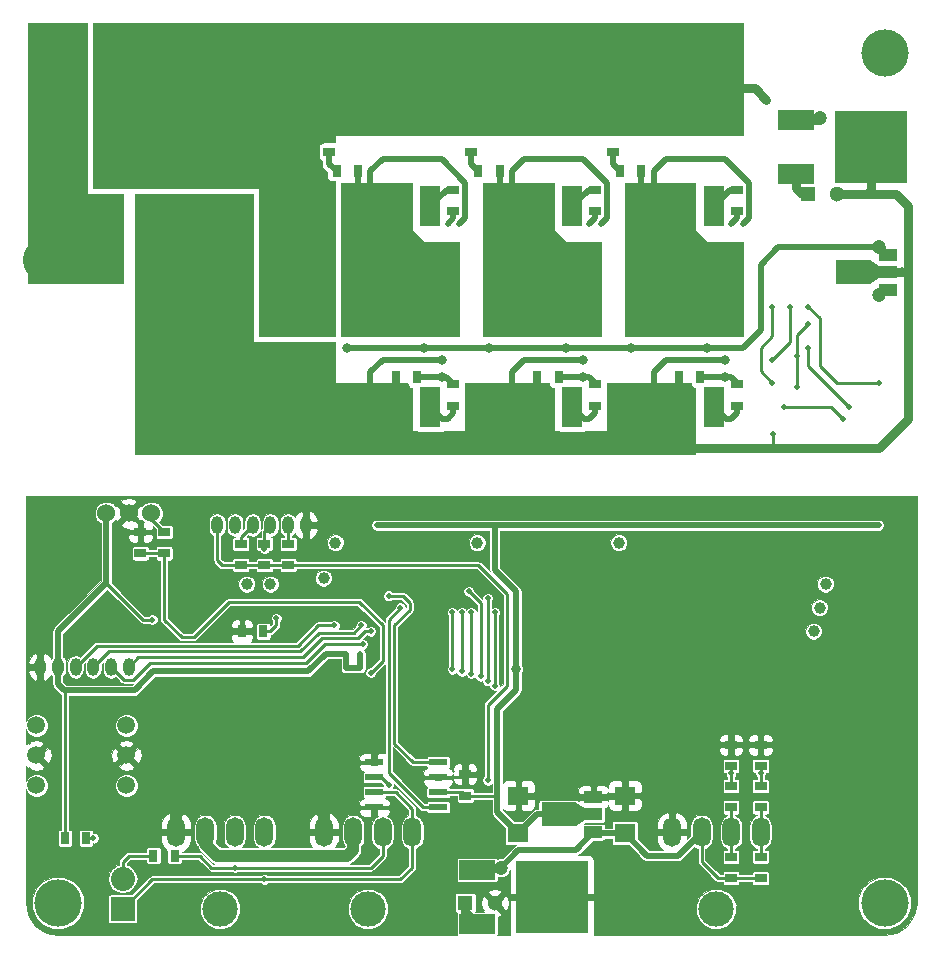
<source format=gbr>
G04 #@! TF.FileFunction,Copper,L2,Bot,Signal*
%FSLAX46Y46*%
G04 Gerber Fmt 4.6, Leading zero omitted, Abs format (unit mm)*
G04 Created by KiCad (PCBNEW 4.0.6) date 03/21/17 17:18:28*
%MOMM*%
%LPD*%
G01*
G04 APERTURE LIST*
%ADD10C,0.100000*%
%ADD11R,1.000000X0.800000*%
%ADD12R,1.800000X3.500000*%
%ADD13R,3.000000X3.500000*%
%ADD14R,10.000000X8.000000*%
%ADD15R,0.800000X1.000000*%
%ADD16O,1.000000X1.524000*%
%ADD17O,1.500000X2.500000*%
%ADD18C,3.000000*%
%ADD19R,3.000000X6.500000*%
%ADD20R,6.451600X3.000000*%
%ADD21C,4.064000*%
%ADD22R,1.501140X1.000760*%
%ADD23R,2.999740X1.998980*%
%ADD24C,1.524000*%
%ADD25O,8.000000X3.500000*%
%ADD26R,3.048000X1.651000*%
%ADD27R,6.096000X6.096000*%
%ADD28C,1.300000*%
%ADD29R,1.300000X1.300000*%
%ADD30R,1.800000X1.600000*%
%ADD31R,1.550000X0.600000*%
%ADD32R,2.032000X2.032000*%
%ADD33O,2.032000X2.032000*%
%ADD34C,1.500000*%
%ADD35C,1.000000*%
%ADD36C,4.000000*%
%ADD37C,0.500000*%
%ADD38C,1.200000*%
%ADD39C,0.800000*%
%ADD40C,0.250000*%
%ADD41C,0.500000*%
%ADD42C,1.000000*%
%ADD43C,0.800000*%
%ADD44C,0.026000*%
G04 APERTURE END LIST*
D10*
D11*
X26000000Y-11400000D03*
X26000000Y-9600000D03*
X48500000Y-16400000D03*
X48500000Y-14600000D03*
X48500000Y-31100000D03*
X48500000Y-32900000D03*
X60500000Y-16400000D03*
X60500000Y-14600000D03*
X60500000Y-31100000D03*
X60500000Y-32900000D03*
X36500000Y-16400000D03*
X36500000Y-14600000D03*
X36500000Y-31100000D03*
X36500000Y-32900000D03*
D12*
X46540000Y-16000000D03*
D13*
X41460000Y-16000000D03*
D14*
X44000000Y-6000000D03*
D12*
X46540000Y-33000000D03*
D13*
X41460000Y-33000000D03*
D14*
X44000000Y-23000000D03*
D12*
X58540000Y-16000000D03*
D13*
X53460000Y-16000000D03*
D14*
X56000000Y-6000000D03*
D12*
X58540000Y-33000000D03*
D13*
X53460000Y-33000000D03*
D14*
X56000000Y-23000000D03*
D12*
X34540000Y-16000000D03*
D13*
X29460000Y-16000000D03*
D14*
X32000000Y-6000000D03*
D12*
X34540000Y-33000000D03*
D13*
X29460000Y-33000000D03*
D14*
X32000000Y-23000000D03*
D11*
X62500000Y-72900000D03*
X62500000Y-71100000D03*
X60000000Y-72900000D03*
X60000000Y-71100000D03*
X22500000Y-46400000D03*
X22500000Y-44600000D03*
X20500000Y-46400000D03*
X20500000Y-44600000D03*
X18500000Y-46400000D03*
X18500000Y-44600000D03*
D15*
X3600000Y-69500000D03*
X5400000Y-69500000D03*
X20400000Y-52000000D03*
X18600000Y-52000000D03*
D11*
X12000000Y-43600000D03*
X12000000Y-45400000D03*
D15*
X43600000Y-30500000D03*
X45400000Y-30500000D03*
X55600000Y-30500000D03*
X57400000Y-30500000D03*
X31600000Y-30500000D03*
X33400000Y-30500000D03*
D11*
X38000000Y-9600000D03*
X38000000Y-11400000D03*
X50000000Y-11400000D03*
X50000000Y-9600000D03*
X10000000Y-45400000D03*
X10000000Y-43600000D03*
D16*
X1500000Y-55000000D03*
X3000000Y-55000000D03*
X4500000Y-55000000D03*
X6000000Y-55000000D03*
X7500000Y-55000000D03*
X9000000Y-55000000D03*
X24000000Y-43000000D03*
X22500000Y-43000000D03*
X21000000Y-43000000D03*
X19500000Y-43000000D03*
X18000000Y-43000000D03*
X16500000Y-43000000D03*
D17*
X13000000Y-69000000D03*
X15500000Y-69000000D03*
X18000000Y-69000000D03*
X20500000Y-69000000D03*
D18*
X16750000Y-75500000D03*
D17*
X25500000Y-69000000D03*
X28000000Y-69000000D03*
X30500000Y-69000000D03*
X33000000Y-69000000D03*
D18*
X29250000Y-75500000D03*
D17*
X55000000Y-69000000D03*
X57500000Y-69000000D03*
X60000000Y-69000000D03*
X62500000Y-69000000D03*
D18*
X58750000Y-75500000D03*
D19*
X2200000Y-4500000D03*
D20*
X9400000Y-3600000D03*
D19*
X3700000Y-13000000D03*
D20*
X9400000Y-12600000D03*
D21*
X43000000Y-18000000D03*
X55000000Y-18000000D03*
X31000000Y-18000000D03*
D15*
X40400000Y-13000000D03*
X38600000Y-13000000D03*
X52400000Y-13000000D03*
X50600000Y-13000000D03*
X28400000Y-13000000D03*
X26600000Y-13000000D03*
D22*
X48351660Y-65998860D03*
X48351660Y-67500000D03*
X48351660Y-69001140D03*
D23*
X45400180Y-67500000D03*
D10*
G36*
X47623950Y-68000380D02*
X46874650Y-68500760D01*
X46874650Y-66499240D01*
X47623950Y-66999620D01*
X47623950Y-68000380D01*
X47623950Y-68000380D01*
G37*
D24*
X7090000Y-42000000D03*
X9000000Y-42000000D03*
X10910000Y-42000000D03*
D25*
X14000000Y-20600000D03*
X4000000Y-20600000D03*
D26*
X65500000Y-13286000D03*
D27*
X71850000Y-11000000D03*
D26*
X65500000Y-8714000D03*
D28*
X69000000Y-15000000D03*
D29*
X66500000Y-15000000D03*
D28*
X40000000Y-75000000D03*
D29*
X37500000Y-75000000D03*
D30*
X42000000Y-69100000D03*
X42000000Y-65900000D03*
X51000000Y-69100000D03*
X51000000Y-65900000D03*
D11*
X62500000Y-61600000D03*
X62500000Y-63400000D03*
X62500000Y-65100000D03*
X62500000Y-66900000D03*
X60000000Y-61600000D03*
X60000000Y-63400000D03*
X60000000Y-65100000D03*
X60000000Y-66900000D03*
D31*
X35200000Y-63095000D03*
X35200000Y-64365000D03*
X35200000Y-65635000D03*
X35200000Y-66905000D03*
X29800000Y-66905000D03*
X29800000Y-65635000D03*
X29800000Y-64365000D03*
X29800000Y-63095000D03*
D26*
X38500000Y-76786000D03*
D27*
X44850000Y-74500000D03*
D26*
X38500000Y-72214000D03*
D32*
X8500000Y-75500000D03*
D33*
X8500000Y-72960000D03*
D15*
X11100000Y-71000000D03*
X12900000Y-71000000D03*
D34*
X8810000Y-65040000D03*
X8810000Y-62500000D03*
X8810000Y-59960000D03*
X1190000Y-59960000D03*
X1190000Y-62500000D03*
X1190000Y-65040000D03*
D11*
X37500000Y-65900000D03*
X37500000Y-64100000D03*
D22*
X73251660Y-20098860D03*
X73251660Y-21600000D03*
X73251660Y-23101140D03*
D23*
X70300180Y-21600000D03*
D10*
G36*
X72523950Y-22100380D02*
X71774650Y-22600760D01*
X71774650Y-20599240D01*
X72523950Y-21099620D01*
X72523950Y-22100380D01*
X72523950Y-22100380D01*
G37*
D35*
X25500000Y-47500000D03*
X21000000Y-48000000D03*
X19000000Y-48000000D03*
X67000000Y-52000000D03*
X67500000Y-50000000D03*
X68000000Y-48000000D03*
X50500000Y-44500000D03*
X26500000Y-44500000D03*
X38500000Y-44500000D03*
D36*
X3000000Y-75000000D03*
X73000000Y-75000000D03*
X73000000Y-3000000D03*
D37*
X37500000Y-63300000D03*
X27000000Y-65000000D03*
X18500000Y-63000000D03*
X16500000Y-52000000D03*
X72500000Y-45000000D03*
X34000000Y-45000000D03*
X30000000Y-45000000D03*
X42000000Y-45000000D03*
X46000000Y-45000000D03*
X54000000Y-45000000D03*
X58000000Y-45000000D03*
X1500000Y-68500000D03*
X39400000Y-64600000D03*
D38*
X40500000Y-72000000D03*
D37*
X48000000Y-17500000D03*
D39*
X47500000Y-30500000D03*
D37*
X60000000Y-17500000D03*
D39*
X59500000Y-30500000D03*
D37*
X36000000Y-17500000D03*
D39*
X35500000Y-30500000D03*
X63000000Y-7000000D03*
D37*
X27400000Y-53900000D03*
X28600000Y-53924998D03*
D39*
X41800000Y-55200000D03*
D37*
X72500000Y-43000000D03*
X42000000Y-43000000D03*
X48500000Y-43000000D03*
X60500000Y-43000000D03*
X54095000Y-43000000D03*
X30000000Y-43000000D03*
X36500000Y-43000000D03*
X11000000Y-51000000D03*
X27400000Y-55100000D03*
X28600000Y-55100000D03*
X29500000Y-55500000D03*
X63500000Y-29000000D03*
X65000000Y-24500000D03*
X49000000Y-17500000D03*
D39*
X74500000Y-21600000D03*
D37*
X63555000Y-35300000D03*
D39*
X59500000Y-29000000D03*
X47500000Y-29000000D03*
X35500000Y-29000000D03*
D37*
X63500000Y-31000000D03*
X63500000Y-24500000D03*
X61000000Y-17500000D03*
X72500000Y-31000000D03*
X66500000Y-24500000D03*
X37000000Y-17500000D03*
D38*
X72500000Y-19500000D03*
X67500000Y-8500000D03*
D39*
X58000000Y-28000000D03*
X51500000Y-28000000D03*
X46000000Y-28000000D03*
X39500000Y-28000000D03*
X34000000Y-28000000D03*
X27500000Y-28000000D03*
D38*
X72500000Y-23500000D03*
D37*
X66500000Y-28000000D03*
X70000000Y-33000000D03*
X64500000Y-33000000D03*
X69500000Y-34000000D03*
X26400000Y-51500000D03*
X28700000Y-51500000D03*
X28800000Y-53100000D03*
X29500000Y-52000000D03*
X20500000Y-45000000D03*
X31000000Y-65000000D03*
X18000000Y-72000000D03*
X20500000Y-73000000D03*
X6000000Y-69500000D03*
X21500000Y-50900000D03*
X66500000Y-26000000D03*
X65600000Y-28700000D03*
X65600000Y-31300000D03*
X37200000Y-55400000D03*
X37200000Y-50400000D03*
X38000000Y-55600000D03*
X38000000Y-50400000D03*
X36400000Y-55200000D03*
X36400000Y-50400000D03*
X32000000Y-50000000D03*
X31000000Y-49000000D03*
X39400000Y-56200000D03*
X39400000Y-49200000D03*
X40000000Y-50400000D03*
X40000000Y-56600000D03*
X37800000Y-48600000D03*
X38800000Y-55800000D03*
X62500000Y-64000000D03*
X60000000Y-64000000D03*
D40*
X37500000Y-63300000D02*
X37500000Y-64100000D01*
X27000000Y-65000000D02*
X28000000Y-65000000D01*
X29800000Y-63095000D02*
X28405000Y-63095000D01*
X28405000Y-63095000D02*
X28000000Y-63500000D01*
X28000000Y-63500000D02*
X28000000Y-65000000D01*
X28405000Y-66905000D02*
X29800000Y-66905000D01*
X28000000Y-65000000D02*
X28000000Y-66500000D01*
X28000000Y-66500000D02*
X28405000Y-66905000D01*
X35200000Y-64365000D02*
X37235000Y-64365000D01*
X37235000Y-64365000D02*
X37500000Y-64100000D01*
D41*
X51000000Y-65900000D02*
X52400000Y-65900000D01*
X53500000Y-69000000D02*
X55000000Y-69000000D01*
X53000000Y-68500000D02*
X53500000Y-69000000D01*
X53000000Y-66500000D02*
X53000000Y-68500000D01*
X52400000Y-65900000D02*
X53000000Y-66500000D01*
X48351660Y-65998860D02*
X42098860Y-65998860D01*
X42098860Y-65998860D02*
X42000000Y-65900000D01*
X51000000Y-65900000D02*
X50901140Y-65998860D01*
X50901140Y-65998860D02*
X48351660Y-65998860D01*
D40*
X60000000Y-61600000D02*
X56400000Y-61600000D01*
X56400000Y-61600000D02*
X55000000Y-63000000D01*
X55000000Y-63000000D02*
X55000000Y-69000000D01*
X62500000Y-61600000D02*
X60000000Y-61600000D01*
X18500000Y-63000000D02*
X18500000Y-66500000D01*
X18600000Y-52000000D02*
X16500000Y-52000000D01*
X1190000Y-62500000D02*
X2500000Y-61190000D01*
X1500000Y-57000000D02*
X1500000Y-55000000D01*
X2500000Y-58000000D02*
X1500000Y-57000000D01*
X2500000Y-61190000D02*
X2500000Y-58000000D01*
X1190000Y-62500000D02*
X2500000Y-63810000D01*
X2500000Y-67500000D02*
X1500000Y-68500000D01*
X2500000Y-63810000D02*
X2500000Y-67500000D01*
D42*
X13000000Y-69000000D02*
X13000000Y-67500000D01*
X13000000Y-67500000D02*
X14000000Y-66500000D01*
X14000000Y-66500000D02*
X18500000Y-66500000D01*
X25500000Y-67500000D02*
X25500000Y-69000000D01*
X18500000Y-66500000D02*
X24500000Y-66500000D01*
X24500000Y-66500000D02*
X25500000Y-67500000D01*
D40*
X10000000Y-43600000D02*
X10000000Y-43000000D01*
X10000000Y-43000000D02*
X9000000Y-42000000D01*
X41000000Y-48800000D02*
X38600000Y-46400000D01*
X41000000Y-48800000D02*
X41000000Y-56600000D01*
X39400000Y-58200000D02*
X39400000Y-64600000D01*
X41000000Y-56600000D02*
X39400000Y-58200000D01*
X38600000Y-46400000D02*
X22500000Y-46400000D01*
X20500000Y-46400000D02*
X22500000Y-46400000D01*
X18500000Y-46400000D02*
X20500000Y-46400000D01*
X16500000Y-43000000D02*
X16500000Y-46000000D01*
X16900000Y-46400000D02*
X18500000Y-46400000D01*
X16500000Y-46000000D02*
X16900000Y-46400000D01*
D41*
X51000000Y-69100000D02*
X52900000Y-71000000D01*
X55500000Y-71000000D02*
X57500000Y-69000000D01*
X52900000Y-71000000D02*
X55500000Y-71000000D01*
X48351660Y-69001140D02*
X48450520Y-69100000D01*
X48450520Y-69100000D02*
X51000000Y-69100000D01*
X48351660Y-69001140D02*
X46852800Y-70500000D01*
X42000000Y-70500000D02*
X40500000Y-72000000D01*
X46852800Y-70500000D02*
X42000000Y-70500000D01*
D43*
X38500000Y-72214000D02*
X38714000Y-72000000D01*
X38714000Y-72000000D02*
X40500000Y-72000000D01*
D40*
X60000000Y-72900000D02*
X58900000Y-72900000D01*
X58900000Y-72900000D02*
X57500000Y-71500000D01*
X57500000Y-71500000D02*
X57500000Y-69000000D01*
X62500000Y-72900000D02*
X60000000Y-72900000D01*
D41*
X48500000Y-17000000D02*
X48500000Y-16400000D01*
X48500000Y-17000000D02*
X48000000Y-17500000D01*
X48500000Y-14600000D02*
X47940000Y-14600000D01*
X47940000Y-14600000D02*
X46540000Y-16000000D01*
X45400000Y-30500000D02*
X47500000Y-30500000D01*
X48500000Y-31100000D02*
X48500000Y-31000000D01*
X48500000Y-31000000D02*
X48000000Y-30500000D01*
X48000000Y-30500000D02*
X47500000Y-30500000D01*
X48500000Y-32900000D02*
X48500000Y-33500000D01*
X47540000Y-34000000D02*
X46540000Y-33000000D01*
X48000000Y-34000000D02*
X47540000Y-34000000D01*
X48500000Y-33500000D02*
X48000000Y-34000000D01*
X60500000Y-17000000D02*
X60000000Y-17500000D01*
X60500000Y-17000000D02*
X60500000Y-16400000D01*
X60500000Y-14600000D02*
X59940000Y-14600000D01*
X59940000Y-14600000D02*
X58540000Y-16000000D01*
X57400000Y-30500000D02*
X59500000Y-30500000D01*
X60000000Y-30500000D02*
X60500000Y-31000000D01*
X59500000Y-30500000D02*
X60000000Y-30500000D01*
X60500000Y-31000000D02*
X60500000Y-31100000D01*
X60500000Y-32900000D02*
X60500000Y-33500000D01*
X59540000Y-34000000D02*
X58540000Y-33000000D01*
X60000000Y-34000000D02*
X59540000Y-34000000D01*
X60500000Y-33500000D02*
X60000000Y-34000000D01*
X36500000Y-17000000D02*
X36000000Y-17500000D01*
X36500000Y-16400000D02*
X36500000Y-17000000D01*
X36500000Y-14600000D02*
X35940000Y-14600000D01*
X35940000Y-14600000D02*
X34540000Y-16000000D01*
X35500000Y-30500000D02*
X33400000Y-30500000D01*
X36500000Y-31100000D02*
X35900000Y-30500000D01*
X35900000Y-30500000D02*
X35500000Y-30500000D01*
X36500000Y-32900000D02*
X36500000Y-33500000D01*
X35540000Y-34000000D02*
X34540000Y-33000000D01*
X36000000Y-34000000D02*
X35540000Y-34000000D01*
X36500000Y-33500000D02*
X36000000Y-34000000D01*
D43*
X56000000Y-6000000D02*
X62000000Y-6000000D01*
X62000000Y-6000000D02*
X63000000Y-7000000D01*
D41*
X26000000Y-9600000D02*
X28400000Y-9600000D01*
X28400000Y-9600000D02*
X32000000Y-6000000D01*
X38000000Y-9600000D02*
X40400000Y-9600000D01*
X40400000Y-9600000D02*
X44000000Y-6000000D01*
X50000000Y-9600000D02*
X52400000Y-9600000D01*
X52400000Y-9600000D02*
X56000000Y-6000000D01*
X40000000Y-43000000D02*
X40000000Y-46800000D01*
X40000000Y-46800000D02*
X40000000Y-46500000D01*
X40000000Y-46500000D02*
X40000000Y-46800000D01*
X47249300Y-67500000D02*
X48351660Y-67500000D01*
D40*
X37500000Y-65900000D02*
X40200000Y-65900000D01*
X40000000Y-66000000D02*
X40200000Y-66000000D01*
X40100000Y-66000000D02*
X40000000Y-66000000D01*
X40200000Y-65900000D02*
X40100000Y-66000000D01*
X37500000Y-65900000D02*
X37235000Y-65635000D01*
X37235000Y-65635000D02*
X35200000Y-65635000D01*
D41*
X21600000Y-55400000D02*
X24200000Y-55400000D01*
X25700000Y-53900000D02*
X27400000Y-53900000D01*
X24200000Y-55400000D02*
X25700000Y-53900000D01*
X21600000Y-55400000D02*
X11100000Y-55400000D01*
X11100000Y-55400000D02*
X9500000Y-57000000D01*
X27400000Y-55100000D02*
X27400000Y-53900000D01*
X28600000Y-55100000D02*
X27400000Y-55100000D01*
X28600000Y-53924998D02*
X28600000Y-55100000D01*
X40000000Y-46800000D02*
X41800000Y-48600000D01*
X41800000Y-48600000D02*
X41800000Y-55200000D01*
X40200000Y-58600000D02*
X40200000Y-66000000D01*
X41800000Y-57000000D02*
X40200000Y-58600000D01*
X41800000Y-55200000D02*
X41800000Y-57000000D01*
X40200000Y-66000000D02*
X40200000Y-67300000D01*
X40200000Y-67300000D02*
X42000000Y-69100000D01*
X45400180Y-67500000D02*
X48351660Y-67500000D01*
X42000000Y-69100000D02*
X43600000Y-67500000D01*
X43600000Y-67500000D02*
X45400180Y-67500000D01*
X60500000Y-43000000D02*
X72500000Y-43000000D01*
X42000000Y-43000000D02*
X40000000Y-43000000D01*
X40000000Y-43000000D02*
X38600000Y-43000000D01*
X38600000Y-43000000D02*
X36500000Y-43000000D01*
X48500000Y-43000000D02*
X42000000Y-43000000D01*
X54095000Y-43000000D02*
X48500000Y-43000000D01*
X54095000Y-43000000D02*
X60500000Y-43000000D01*
X54095000Y-43000000D02*
X54000000Y-43000000D01*
X36500000Y-43000000D02*
X30000000Y-43000000D01*
D40*
X3600000Y-69500000D02*
X3600000Y-57100000D01*
X3600000Y-57100000D02*
X3500000Y-57000000D01*
X11000000Y-51000000D02*
X10180000Y-51000000D01*
X10180000Y-51000000D02*
X7090000Y-47910000D01*
D41*
X7090000Y-42000000D02*
X7090000Y-47910000D01*
X3000000Y-52000000D02*
X3000000Y-55000000D01*
X7090000Y-47910000D02*
X3000000Y-52000000D01*
X3500000Y-57000000D02*
X9500000Y-57000000D01*
X3000000Y-55000000D02*
X3000000Y-56500000D01*
X3000000Y-56500000D02*
X3500000Y-57000000D01*
D40*
X12000000Y-45400000D02*
X12000000Y-51000000D01*
X30500000Y-54500000D02*
X29500000Y-55500000D01*
X30500000Y-51500000D02*
X30500000Y-54500000D01*
X28500000Y-49500000D02*
X30500000Y-51500000D01*
X17500000Y-49500000D02*
X28500000Y-49500000D01*
X14500000Y-52500000D02*
X17500000Y-49500000D01*
X13500000Y-52500000D02*
X14500000Y-52500000D01*
X12000000Y-51000000D02*
X13500000Y-52500000D01*
X12000000Y-45400000D02*
X10000000Y-45400000D01*
X63500000Y-29000000D02*
X65000000Y-27500000D01*
X65000000Y-24500000D02*
X65000000Y-27500000D01*
D41*
X40400000Y-13000000D02*
X40400000Y-14940000D01*
X40400000Y-14940000D02*
X41460000Y-16000000D01*
X41460000Y-13040000D02*
X42500000Y-12000000D01*
X42500000Y-12000000D02*
X47500000Y-12000000D01*
X47500000Y-12000000D02*
X49500000Y-14000000D01*
X49500000Y-14000000D02*
X49500000Y-17000000D01*
X49500000Y-17000000D02*
X49000000Y-17500000D01*
X41460000Y-13040000D02*
X41460000Y-16000000D01*
X73251660Y-21600000D02*
X72149300Y-21600000D01*
X70300180Y-21600000D02*
X73251660Y-21600000D01*
D43*
X73251660Y-21600000D02*
X74500000Y-21600000D01*
X74500000Y-21600000D02*
X75000000Y-21600000D01*
X75000000Y-21600000D02*
X75000000Y-21500000D01*
X71500000Y-15000000D02*
X74000000Y-15000000D01*
X74000000Y-15000000D02*
X75000000Y-16000000D01*
X75000000Y-34000000D02*
X75000000Y-21500000D01*
X75000000Y-21500000D02*
X75000000Y-16000000D01*
X72500000Y-36500000D02*
X75000000Y-34000000D01*
X63500000Y-36500000D02*
X72500000Y-36500000D01*
D40*
X63500000Y-36500000D02*
X63555000Y-36445000D01*
X63555000Y-36445000D02*
X63555000Y-35300000D01*
D43*
X69000000Y-15000000D02*
X71500000Y-15000000D01*
X71850000Y-14650000D02*
X71850000Y-11000000D01*
X71500000Y-15000000D02*
X71850000Y-14650000D01*
X55500000Y-36500000D02*
X63500000Y-36500000D01*
X55500000Y-36500000D02*
X53460000Y-34460000D01*
X53460000Y-33000000D02*
X53460000Y-34460000D01*
D41*
X55600000Y-30500000D02*
X55600000Y-32400000D01*
X55000000Y-33000000D02*
X53460000Y-33000000D01*
X55600000Y-32400000D02*
X55000000Y-33000000D01*
X43600000Y-30500000D02*
X43600000Y-32400000D01*
X43000000Y-33000000D02*
X41460000Y-33000000D01*
X43600000Y-32400000D02*
X43000000Y-33000000D01*
X31600000Y-30500000D02*
X31600000Y-32400000D01*
X31000000Y-33000000D02*
X29460000Y-33000000D01*
X31600000Y-32400000D02*
X31000000Y-33000000D01*
X53460000Y-30040000D02*
X53460000Y-33000000D01*
X54500000Y-29000000D02*
X53460000Y-30040000D01*
X59500000Y-29000000D02*
X54500000Y-29000000D01*
X41460000Y-30040000D02*
X41460000Y-33000000D01*
X42500000Y-29000000D02*
X41460000Y-30040000D01*
X47500000Y-29000000D02*
X42500000Y-29000000D01*
X29460000Y-30040000D02*
X29460000Y-33000000D01*
X30500000Y-29000000D02*
X29460000Y-30040000D01*
X35500000Y-29000000D02*
X30500000Y-29000000D01*
D40*
X62500000Y-30000000D02*
X63500000Y-31000000D01*
X62500000Y-28000000D02*
X62500000Y-30000000D01*
X63500000Y-27000000D02*
X62500000Y-28000000D01*
X63500000Y-24500000D02*
X63500000Y-27000000D01*
D41*
X52400000Y-13000000D02*
X52400000Y-14940000D01*
X52400000Y-14940000D02*
X53460000Y-16000000D01*
X53460000Y-13040000D02*
X54500000Y-12000000D01*
X54500000Y-12000000D02*
X59500000Y-12000000D01*
X59500000Y-12000000D02*
X61500000Y-14000000D01*
X61500000Y-14000000D02*
X61500000Y-17000000D01*
X61500000Y-17000000D02*
X61000000Y-17500000D01*
X53460000Y-13040000D02*
X53460000Y-16000000D01*
D40*
X66500000Y-24500000D02*
X67500000Y-25500000D01*
X67500000Y-25500000D02*
X67500000Y-29500000D01*
X72500000Y-31000000D02*
X69000000Y-31000000D01*
X69000000Y-31000000D02*
X67500000Y-29500000D01*
D41*
X28400000Y-13000000D02*
X28400000Y-14940000D01*
X28400000Y-14940000D02*
X29460000Y-16000000D01*
X37500000Y-17000000D02*
X37000000Y-17500000D01*
X37500000Y-14000000D02*
X37500000Y-17000000D01*
X29460000Y-13040000D02*
X29460000Y-16000000D01*
X30500000Y-12000000D02*
X35500000Y-12000000D01*
X29460000Y-13040000D02*
X30500000Y-12000000D01*
X35500000Y-12000000D02*
X37500000Y-14000000D01*
D43*
X66500000Y-15000000D02*
X66000000Y-15000000D01*
X66000000Y-15000000D02*
X65500000Y-14500000D01*
X65500000Y-14500000D02*
X65500000Y-13286000D01*
D41*
X72500000Y-19500000D02*
X64000000Y-19500000D01*
X61000000Y-28000000D02*
X58000000Y-28000000D01*
X62500000Y-26500000D02*
X61000000Y-28000000D01*
X62500000Y-21000000D02*
X62500000Y-26500000D01*
X64000000Y-19500000D02*
X62500000Y-21000000D01*
D43*
X72500000Y-19500000D02*
X73098860Y-20098860D01*
X73098860Y-20098860D02*
X73251660Y-20098860D01*
X67286000Y-8714000D02*
X65500000Y-8714000D01*
X67500000Y-8500000D02*
X67286000Y-8714000D01*
D41*
X27500000Y-28000000D02*
X28500000Y-28000000D01*
X28500000Y-28000000D02*
X34000000Y-28000000D01*
X34000000Y-28000000D02*
X39500000Y-28000000D01*
X39500000Y-28000000D02*
X46000000Y-28000000D01*
X46000000Y-28000000D02*
X51500000Y-28000000D01*
X51500000Y-28000000D02*
X58000000Y-28000000D01*
X38000000Y-11400000D02*
X38000000Y-12400000D01*
X38000000Y-12400000D02*
X38600000Y-13000000D01*
D43*
X73251660Y-23101140D02*
X72898860Y-23101140D01*
X72898860Y-23101140D02*
X72500000Y-23500000D01*
D40*
X66500000Y-29500000D02*
X66500000Y-28000000D01*
X70000000Y-33000000D02*
X66500000Y-29500000D01*
X68500000Y-33000000D02*
X64500000Y-33000000D01*
X69500000Y-34000000D02*
X68500000Y-33000000D01*
X26400000Y-51500000D02*
X25000000Y-51500000D01*
X25000000Y-51500000D02*
X23300000Y-53200000D01*
X6300000Y-53200000D02*
X4500000Y-55000000D01*
X23300000Y-53200000D02*
X6300000Y-53200000D01*
X28700000Y-51500000D02*
X28100000Y-52100000D01*
X28100000Y-52100000D02*
X25100000Y-52100000D01*
X23500000Y-53700000D02*
X25100000Y-52100000D01*
X6000000Y-55000000D02*
X7300000Y-53700000D01*
X7300000Y-53700000D02*
X23500000Y-53700000D01*
X8600000Y-56100000D02*
X7500000Y-55000000D01*
X9400000Y-56100000D02*
X8600000Y-56100000D01*
X10800000Y-54700000D02*
X9400000Y-56100000D01*
X24000000Y-54700000D02*
X10800000Y-54700000D01*
X25600000Y-53100000D02*
X24000000Y-54700000D01*
X28800000Y-53100000D02*
X25600000Y-53100000D01*
X29500000Y-52000000D02*
X29000000Y-52000000D01*
X9800000Y-54200000D02*
X9000000Y-55000000D01*
X23800000Y-54200000D02*
X9800000Y-54200000D01*
X25400000Y-52600000D02*
X23800000Y-54200000D01*
X28400000Y-52600000D02*
X25400000Y-52600000D01*
X29000000Y-52000000D02*
X28400000Y-52600000D01*
X22500000Y-43000000D02*
X22500000Y-44600000D01*
X20500000Y-45000000D02*
X20500000Y-44600000D01*
X21000000Y-43000000D02*
X20500000Y-43500000D01*
X20500000Y-43500000D02*
X20500000Y-44600000D01*
X19500000Y-43000000D02*
X18500000Y-44000000D01*
X18500000Y-44000000D02*
X18500000Y-44600000D01*
D42*
X15500000Y-69000000D02*
X15500000Y-70000000D01*
X15500000Y-70000000D02*
X16500000Y-71000000D01*
X16500000Y-71000000D02*
X27500000Y-71000000D01*
X27500000Y-71000000D02*
X28000000Y-70500000D01*
X28000000Y-70500000D02*
X28000000Y-69000000D01*
D40*
X29800000Y-64365000D02*
X30365000Y-64365000D01*
X30365000Y-64365000D02*
X31000000Y-65000000D01*
X12900000Y-71000000D02*
X15000000Y-71000000D01*
X16000000Y-72000000D02*
X18000000Y-72000000D01*
X15000000Y-71000000D02*
X16000000Y-72000000D01*
X18000000Y-72000000D02*
X29500000Y-72000000D01*
X30500000Y-71000000D02*
X30500000Y-69000000D01*
X29500000Y-72000000D02*
X30500000Y-71000000D01*
X29800000Y-65635000D02*
X31635000Y-65635000D01*
X33000000Y-67000000D02*
X33000000Y-69000000D01*
X31635000Y-65635000D02*
X33000000Y-67000000D01*
X20500000Y-73000000D02*
X11000000Y-73000000D01*
X11000000Y-73000000D02*
X8500000Y-75500000D01*
X20500000Y-73000000D02*
X32000000Y-73000000D01*
X33000000Y-72000000D02*
X33000000Y-69000000D01*
X32000000Y-73000000D02*
X33000000Y-72000000D01*
X60000000Y-69000000D02*
X60000000Y-66900000D01*
X60000000Y-71100000D02*
X60000000Y-69000000D01*
X62500000Y-69000000D02*
X62500000Y-66900000D01*
X62500000Y-71100000D02*
X62500000Y-69000000D01*
X5400000Y-69500000D02*
X6000000Y-69500000D01*
X21500000Y-50900000D02*
X21500000Y-51500000D01*
X21000000Y-52000000D02*
X20400000Y-52000000D01*
X21500000Y-51500000D02*
X21000000Y-52000000D01*
X10910000Y-42000000D02*
X10910000Y-42510000D01*
X10910000Y-42510000D02*
X12000000Y-43600000D01*
X65600000Y-28700000D02*
X65600000Y-26900000D01*
X65600000Y-26900000D02*
X66500000Y-26000000D01*
X65600000Y-31300000D02*
X65600000Y-28700000D01*
X37200000Y-50400000D02*
X37200000Y-55400000D01*
X38000000Y-55600000D02*
X38000000Y-50400000D01*
X36400000Y-50400000D02*
X36400000Y-55200000D01*
X32000000Y-50000000D02*
X31000000Y-51000000D01*
X31000000Y-64000000D02*
X33905000Y-66905000D01*
X31000000Y-51000000D02*
X31000000Y-64000000D01*
X33905000Y-66905000D02*
X35200000Y-66905000D01*
X33905000Y-66905000D02*
X35200000Y-66905000D01*
X35200000Y-63095000D02*
X33095000Y-63095000D01*
X33095000Y-63095000D02*
X31500000Y-61500000D01*
X31500000Y-51500000D02*
X32800000Y-50200000D01*
X31500000Y-61500000D02*
X31500000Y-51500000D01*
X32200000Y-49000000D02*
X31000000Y-49000000D01*
X32800000Y-49600000D02*
X32200000Y-49000000D01*
X32800000Y-50200000D02*
X32800000Y-49600000D01*
X39400000Y-49200000D02*
X39400000Y-56200000D01*
X40000000Y-56600000D02*
X40000000Y-50400000D01*
X38800000Y-49600000D02*
X38800000Y-55800000D01*
X37800000Y-48600000D02*
X38800000Y-49600000D01*
D41*
X50000000Y-11400000D02*
X50000000Y-12400000D01*
X50000000Y-12400000D02*
X50600000Y-13000000D01*
X26000000Y-11400000D02*
X26000000Y-12400000D01*
X26000000Y-12400000D02*
X26600000Y-13000000D01*
D43*
X37500000Y-75000000D02*
X37500000Y-75786000D01*
X37500000Y-75786000D02*
X38500000Y-76786000D01*
D40*
X62500000Y-63400000D02*
X62500000Y-64000000D01*
X62500000Y-64000000D02*
X62500000Y-65100000D01*
X60000000Y-65100000D02*
X60000000Y-64000000D01*
X60000000Y-64000000D02*
X60000000Y-63400000D01*
X8500000Y-72960000D02*
X8500000Y-71500000D01*
X9000000Y-71000000D02*
X11100000Y-71000000D01*
X8500000Y-71500000D02*
X9000000Y-71000000D01*
X8500000Y-72960000D02*
X8500000Y-72000000D01*
D44*
G36*
X19487000Y-27500000D02*
X19488024Y-27505058D01*
X19490935Y-27509319D01*
X19495275Y-27512111D01*
X19500000Y-27513000D01*
X26487000Y-27513000D01*
X26487000Y-31000000D01*
X26488024Y-31005058D01*
X26490935Y-31009319D01*
X26495275Y-31012111D01*
X26500000Y-31013000D01*
X32601747Y-31013000D01*
X32626704Y-31145637D01*
X32712776Y-31279396D01*
X32844106Y-31369130D01*
X32987000Y-31398066D01*
X32987000Y-35000000D01*
X32988024Y-35005058D01*
X32990935Y-35009319D01*
X32995275Y-35012111D01*
X33000000Y-35013000D01*
X33342225Y-35013000D01*
X33352776Y-35029396D01*
X33484106Y-35119130D01*
X33640000Y-35150699D01*
X35440000Y-35150699D01*
X35585637Y-35123296D01*
X35719396Y-35037224D01*
X35735948Y-35013000D01*
X37500000Y-35013000D01*
X37505058Y-35011976D01*
X37509319Y-35009065D01*
X37512111Y-35004725D01*
X37513000Y-35000000D01*
X37513000Y-31013000D01*
X44601747Y-31013000D01*
X44626704Y-31145637D01*
X44712776Y-31279396D01*
X44844106Y-31369130D01*
X44987000Y-31398066D01*
X44987000Y-35000000D01*
X44988024Y-35005058D01*
X44990935Y-35009319D01*
X44995275Y-35012111D01*
X45000000Y-35013000D01*
X45342225Y-35013000D01*
X45352776Y-35029396D01*
X45484106Y-35119130D01*
X45640000Y-35150699D01*
X47440000Y-35150699D01*
X47585637Y-35123296D01*
X47719396Y-35037224D01*
X47735948Y-35013000D01*
X49500000Y-35013000D01*
X49505058Y-35011976D01*
X49509319Y-35009065D01*
X49512111Y-35004725D01*
X49513000Y-35000000D01*
X49513000Y-31013000D01*
X56601747Y-31013000D01*
X56626704Y-31145637D01*
X56712776Y-31279396D01*
X56844106Y-31369130D01*
X56987000Y-31398066D01*
X56987000Y-36987000D01*
X9513000Y-36987000D01*
X9513000Y-15013000D01*
X19487000Y-15013000D01*
X19487000Y-27500000D01*
X19487000Y-27500000D01*
G37*
X19487000Y-27500000D02*
X19488024Y-27505058D01*
X19490935Y-27509319D01*
X19495275Y-27512111D01*
X19500000Y-27513000D01*
X26487000Y-27513000D01*
X26487000Y-31000000D01*
X26488024Y-31005058D01*
X26490935Y-31009319D01*
X26495275Y-31012111D01*
X26500000Y-31013000D01*
X32601747Y-31013000D01*
X32626704Y-31145637D01*
X32712776Y-31279396D01*
X32844106Y-31369130D01*
X32987000Y-31398066D01*
X32987000Y-35000000D01*
X32988024Y-35005058D01*
X32990935Y-35009319D01*
X32995275Y-35012111D01*
X33000000Y-35013000D01*
X33342225Y-35013000D01*
X33352776Y-35029396D01*
X33484106Y-35119130D01*
X33640000Y-35150699D01*
X35440000Y-35150699D01*
X35585637Y-35123296D01*
X35719396Y-35037224D01*
X35735948Y-35013000D01*
X37500000Y-35013000D01*
X37505058Y-35011976D01*
X37509319Y-35009065D01*
X37512111Y-35004725D01*
X37513000Y-35000000D01*
X37513000Y-31013000D01*
X44601747Y-31013000D01*
X44626704Y-31145637D01*
X44712776Y-31279396D01*
X44844106Y-31369130D01*
X44987000Y-31398066D01*
X44987000Y-35000000D01*
X44988024Y-35005058D01*
X44990935Y-35009319D01*
X44995275Y-35012111D01*
X45000000Y-35013000D01*
X45342225Y-35013000D01*
X45352776Y-35029396D01*
X45484106Y-35119130D01*
X45640000Y-35150699D01*
X47440000Y-35150699D01*
X47585637Y-35123296D01*
X47719396Y-35037224D01*
X47735948Y-35013000D01*
X49500000Y-35013000D01*
X49505058Y-35011976D01*
X49509319Y-35009065D01*
X49512111Y-35004725D01*
X49513000Y-35000000D01*
X49513000Y-31013000D01*
X56601747Y-31013000D01*
X56626704Y-31145637D01*
X56712776Y-31279396D01*
X56844106Y-31369130D01*
X56987000Y-31398066D01*
X56987000Y-36987000D01*
X9513000Y-36987000D01*
X9513000Y-15013000D01*
X19487000Y-15013000D01*
X19487000Y-27500000D01*
G36*
X5487000Y-15000000D02*
X5488024Y-15005058D01*
X5490935Y-15009319D01*
X5495275Y-15012111D01*
X5500000Y-15013000D01*
X8487000Y-15013000D01*
X8487000Y-22487000D01*
X468000Y-22487000D01*
X468000Y-468000D01*
X5487000Y-468000D01*
X5487000Y-15000000D01*
X5487000Y-15000000D01*
G37*
X5487000Y-15000000D02*
X5488024Y-15005058D01*
X5490935Y-15009319D01*
X5495275Y-15012111D01*
X5500000Y-15013000D01*
X8487000Y-15013000D01*
X8487000Y-22487000D01*
X468000Y-22487000D01*
X468000Y-468000D01*
X5487000Y-468000D01*
X5487000Y-15000000D01*
G36*
X60987000Y-9987000D02*
X26500000Y-9987000D01*
X26494942Y-9988024D01*
X26490681Y-9990935D01*
X26487889Y-9995275D01*
X26487000Y-10000000D01*
X26487000Y-10599301D01*
X25500000Y-10599301D01*
X25354363Y-10626704D01*
X25220604Y-10712776D01*
X25130870Y-10844106D01*
X25099301Y-11000000D01*
X25099301Y-11800000D01*
X25126704Y-11945637D01*
X25212776Y-12079396D01*
X25344106Y-12169130D01*
X25357000Y-12171741D01*
X25357000Y-12400000D01*
X25405945Y-12646066D01*
X25545330Y-12854670D01*
X25799301Y-13108641D01*
X25799301Y-13500000D01*
X25826704Y-13645637D01*
X25912776Y-13779396D01*
X26044106Y-13869130D01*
X26200000Y-13900699D01*
X26487000Y-13900699D01*
X26487000Y-26987000D01*
X20013000Y-26987000D01*
X20013000Y-14500000D01*
X20011976Y-14494942D01*
X20009065Y-14490681D01*
X20004725Y-14487889D01*
X20000000Y-14487000D01*
X6013000Y-14487000D01*
X6013000Y-468000D01*
X60987000Y-468000D01*
X60987000Y-9987000D01*
X60987000Y-9987000D01*
G37*
X60987000Y-9987000D02*
X26500000Y-9987000D01*
X26494942Y-9988024D01*
X26490681Y-9990935D01*
X26487889Y-9995275D01*
X26487000Y-10000000D01*
X26487000Y-10599301D01*
X25500000Y-10599301D01*
X25354363Y-10626704D01*
X25220604Y-10712776D01*
X25130870Y-10844106D01*
X25099301Y-11000000D01*
X25099301Y-11800000D01*
X25126704Y-11945637D01*
X25212776Y-12079396D01*
X25344106Y-12169130D01*
X25357000Y-12171741D01*
X25357000Y-12400000D01*
X25405945Y-12646066D01*
X25545330Y-12854670D01*
X25799301Y-13108641D01*
X25799301Y-13500000D01*
X25826704Y-13645637D01*
X25912776Y-13779396D01*
X26044106Y-13869130D01*
X26200000Y-13900699D01*
X26487000Y-13900699D01*
X26487000Y-26987000D01*
X20013000Y-26987000D01*
X20013000Y-14500000D01*
X20011976Y-14494942D01*
X20009065Y-14490681D01*
X20004725Y-14487889D01*
X20000000Y-14487000D01*
X6013000Y-14487000D01*
X6013000Y-468000D01*
X60987000Y-468000D01*
X60987000Y-9987000D01*
G36*
X75712000Y-74971635D02*
X75500349Y-76035678D01*
X74913685Y-76913683D01*
X74035678Y-77500349D01*
X72971635Y-77712000D01*
X48393995Y-77712000D01*
X48419000Y-77651633D01*
X48419000Y-75839242D01*
X57036703Y-75839242D01*
X57296942Y-76469069D01*
X57778396Y-76951364D01*
X58407768Y-77212702D01*
X59089242Y-77213297D01*
X59719069Y-76953058D01*
X60201364Y-76471604D01*
X60462702Y-75842232D01*
X60463054Y-75438262D01*
X70786617Y-75438262D01*
X71122816Y-76251926D01*
X71744800Y-76874996D01*
X72557876Y-77212615D01*
X73438262Y-77213383D01*
X74251926Y-76877184D01*
X74874996Y-76255200D01*
X75212615Y-75442124D01*
X75213383Y-74561738D01*
X74877184Y-73748074D01*
X74255200Y-73125004D01*
X73442124Y-72787385D01*
X72561738Y-72786617D01*
X71748074Y-73122816D01*
X71125004Y-73744800D01*
X70787385Y-74557876D01*
X70786617Y-75438262D01*
X60463054Y-75438262D01*
X60463297Y-75160758D01*
X60203058Y-74530931D01*
X59721604Y-74048636D01*
X59092232Y-73787298D01*
X58410758Y-73786703D01*
X57780931Y-74046942D01*
X57298636Y-74528396D01*
X57037298Y-75157768D01*
X57036703Y-75839242D01*
X48419000Y-75839242D01*
X48419000Y-74871250D01*
X48288750Y-74741000D01*
X45091000Y-74741000D01*
X45091000Y-74761000D01*
X44609000Y-74761000D01*
X44609000Y-74741000D01*
X41411250Y-74741000D01*
X41281000Y-74871250D01*
X41281000Y-77651633D01*
X41306005Y-77712000D01*
X40213124Y-77712000D01*
X40224062Y-77695992D01*
X40241172Y-77611500D01*
X40241172Y-76147016D01*
X40420962Y-76117267D01*
X40492362Y-76087692D01*
X40562171Y-75902997D01*
X40000000Y-75340825D01*
X39985858Y-75354968D01*
X39645032Y-75014142D01*
X39659175Y-75000000D01*
X40340825Y-75000000D01*
X40902997Y-75562171D01*
X41087692Y-75492362D01*
X41193316Y-75038641D01*
X41117267Y-74579038D01*
X41087692Y-74507638D01*
X40902997Y-74437829D01*
X40340825Y-75000000D01*
X39659175Y-75000000D01*
X39097003Y-74437829D01*
X38912308Y-74507638D01*
X38806684Y-74961359D01*
X38882733Y-75420962D01*
X38912308Y-75492362D01*
X39097002Y-75562170D01*
X38985522Y-75673650D01*
X39055200Y-75743328D01*
X38344025Y-75743328D01*
X38350062Y-75734492D01*
X38367172Y-75650000D01*
X38367172Y-74350000D01*
X38352320Y-74271067D01*
X38305671Y-74198572D01*
X38234492Y-74149938D01*
X38150000Y-74132828D01*
X36850000Y-74132828D01*
X36771067Y-74147680D01*
X36698572Y-74194329D01*
X36649938Y-74265508D01*
X36632828Y-74350000D01*
X36632828Y-75650000D01*
X36647680Y-75728933D01*
X36694329Y-75801428D01*
X36765508Y-75850062D01*
X36790243Y-75855071D01*
X36775938Y-75876008D01*
X36758828Y-75960500D01*
X36758828Y-77611500D01*
X36773680Y-77690433D01*
X36787558Y-77712000D01*
X3028365Y-77712000D01*
X1964322Y-77500349D01*
X1086317Y-76913685D01*
X499651Y-76035678D01*
X380818Y-75438262D01*
X786617Y-75438262D01*
X1122816Y-76251926D01*
X1744800Y-76874996D01*
X2557876Y-77212615D01*
X3438262Y-77213383D01*
X4251926Y-76877184D01*
X4874996Y-76255200D01*
X5212615Y-75442124D01*
X5213383Y-74561738D01*
X5181263Y-74484000D01*
X7266828Y-74484000D01*
X7266828Y-76516000D01*
X7281680Y-76594933D01*
X7328329Y-76667428D01*
X7399508Y-76716062D01*
X7484000Y-76733172D01*
X9516000Y-76733172D01*
X9594933Y-76718320D01*
X9667428Y-76671671D01*
X9716062Y-76600492D01*
X9733172Y-76516000D01*
X9733172Y-75839242D01*
X15036703Y-75839242D01*
X15296942Y-76469069D01*
X15778396Y-76951364D01*
X16407768Y-77212702D01*
X17089242Y-77213297D01*
X17719069Y-76953058D01*
X18201364Y-76471604D01*
X18462702Y-75842232D01*
X18462704Y-75839242D01*
X27536703Y-75839242D01*
X27796942Y-76469069D01*
X28278396Y-76951364D01*
X28907768Y-77212702D01*
X29589242Y-77213297D01*
X30219069Y-76953058D01*
X30701364Y-76471604D01*
X30962702Y-75842232D01*
X30963297Y-75160758D01*
X30703058Y-74530931D01*
X30269887Y-74097003D01*
X39437829Y-74097003D01*
X40000000Y-74659175D01*
X40562171Y-74097003D01*
X40492362Y-73912308D01*
X40038641Y-73806684D01*
X39579038Y-73882733D01*
X39507638Y-73912308D01*
X39437829Y-74097003D01*
X30269887Y-74097003D01*
X30221604Y-74048636D01*
X29592232Y-73787298D01*
X28910758Y-73786703D01*
X28280931Y-74046942D01*
X27798636Y-74528396D01*
X27537298Y-75157768D01*
X27536703Y-75839242D01*
X18462704Y-75839242D01*
X18463297Y-75160758D01*
X18203058Y-74530931D01*
X17721604Y-74048636D01*
X17092232Y-73787298D01*
X16410758Y-73786703D01*
X15780931Y-74046942D01*
X15298636Y-74528396D01*
X15037298Y-75157768D01*
X15036703Y-75839242D01*
X9733172Y-75839242D01*
X9733172Y-74744832D01*
X11140004Y-73338000D01*
X20183200Y-73338000D01*
X20237389Y-73392284D01*
X20407500Y-73462920D01*
X20591692Y-73463080D01*
X20761926Y-73392741D01*
X20816763Y-73338000D01*
X32000000Y-73338000D01*
X32129347Y-73312271D01*
X32239002Y-73239002D01*
X33239002Y-72239002D01*
X33291117Y-72161006D01*
X33312271Y-72129347D01*
X33338000Y-72000000D01*
X33338000Y-70424430D01*
X33368524Y-70418358D01*
X33680944Y-70209606D01*
X33889696Y-69897186D01*
X33963000Y-69528662D01*
X33963000Y-68471338D01*
X33889696Y-68102814D01*
X33680944Y-67790394D01*
X33368524Y-67581642D01*
X33338000Y-67575570D01*
X33338000Y-67000000D01*
X33312271Y-66870653D01*
X33239002Y-66760998D01*
X31874002Y-65395998D01*
X31764347Y-65322729D01*
X31635000Y-65297000D01*
X31357835Y-65297000D01*
X31392284Y-65262611D01*
X31462920Y-65092500D01*
X31463052Y-64941056D01*
X33665998Y-67144002D01*
X33775653Y-67217271D01*
X33905000Y-67243000D01*
X34214978Y-67243000D01*
X34222680Y-67283933D01*
X34269329Y-67356428D01*
X34340508Y-67405062D01*
X34425000Y-67422172D01*
X35975000Y-67422172D01*
X36053933Y-67407320D01*
X36126428Y-67360671D01*
X36175062Y-67289492D01*
X36192172Y-67205000D01*
X36192172Y-66605000D01*
X36177320Y-66526067D01*
X36130671Y-66453572D01*
X36059492Y-66404938D01*
X35975000Y-66387828D01*
X34425000Y-66387828D01*
X34346067Y-66402680D01*
X34273572Y-66449329D01*
X34224938Y-66520508D01*
X34215523Y-66567000D01*
X34045004Y-66567000D01*
X31338000Y-63859996D01*
X31338000Y-61816004D01*
X32855998Y-63334002D01*
X32965653Y-63407271D01*
X33095000Y-63433000D01*
X34214978Y-63433000D01*
X34222680Y-63473933D01*
X34269329Y-63546428D01*
X34286757Y-63558336D01*
X34129878Y-63623317D01*
X33983318Y-63769877D01*
X33904000Y-63961366D01*
X33904000Y-64084750D01*
X34034250Y-64215000D01*
X34959000Y-64215000D01*
X34959000Y-64104000D01*
X35441000Y-64104000D01*
X35441000Y-64215000D01*
X36365750Y-64215000D01*
X36479000Y-64101750D01*
X36479000Y-64341002D01*
X36568248Y-64341002D01*
X36479000Y-64430250D01*
X36479000Y-64603633D01*
X36558317Y-64795122D01*
X36704877Y-64941682D01*
X36896366Y-65021000D01*
X37128750Y-65021000D01*
X37259000Y-64890750D01*
X37259000Y-64300000D01*
X37741000Y-64300000D01*
X37741000Y-64890750D01*
X37871250Y-65021000D01*
X38103634Y-65021000D01*
X38295123Y-64941682D01*
X38441683Y-64795122D01*
X38521000Y-64603633D01*
X38521000Y-64430250D01*
X38390750Y-64300000D01*
X37741000Y-64300000D01*
X37259000Y-64300000D01*
X37239000Y-64300000D01*
X37239000Y-63900000D01*
X37259000Y-63900000D01*
X37259000Y-63309250D01*
X37741000Y-63309250D01*
X37741000Y-63900000D01*
X38390750Y-63900000D01*
X38521000Y-63769750D01*
X38521000Y-63596367D01*
X38441683Y-63404878D01*
X38295123Y-63258318D01*
X38103634Y-63179000D01*
X37871250Y-63179000D01*
X37741000Y-63309250D01*
X37259000Y-63309250D01*
X37128750Y-63179000D01*
X36896366Y-63179000D01*
X36704877Y-63258318D01*
X36558317Y-63404878D01*
X36479000Y-63596367D01*
X36479000Y-63769750D01*
X36568248Y-63858998D01*
X36479000Y-63858998D01*
X36479000Y-63920325D01*
X36416682Y-63769877D01*
X36270122Y-63623317D01*
X36114018Y-63558657D01*
X36126428Y-63550671D01*
X36175062Y-63479492D01*
X36192172Y-63395000D01*
X36192172Y-62795000D01*
X36177320Y-62716067D01*
X36130671Y-62643572D01*
X36059492Y-62594938D01*
X35975000Y-62577828D01*
X34425000Y-62577828D01*
X34346067Y-62592680D01*
X34273572Y-62639329D01*
X34224938Y-62710508D01*
X34215523Y-62757000D01*
X33235004Y-62757000D01*
X31838000Y-61359996D01*
X31838000Y-51640004D01*
X33039002Y-50439002D01*
X33112271Y-50329347D01*
X33138000Y-50200000D01*
X33138000Y-49600000D01*
X33112271Y-49470653D01*
X33039002Y-49360998D01*
X32439002Y-48760998D01*
X32329347Y-48687729D01*
X32200000Y-48662000D01*
X31316800Y-48662000D01*
X31262611Y-48607716D01*
X31092500Y-48537080D01*
X30908308Y-48536920D01*
X30738074Y-48607259D01*
X30607716Y-48737389D01*
X30537080Y-48907500D01*
X30536920Y-49091692D01*
X30607259Y-49261926D01*
X30737389Y-49392284D01*
X30907500Y-49462920D01*
X31091692Y-49463080D01*
X31261926Y-49392741D01*
X31316763Y-49338000D01*
X32059996Y-49338000D01*
X32462000Y-49740004D01*
X32462000Y-49905694D01*
X32392741Y-49738074D01*
X32262611Y-49607716D01*
X32092500Y-49537080D01*
X31908308Y-49536920D01*
X31738074Y-49607259D01*
X31607716Y-49737389D01*
X31537080Y-49907500D01*
X31537013Y-49984983D01*
X30760998Y-50760998D01*
X30687729Y-50870653D01*
X30662000Y-51000000D01*
X30662000Y-51183996D01*
X28739002Y-49260998D01*
X28629347Y-49187729D01*
X28500000Y-49162000D01*
X17500000Y-49162000D01*
X17370653Y-49187729D01*
X17260998Y-49260998D01*
X14359996Y-52162000D01*
X13640004Y-52162000D01*
X12338000Y-50859996D01*
X12338000Y-48141202D01*
X18286877Y-48141202D01*
X18395196Y-48403354D01*
X18595591Y-48604099D01*
X18857553Y-48712875D01*
X19141202Y-48713123D01*
X19403354Y-48604804D01*
X19604099Y-48404409D01*
X19712875Y-48142447D01*
X19712876Y-48141202D01*
X20286877Y-48141202D01*
X20395196Y-48403354D01*
X20595591Y-48604099D01*
X20857553Y-48712875D01*
X21141202Y-48713123D01*
X21403354Y-48604804D01*
X21604099Y-48404409D01*
X21712875Y-48142447D01*
X21713123Y-47858798D01*
X21623215Y-47641202D01*
X24786877Y-47641202D01*
X24895196Y-47903354D01*
X25095591Y-48104099D01*
X25357553Y-48212875D01*
X25641202Y-48213123D01*
X25903354Y-48104804D01*
X26104099Y-47904409D01*
X26212875Y-47642447D01*
X26213123Y-47358798D01*
X26104804Y-47096646D01*
X25904409Y-46895901D01*
X25642447Y-46787125D01*
X25358798Y-46786877D01*
X25096646Y-46895196D01*
X24895901Y-47095591D01*
X24787125Y-47357553D01*
X24786877Y-47641202D01*
X21623215Y-47641202D01*
X21604804Y-47596646D01*
X21404409Y-47395901D01*
X21142447Y-47287125D01*
X20858798Y-47286877D01*
X20596646Y-47395196D01*
X20395901Y-47595591D01*
X20287125Y-47857553D01*
X20286877Y-48141202D01*
X19712876Y-48141202D01*
X19713123Y-47858798D01*
X19604804Y-47596646D01*
X19404409Y-47395901D01*
X19142447Y-47287125D01*
X18858798Y-47286877D01*
X18596646Y-47395196D01*
X18395901Y-47595591D01*
X18287125Y-47857553D01*
X18286877Y-48141202D01*
X12338000Y-48141202D01*
X12338000Y-46017172D01*
X12500000Y-46017172D01*
X12578933Y-46002320D01*
X12651428Y-45955671D01*
X12700062Y-45884492D01*
X12717172Y-45800000D01*
X12717172Y-45000000D01*
X12702320Y-44921067D01*
X12655671Y-44848572D01*
X12584492Y-44799938D01*
X12500000Y-44782828D01*
X11500000Y-44782828D01*
X11421067Y-44797680D01*
X11348572Y-44844329D01*
X11299938Y-44915508D01*
X11282828Y-45000000D01*
X11282828Y-45062000D01*
X10717172Y-45062000D01*
X10717172Y-45000000D01*
X10702320Y-44921067D01*
X10655671Y-44848572D01*
X10584492Y-44799938D01*
X10500000Y-44782828D01*
X9500000Y-44782828D01*
X9421067Y-44797680D01*
X9348572Y-44844329D01*
X9299938Y-44915508D01*
X9282828Y-45000000D01*
X9282828Y-45800000D01*
X9297680Y-45878933D01*
X9344329Y-45951428D01*
X9415508Y-46000062D01*
X9500000Y-46017172D01*
X10500000Y-46017172D01*
X10578933Y-46002320D01*
X10651428Y-45955671D01*
X10700062Y-45884492D01*
X10717172Y-45800000D01*
X10717172Y-45738000D01*
X11282828Y-45738000D01*
X11282828Y-45800000D01*
X11297680Y-45878933D01*
X11344329Y-45951428D01*
X11415508Y-46000062D01*
X11500000Y-46017172D01*
X11662000Y-46017172D01*
X11662000Y-51000000D01*
X11687729Y-51129347D01*
X11760998Y-51239002D01*
X13260998Y-52739002D01*
X13370653Y-52812271D01*
X13500000Y-52838000D01*
X14500000Y-52838000D01*
X14629347Y-52812271D01*
X14739002Y-52739002D01*
X16081638Y-51396366D01*
X17679000Y-51396366D01*
X17679000Y-51628750D01*
X17809250Y-51759000D01*
X18400000Y-51759000D01*
X18400000Y-51109250D01*
X18800000Y-51109250D01*
X18800000Y-51759000D01*
X19390750Y-51759000D01*
X19521000Y-51628750D01*
X19521000Y-51500000D01*
X19782828Y-51500000D01*
X19782828Y-52500000D01*
X19797680Y-52578933D01*
X19844329Y-52651428D01*
X19915508Y-52700062D01*
X20000000Y-52717172D01*
X20800000Y-52717172D01*
X20878933Y-52702320D01*
X20951428Y-52655671D01*
X21000062Y-52584492D01*
X21017172Y-52500000D01*
X21017172Y-52334584D01*
X21129347Y-52312271D01*
X21239002Y-52239002D01*
X21739002Y-51739002D01*
X21812271Y-51629347D01*
X21838000Y-51500000D01*
X21838000Y-51216800D01*
X21892284Y-51162611D01*
X21962920Y-50992500D01*
X21963080Y-50808308D01*
X21892741Y-50638074D01*
X21762611Y-50507716D01*
X21592500Y-50437080D01*
X21408308Y-50436920D01*
X21238074Y-50507259D01*
X21107716Y-50637389D01*
X21037080Y-50807500D01*
X21036920Y-50991692D01*
X21107259Y-51161926D01*
X21162000Y-51216763D01*
X21162000Y-51359996D01*
X21017172Y-51504824D01*
X21017172Y-51500000D01*
X21002320Y-51421067D01*
X20955671Y-51348572D01*
X20884492Y-51299938D01*
X20800000Y-51282828D01*
X20000000Y-51282828D01*
X19921067Y-51297680D01*
X19848572Y-51344329D01*
X19799938Y-51415508D01*
X19782828Y-51500000D01*
X19521000Y-51500000D01*
X19521000Y-51396366D01*
X19441682Y-51204877D01*
X19295122Y-51058317D01*
X19103633Y-50979000D01*
X18930250Y-50979000D01*
X18800000Y-51109250D01*
X18400000Y-51109250D01*
X18269750Y-50979000D01*
X18096367Y-50979000D01*
X17904878Y-51058317D01*
X17758318Y-51204877D01*
X17679000Y-51396366D01*
X16081638Y-51396366D01*
X17640004Y-49838000D01*
X28359996Y-49838000D01*
X30162000Y-51640004D01*
X30162000Y-54359996D01*
X29485009Y-55036987D01*
X29408308Y-55036920D01*
X29238074Y-55107259D01*
X29107716Y-55237389D01*
X29037080Y-55407500D01*
X29036920Y-55591692D01*
X29107259Y-55761926D01*
X29237389Y-55892284D01*
X29407500Y-55962920D01*
X29591692Y-55963080D01*
X29761926Y-55892741D01*
X29892284Y-55762611D01*
X29962920Y-55592500D01*
X29962987Y-55515017D01*
X30662000Y-54816004D01*
X30662000Y-62274000D01*
X30171250Y-62274000D01*
X30041000Y-62404250D01*
X30041000Y-62945000D01*
X30061000Y-62945000D01*
X30061000Y-63245000D01*
X30041000Y-63245000D01*
X30041000Y-63356000D01*
X29559000Y-63356000D01*
X29559000Y-63245000D01*
X28634250Y-63245000D01*
X28504000Y-63375250D01*
X28504000Y-63498634D01*
X28583318Y-63690123D01*
X28729878Y-63836683D01*
X28885982Y-63901343D01*
X28873572Y-63909329D01*
X28824938Y-63980508D01*
X28807828Y-64065000D01*
X28807828Y-64665000D01*
X28822680Y-64743933D01*
X28869329Y-64816428D01*
X28940508Y-64865062D01*
X29025000Y-64882172D01*
X30404168Y-64882172D01*
X30536987Y-65014991D01*
X30536920Y-65091692D01*
X30547719Y-65117828D01*
X29025000Y-65117828D01*
X28946067Y-65132680D01*
X28873572Y-65179329D01*
X28824938Y-65250508D01*
X28807828Y-65335000D01*
X28807828Y-65935000D01*
X28822680Y-66013933D01*
X28869329Y-66086428D01*
X28886757Y-66098336D01*
X28729878Y-66163317D01*
X28583318Y-66309877D01*
X28504000Y-66501366D01*
X28504000Y-66624750D01*
X28634250Y-66755000D01*
X29559000Y-66755000D01*
X29559000Y-66644000D01*
X30041000Y-66644000D01*
X30041000Y-66755000D01*
X30965750Y-66755000D01*
X31096000Y-66624750D01*
X31096000Y-66501366D01*
X31016682Y-66309877D01*
X30870122Y-66163317D01*
X30714018Y-66098657D01*
X30726428Y-66090671D01*
X30775062Y-66019492D01*
X30784477Y-65973000D01*
X31494996Y-65973000D01*
X32662000Y-67140004D01*
X32662000Y-67575570D01*
X32631476Y-67581642D01*
X32319056Y-67790394D01*
X32110304Y-68102814D01*
X32037000Y-68471338D01*
X32037000Y-69528662D01*
X32110304Y-69897186D01*
X32319056Y-70209606D01*
X32631476Y-70418358D01*
X32662000Y-70424430D01*
X32662000Y-71859996D01*
X31859996Y-72662000D01*
X20816800Y-72662000D01*
X20762611Y-72607716D01*
X20592500Y-72537080D01*
X20408308Y-72536920D01*
X20238074Y-72607259D01*
X20183237Y-72662000D01*
X11000000Y-72662000D01*
X10870653Y-72687729D01*
X10760998Y-72760998D01*
X9255168Y-74266828D01*
X7484000Y-74266828D01*
X7405067Y-74281680D01*
X7332572Y-74328329D01*
X7283938Y-74399508D01*
X7266828Y-74484000D01*
X5181263Y-74484000D01*
X4877184Y-73748074D01*
X4255200Y-73125004D01*
X3857827Y-72960000D01*
X7246922Y-72960000D01*
X7340474Y-73430318D01*
X7606888Y-73829034D01*
X8005604Y-74095448D01*
X8475922Y-74189000D01*
X8524078Y-74189000D01*
X8994396Y-74095448D01*
X9393112Y-73829034D01*
X9659526Y-73430318D01*
X9753078Y-72960000D01*
X9659526Y-72489682D01*
X9393112Y-72090966D01*
X8994396Y-71824552D01*
X8838000Y-71793443D01*
X8838000Y-71640004D01*
X9140004Y-71338000D01*
X10482828Y-71338000D01*
X10482828Y-71500000D01*
X10497680Y-71578933D01*
X10544329Y-71651428D01*
X10615508Y-71700062D01*
X10700000Y-71717172D01*
X11500000Y-71717172D01*
X11578933Y-71702320D01*
X11651428Y-71655671D01*
X11700062Y-71584492D01*
X11717172Y-71500000D01*
X11717172Y-70500000D01*
X11702320Y-70421067D01*
X11655671Y-70348572D01*
X11584492Y-70299938D01*
X11500000Y-70282828D01*
X10700000Y-70282828D01*
X10621067Y-70297680D01*
X10548572Y-70344329D01*
X10499938Y-70415508D01*
X10482828Y-70500000D01*
X10482828Y-70662000D01*
X9000000Y-70662000D01*
X8870653Y-70687729D01*
X8760998Y-70760998D01*
X8260998Y-71260998D01*
X8187729Y-71370653D01*
X8162000Y-71500000D01*
X8162000Y-71793443D01*
X8005604Y-71824552D01*
X7606888Y-72090966D01*
X7340474Y-72489682D01*
X7246922Y-72960000D01*
X3857827Y-72960000D01*
X3442124Y-72787385D01*
X2561738Y-72786617D01*
X1748074Y-73122816D01*
X1125004Y-73744800D01*
X787385Y-74557876D01*
X786617Y-75438262D01*
X380818Y-75438262D01*
X288000Y-74971635D01*
X288000Y-65378747D01*
X373133Y-65584783D01*
X643792Y-65855915D01*
X997607Y-66002832D01*
X1380712Y-66003167D01*
X1734783Y-65856867D01*
X2005915Y-65586208D01*
X2152832Y-65232393D01*
X2153167Y-64849288D01*
X2006867Y-64495217D01*
X1736208Y-64224085D01*
X1382393Y-64077168D01*
X999288Y-64076833D01*
X645217Y-64223133D01*
X374085Y-64493792D01*
X288000Y-64701107D01*
X288000Y-63430320D01*
X444254Y-63586574D01*
X553984Y-63476844D01*
X636550Y-63671772D01*
X1127096Y-63794372D01*
X1627220Y-63719916D01*
X1743450Y-63671772D01*
X1826017Y-63476843D01*
X1190000Y-62840825D01*
X1175858Y-62854968D01*
X835032Y-62514142D01*
X849175Y-62500000D01*
X1530825Y-62500000D01*
X2166843Y-63136017D01*
X2361772Y-63053450D01*
X2484372Y-62562904D01*
X2409916Y-62062780D01*
X2361772Y-61946550D01*
X2166843Y-61863983D01*
X1530825Y-62500000D01*
X849175Y-62500000D01*
X835032Y-62485858D01*
X1175858Y-62145032D01*
X1190000Y-62159175D01*
X1826017Y-61523157D01*
X1743450Y-61328228D01*
X1252904Y-61205628D01*
X752780Y-61280084D01*
X636550Y-61328228D01*
X553984Y-61523156D01*
X444254Y-61413426D01*
X288000Y-61569680D01*
X288000Y-60298747D01*
X373133Y-60504783D01*
X643792Y-60775915D01*
X997607Y-60922832D01*
X1380712Y-60923167D01*
X1734783Y-60776867D01*
X2005915Y-60506208D01*
X2152832Y-60152393D01*
X2153167Y-59769288D01*
X2006867Y-59415217D01*
X1736208Y-59144085D01*
X1382393Y-58997168D01*
X999288Y-58996833D01*
X645217Y-59143133D01*
X374085Y-59413792D01*
X288000Y-59621107D01*
X288000Y-55401365D01*
X485843Y-55401365D01*
X616374Y-55778858D01*
X881429Y-56077664D01*
X1106761Y-56204233D01*
X1259000Y-56119528D01*
X1259000Y-55241000D01*
X606777Y-55241000D01*
X485843Y-55401365D01*
X288000Y-55401365D01*
X288000Y-54598635D01*
X485843Y-54598635D01*
X606777Y-54759000D01*
X1259000Y-54759000D01*
X1259000Y-53880472D01*
X1741000Y-53880472D01*
X1741000Y-54759000D01*
X1761000Y-54759000D01*
X1761000Y-55241000D01*
X1741000Y-55241000D01*
X1741000Y-56119528D01*
X1893239Y-56204233D01*
X2118571Y-56077664D01*
X2383626Y-55778858D01*
X2420431Y-55672420D01*
X2495833Y-55785268D01*
X2537000Y-55812775D01*
X2537000Y-56500000D01*
X2566397Y-56647786D01*
X2572244Y-56677183D01*
X2672610Y-56827390D01*
X3172610Y-57327391D01*
X3262000Y-57387119D01*
X3262000Y-68782828D01*
X3200000Y-68782828D01*
X3121067Y-68797680D01*
X3048572Y-68844329D01*
X2999938Y-68915508D01*
X2982828Y-69000000D01*
X2982828Y-70000000D01*
X2997680Y-70078933D01*
X3044329Y-70151428D01*
X3115508Y-70200062D01*
X3200000Y-70217172D01*
X4000000Y-70217172D01*
X4078933Y-70202320D01*
X4151428Y-70155671D01*
X4200062Y-70084492D01*
X4217172Y-70000000D01*
X4217172Y-69000000D01*
X4782828Y-69000000D01*
X4782828Y-70000000D01*
X4797680Y-70078933D01*
X4844329Y-70151428D01*
X4915508Y-70200062D01*
X5000000Y-70217172D01*
X5800000Y-70217172D01*
X5878933Y-70202320D01*
X5951428Y-70155671D01*
X6000062Y-70084492D01*
X6017172Y-70000000D01*
X6017172Y-69963015D01*
X6091692Y-69963080D01*
X6261926Y-69892741D01*
X6392284Y-69762611D01*
X6462920Y-69592500D01*
X6463080Y-69408308D01*
X6393950Y-69241000D01*
X11729000Y-69241000D01*
X11729000Y-69741000D01*
X11917976Y-70209046D01*
X12271680Y-70569146D01*
X12282828Y-70573896D01*
X12282828Y-71500000D01*
X12297680Y-71578933D01*
X12344329Y-71651428D01*
X12415508Y-71700062D01*
X12500000Y-71717172D01*
X13300000Y-71717172D01*
X13378933Y-71702320D01*
X13451428Y-71655671D01*
X13500062Y-71584492D01*
X13517172Y-71500000D01*
X13517172Y-71338000D01*
X14859996Y-71338000D01*
X15760998Y-72239002D01*
X15870653Y-72312271D01*
X16000000Y-72338000D01*
X17683200Y-72338000D01*
X17737389Y-72392284D01*
X17907500Y-72462920D01*
X18091692Y-72463080D01*
X18261926Y-72392741D01*
X18316763Y-72338000D01*
X29500000Y-72338000D01*
X29629347Y-72312271D01*
X29739002Y-72239002D01*
X30739002Y-71239002D01*
X30756376Y-71213000D01*
X30812271Y-71129347D01*
X30838000Y-71000000D01*
X30838000Y-70424430D01*
X30868524Y-70418358D01*
X31180944Y-70209606D01*
X31389696Y-69897186D01*
X31463000Y-69528662D01*
X31463000Y-68471338D01*
X31389696Y-68102814D01*
X31180944Y-67790394D01*
X30908471Y-67608334D01*
X31016682Y-67500123D01*
X31096000Y-67308634D01*
X31096000Y-67185250D01*
X30965750Y-67055000D01*
X30041000Y-67055000D01*
X30041000Y-67595750D01*
X30068782Y-67623532D01*
X29819056Y-67790394D01*
X29610304Y-68102814D01*
X29537000Y-68471338D01*
X29537000Y-69528662D01*
X29610304Y-69897186D01*
X29819056Y-70209606D01*
X30131476Y-70418358D01*
X30162000Y-70424430D01*
X30162000Y-70859996D01*
X29359996Y-71662000D01*
X27756394Y-71662000D01*
X27772853Y-71658726D01*
X28004167Y-71504167D01*
X28504167Y-71004167D01*
X28658726Y-70772853D01*
X28713000Y-70500000D01*
X28713000Y-70161631D01*
X28889696Y-69897186D01*
X28963000Y-69528662D01*
X28963000Y-68471338D01*
X28889696Y-68102814D01*
X28680944Y-67790394D01*
X28368524Y-67581642D01*
X28000000Y-67508338D01*
X27631476Y-67581642D01*
X27319056Y-67790394D01*
X27110304Y-68102814D01*
X27037000Y-68471338D01*
X27037000Y-69528662D01*
X27110304Y-69897186D01*
X27287000Y-70161631D01*
X27287000Y-70204666D01*
X27204666Y-70287000D01*
X26505455Y-70287000D01*
X26582024Y-70209046D01*
X26771000Y-69741000D01*
X26771000Y-69241000D01*
X25741000Y-69241000D01*
X25741000Y-69261000D01*
X25259000Y-69261000D01*
X25259000Y-69241000D01*
X24229000Y-69241000D01*
X24229000Y-69741000D01*
X24417976Y-70209046D01*
X24494545Y-70287000D01*
X21065115Y-70287000D01*
X21180944Y-70209606D01*
X21389696Y-69897186D01*
X21463000Y-69528662D01*
X21463000Y-68471338D01*
X21420764Y-68259000D01*
X24229000Y-68259000D01*
X24229000Y-68759000D01*
X25259000Y-68759000D01*
X25259000Y-67384998D01*
X25741000Y-67384998D01*
X25741000Y-68759000D01*
X26771000Y-68759000D01*
X26771000Y-68259000D01*
X26582024Y-67790954D01*
X26228320Y-67430854D01*
X25933254Y-67305123D01*
X25741000Y-67384998D01*
X25259000Y-67384998D01*
X25066746Y-67305123D01*
X24771680Y-67430854D01*
X24417976Y-67790954D01*
X24229000Y-68259000D01*
X21420764Y-68259000D01*
X21389696Y-68102814D01*
X21180944Y-67790394D01*
X20868524Y-67581642D01*
X20500000Y-67508338D01*
X20131476Y-67581642D01*
X19819056Y-67790394D01*
X19610304Y-68102814D01*
X19537000Y-68471338D01*
X19537000Y-69528662D01*
X19610304Y-69897186D01*
X19819056Y-70209606D01*
X19934885Y-70287000D01*
X18565115Y-70287000D01*
X18680944Y-70209606D01*
X18889696Y-69897186D01*
X18963000Y-69528662D01*
X18963000Y-68471338D01*
X18889696Y-68102814D01*
X18680944Y-67790394D01*
X18368524Y-67581642D01*
X18000000Y-67508338D01*
X17631476Y-67581642D01*
X17319056Y-67790394D01*
X17110304Y-68102814D01*
X17037000Y-68471338D01*
X17037000Y-69528662D01*
X17110304Y-69897186D01*
X17319056Y-70209606D01*
X17434885Y-70287000D01*
X16795334Y-70287000D01*
X16392321Y-69883987D01*
X16463000Y-69528662D01*
X16463000Y-68471338D01*
X16389696Y-68102814D01*
X16180944Y-67790394D01*
X15868524Y-67581642D01*
X15500000Y-67508338D01*
X15131476Y-67581642D01*
X14819056Y-67790394D01*
X14610304Y-68102814D01*
X14537000Y-68471338D01*
X14537000Y-69528662D01*
X14610304Y-69897186D01*
X14819056Y-70209606D01*
X14830171Y-70217033D01*
X14841274Y-70272853D01*
X14995833Y-70504167D01*
X15995833Y-71504167D01*
X16227147Y-71658726D01*
X16243606Y-71662000D01*
X16140004Y-71662000D01*
X15239002Y-70760998D01*
X15129347Y-70687729D01*
X15000000Y-70662000D01*
X13517172Y-70662000D01*
X13517172Y-70659119D01*
X13728320Y-70569146D01*
X14082024Y-70209046D01*
X14271000Y-69741000D01*
X14271000Y-69241000D01*
X13241000Y-69241000D01*
X13241000Y-69261000D01*
X12759000Y-69261000D01*
X12759000Y-69241000D01*
X11729000Y-69241000D01*
X6393950Y-69241000D01*
X6392741Y-69238074D01*
X6262611Y-69107716D01*
X6092500Y-69037080D01*
X6017172Y-69037015D01*
X6017172Y-69000000D01*
X6002320Y-68921067D01*
X5955671Y-68848572D01*
X5884492Y-68799938D01*
X5800000Y-68782828D01*
X5000000Y-68782828D01*
X4921067Y-68797680D01*
X4848572Y-68844329D01*
X4799938Y-68915508D01*
X4782828Y-69000000D01*
X4217172Y-69000000D01*
X4202320Y-68921067D01*
X4155671Y-68848572D01*
X4084492Y-68799938D01*
X4000000Y-68782828D01*
X3938000Y-68782828D01*
X3938000Y-68259000D01*
X11729000Y-68259000D01*
X11729000Y-68759000D01*
X12759000Y-68759000D01*
X12759000Y-67384998D01*
X13241000Y-67384998D01*
X13241000Y-68759000D01*
X14271000Y-68759000D01*
X14271000Y-68259000D01*
X14082024Y-67790954D01*
X13728320Y-67430854D01*
X13433254Y-67305123D01*
X13241000Y-67384998D01*
X12759000Y-67384998D01*
X12566746Y-67305123D01*
X12271680Y-67430854D01*
X11917976Y-67790954D01*
X11729000Y-68259000D01*
X3938000Y-68259000D01*
X3938000Y-67185250D01*
X28504000Y-67185250D01*
X28504000Y-67308634D01*
X28583318Y-67500123D01*
X28729878Y-67646683D01*
X28921367Y-67726000D01*
X29428750Y-67726000D01*
X29559000Y-67595750D01*
X29559000Y-67055000D01*
X28634250Y-67055000D01*
X28504000Y-67185250D01*
X3938000Y-67185250D01*
X3938000Y-65230712D01*
X7846833Y-65230712D01*
X7993133Y-65584783D01*
X8263792Y-65855915D01*
X8617607Y-66002832D01*
X9000712Y-66003167D01*
X9354783Y-65856867D01*
X9625915Y-65586208D01*
X9772832Y-65232393D01*
X9773167Y-64849288D01*
X9626867Y-64495217D01*
X9356208Y-64224085D01*
X9002393Y-64077168D01*
X8619288Y-64076833D01*
X8265217Y-64223133D01*
X7994085Y-64493792D01*
X7847168Y-64847607D01*
X7846833Y-65230712D01*
X3938000Y-65230712D01*
X3938000Y-63476843D01*
X8173983Y-63476843D01*
X8256550Y-63671772D01*
X8747096Y-63794372D01*
X9247220Y-63719916D01*
X9363450Y-63671772D01*
X9446017Y-63476843D01*
X8810000Y-62840825D01*
X8173983Y-63476843D01*
X3938000Y-63476843D01*
X3938000Y-62437096D01*
X7515628Y-62437096D01*
X7590084Y-62937220D01*
X7638228Y-63053450D01*
X7833157Y-63136017D01*
X8469175Y-62500000D01*
X9150825Y-62500000D01*
X9786843Y-63136017D01*
X9981772Y-63053450D01*
X10072266Y-62691366D01*
X28504000Y-62691366D01*
X28504000Y-62814750D01*
X28634250Y-62945000D01*
X29559000Y-62945000D01*
X29559000Y-62404250D01*
X29428750Y-62274000D01*
X28921367Y-62274000D01*
X28729878Y-62353317D01*
X28583318Y-62499877D01*
X28504000Y-62691366D01*
X10072266Y-62691366D01*
X10104372Y-62562904D01*
X10029916Y-62062780D01*
X9981772Y-61946550D01*
X9786843Y-61863983D01*
X9150825Y-62500000D01*
X8469175Y-62500000D01*
X7833157Y-61863983D01*
X7638228Y-61946550D01*
X7515628Y-62437096D01*
X3938000Y-62437096D01*
X3938000Y-61523157D01*
X8173983Y-61523157D01*
X8810000Y-62159175D01*
X9446017Y-61523157D01*
X9363450Y-61328228D01*
X8872904Y-61205628D01*
X8372780Y-61280084D01*
X8256550Y-61328228D01*
X8173983Y-61523157D01*
X3938000Y-61523157D01*
X3938000Y-60150712D01*
X7846833Y-60150712D01*
X7993133Y-60504783D01*
X8263792Y-60775915D01*
X8617607Y-60922832D01*
X9000712Y-60923167D01*
X9354783Y-60776867D01*
X9625915Y-60506208D01*
X9772832Y-60152393D01*
X9773167Y-59769288D01*
X9626867Y-59415217D01*
X9356208Y-59144085D01*
X9002393Y-58997168D01*
X8619288Y-58996833D01*
X8265217Y-59143133D01*
X7994085Y-59413792D01*
X7847168Y-59767607D01*
X7846833Y-60150712D01*
X3938000Y-60150712D01*
X3938000Y-57463000D01*
X9500000Y-57463000D01*
X9647786Y-57433603D01*
X9677183Y-57427756D01*
X9827390Y-57327390D01*
X11291781Y-55863000D01*
X24200000Y-55863000D01*
X24347786Y-55833603D01*
X24377183Y-55827756D01*
X24527390Y-55727390D01*
X25891781Y-54363000D01*
X26937000Y-54363000D01*
X26937000Y-55099596D01*
X26936920Y-55191692D01*
X27007259Y-55361926D01*
X27137389Y-55492284D01*
X27307500Y-55562920D01*
X27491692Y-55563080D01*
X27491886Y-55563000D01*
X28599596Y-55563000D01*
X28691692Y-55563080D01*
X28861926Y-55492741D01*
X28992284Y-55362611D01*
X29062920Y-55192500D01*
X29063080Y-55008308D01*
X29063000Y-55008114D01*
X29063000Y-53924998D01*
X29063080Y-53833306D01*
X28992741Y-53663072D01*
X28892564Y-53562720D01*
X29061926Y-53492741D01*
X29192284Y-53362611D01*
X29262920Y-53192500D01*
X29263080Y-53008308D01*
X29192741Y-52838074D01*
X29062611Y-52707716D01*
X28892500Y-52637080D01*
X28840969Y-52637035D01*
X29140004Y-52338000D01*
X29183200Y-52338000D01*
X29237389Y-52392284D01*
X29407500Y-52462920D01*
X29591692Y-52463080D01*
X29761926Y-52392741D01*
X29892284Y-52262611D01*
X29962920Y-52092500D01*
X29963080Y-51908308D01*
X29892741Y-51738074D01*
X29762611Y-51607716D01*
X29592500Y-51537080D01*
X29408308Y-51536920D01*
X29238074Y-51607259D01*
X29183237Y-51662000D01*
X29134061Y-51662000D01*
X29162920Y-51592500D01*
X29163080Y-51408308D01*
X29092741Y-51238074D01*
X28962611Y-51107716D01*
X28792500Y-51037080D01*
X28608308Y-51036920D01*
X28438074Y-51107259D01*
X28307716Y-51237389D01*
X28237080Y-51407500D01*
X28237013Y-51484983D01*
X27959996Y-51762000D01*
X26792538Y-51762000D01*
X26862920Y-51592500D01*
X26863080Y-51408308D01*
X26792741Y-51238074D01*
X26662611Y-51107716D01*
X26492500Y-51037080D01*
X26308308Y-51036920D01*
X26138074Y-51107259D01*
X26083237Y-51162000D01*
X25000000Y-51162000D01*
X24870653Y-51187729D01*
X24760998Y-51260998D01*
X23159996Y-52862000D01*
X19374805Y-52862000D01*
X19441682Y-52795123D01*
X19521000Y-52603634D01*
X19521000Y-52371250D01*
X19390750Y-52241000D01*
X18800000Y-52241000D01*
X18800000Y-52261000D01*
X18400000Y-52261000D01*
X18400000Y-52241000D01*
X17809250Y-52241000D01*
X17679000Y-52371250D01*
X17679000Y-52603634D01*
X17758318Y-52795123D01*
X17825195Y-52862000D01*
X6300000Y-52862000D01*
X6170653Y-52887729D01*
X6060998Y-52960998D01*
X4886132Y-54135864D01*
X4772853Y-54060173D01*
X4500000Y-54005899D01*
X4227147Y-54060173D01*
X3995833Y-54214732D01*
X3841274Y-54446046D01*
X3787000Y-54718899D01*
X3787000Y-55281101D01*
X3841274Y-55553954D01*
X3995833Y-55785268D01*
X4227147Y-55939827D01*
X4500000Y-55994101D01*
X4772853Y-55939827D01*
X5004167Y-55785268D01*
X5158726Y-55553954D01*
X5213000Y-55281101D01*
X5213000Y-54765004D01*
X5293926Y-54684078D01*
X5287000Y-54718899D01*
X5287000Y-55281101D01*
X5341274Y-55553954D01*
X5495833Y-55785268D01*
X5727147Y-55939827D01*
X6000000Y-55994101D01*
X6272853Y-55939827D01*
X6504167Y-55785268D01*
X6658726Y-55553954D01*
X6713000Y-55281101D01*
X6713000Y-54765004D01*
X6793926Y-54684078D01*
X6787000Y-54718899D01*
X6787000Y-55281101D01*
X6841274Y-55553954D01*
X6995833Y-55785268D01*
X7227147Y-55939827D01*
X7500000Y-55994101D01*
X7772853Y-55939827D01*
X7886132Y-55864136D01*
X8360998Y-56339002D01*
X8470653Y-56412271D01*
X8600000Y-56438000D01*
X9400000Y-56438000D01*
X9409013Y-56436207D01*
X9308220Y-56537000D01*
X3691781Y-56537000D01*
X3463000Y-56308220D01*
X3463000Y-55812775D01*
X3504167Y-55785268D01*
X3658726Y-55553954D01*
X3713000Y-55281101D01*
X3713000Y-54718899D01*
X3658726Y-54446046D01*
X3504167Y-54214732D01*
X3463000Y-54187225D01*
X3463000Y-52191780D01*
X7178388Y-48476392D01*
X9940998Y-51239002D01*
X10050653Y-51312271D01*
X10180000Y-51338000D01*
X10683200Y-51338000D01*
X10737389Y-51392284D01*
X10907500Y-51462920D01*
X11091692Y-51463080D01*
X11261926Y-51392741D01*
X11392284Y-51262611D01*
X11462920Y-51092500D01*
X11463080Y-50908308D01*
X11392741Y-50738074D01*
X11262611Y-50607716D01*
X11092500Y-50537080D01*
X10908308Y-50536920D01*
X10738074Y-50607259D01*
X10683237Y-50662000D01*
X10320004Y-50662000D01*
X7553000Y-47894996D01*
X7553000Y-43930250D01*
X8979000Y-43930250D01*
X8979000Y-44103633D01*
X9058317Y-44295122D01*
X9204877Y-44441682D01*
X9396366Y-44521000D01*
X9628750Y-44521000D01*
X9759000Y-44390750D01*
X9759000Y-43800000D01*
X10241000Y-43800000D01*
X10241000Y-44390750D01*
X10371250Y-44521000D01*
X10603634Y-44521000D01*
X10795123Y-44441682D01*
X10941683Y-44295122D01*
X11021000Y-44103633D01*
X11021000Y-43930250D01*
X10890750Y-43800000D01*
X10241000Y-43800000D01*
X9759000Y-43800000D01*
X9109250Y-43800000D01*
X8979000Y-43930250D01*
X7553000Y-43930250D01*
X7553000Y-42985684D01*
X8355142Y-42985684D01*
X8439232Y-43181844D01*
X8934190Y-43306478D01*
X9005274Y-43296024D01*
X9109250Y-43400000D01*
X9759000Y-43400000D01*
X9759000Y-42809250D01*
X9628750Y-42679000D01*
X9396366Y-42679000D01*
X9355218Y-42696044D01*
X9000000Y-42340825D01*
X8355142Y-42985684D01*
X7553000Y-42985684D01*
X7553000Y-42863643D01*
X7641571Y-42827046D01*
X7881229Y-42587806D01*
X8014316Y-42644858D01*
X8659175Y-42000000D01*
X9340825Y-42000000D01*
X9985684Y-42644858D01*
X10119020Y-42587700D01*
X10290635Y-42759615D01*
X10241000Y-42809250D01*
X10241000Y-43400000D01*
X10890750Y-43400000D01*
X11021000Y-43269750D01*
X11021000Y-43099004D01*
X11282828Y-43360832D01*
X11282828Y-44000000D01*
X11297680Y-44078933D01*
X11344329Y-44151428D01*
X11415508Y-44200062D01*
X11500000Y-44217172D01*
X12500000Y-44217172D01*
X12578933Y-44202320D01*
X12651428Y-44155671D01*
X12700062Y-44084492D01*
X12717172Y-44000000D01*
X12717172Y-43200000D01*
X12702320Y-43121067D01*
X12655671Y-43048572D01*
X12584492Y-42999938D01*
X12500000Y-42982828D01*
X11860832Y-42982828D01*
X11596903Y-42718899D01*
X15787000Y-42718899D01*
X15787000Y-43281101D01*
X15841274Y-43553954D01*
X15995833Y-43785268D01*
X16162000Y-43896297D01*
X16162000Y-46000000D01*
X16187729Y-46129347D01*
X16260998Y-46239002D01*
X16660998Y-46639002D01*
X16770653Y-46712271D01*
X16900000Y-46738000D01*
X17782828Y-46738000D01*
X17782828Y-46800000D01*
X17797680Y-46878933D01*
X17844329Y-46951428D01*
X17915508Y-47000062D01*
X18000000Y-47017172D01*
X19000000Y-47017172D01*
X19078933Y-47002320D01*
X19151428Y-46955671D01*
X19200062Y-46884492D01*
X19217172Y-46800000D01*
X19217172Y-46738000D01*
X19782828Y-46738000D01*
X19782828Y-46800000D01*
X19797680Y-46878933D01*
X19844329Y-46951428D01*
X19915508Y-47000062D01*
X20000000Y-47017172D01*
X21000000Y-47017172D01*
X21078933Y-47002320D01*
X21151428Y-46955671D01*
X21200062Y-46884492D01*
X21217172Y-46800000D01*
X21217172Y-46738000D01*
X21782828Y-46738000D01*
X21782828Y-46800000D01*
X21797680Y-46878933D01*
X21844329Y-46951428D01*
X21915508Y-47000062D01*
X22000000Y-47017172D01*
X23000000Y-47017172D01*
X23078933Y-47002320D01*
X23151428Y-46955671D01*
X23200062Y-46884492D01*
X23217172Y-46800000D01*
X23217172Y-46738000D01*
X38459996Y-46738000D01*
X40662000Y-48940004D01*
X40662000Y-56459996D01*
X40462949Y-56659047D01*
X40463080Y-56508308D01*
X40392741Y-56338074D01*
X40338000Y-56283237D01*
X40338000Y-50716800D01*
X40392284Y-50662611D01*
X40462920Y-50492500D01*
X40463080Y-50308308D01*
X40392741Y-50138074D01*
X40262611Y-50007716D01*
X40092500Y-49937080D01*
X39908308Y-49936920D01*
X39738074Y-50007259D01*
X39738000Y-50007333D01*
X39738000Y-49516800D01*
X39792284Y-49462611D01*
X39862920Y-49292500D01*
X39863080Y-49108308D01*
X39792741Y-48938074D01*
X39662611Y-48807716D01*
X39492500Y-48737080D01*
X39308308Y-48736920D01*
X39138074Y-48807259D01*
X39007716Y-48937389D01*
X38937080Y-49107500D01*
X38936948Y-49258944D01*
X38263013Y-48585009D01*
X38263080Y-48508308D01*
X38192741Y-48338074D01*
X38062611Y-48207716D01*
X37892500Y-48137080D01*
X37708308Y-48136920D01*
X37538074Y-48207259D01*
X37407716Y-48337389D01*
X37337080Y-48507500D01*
X37336920Y-48691692D01*
X37407259Y-48861926D01*
X37537389Y-48992284D01*
X37707500Y-49062920D01*
X37784983Y-49062987D01*
X38462000Y-49740004D01*
X38462000Y-50305694D01*
X38392741Y-50138074D01*
X38262611Y-50007716D01*
X38092500Y-49937080D01*
X37908308Y-49936920D01*
X37738074Y-50007259D01*
X37607716Y-50137389D01*
X37600068Y-50155807D01*
X37592741Y-50138074D01*
X37462611Y-50007716D01*
X37292500Y-49937080D01*
X37108308Y-49936920D01*
X36938074Y-50007259D01*
X36807716Y-50137389D01*
X36800068Y-50155807D01*
X36792741Y-50138074D01*
X36662611Y-50007716D01*
X36492500Y-49937080D01*
X36308308Y-49936920D01*
X36138074Y-50007259D01*
X36007716Y-50137389D01*
X35937080Y-50307500D01*
X35936920Y-50491692D01*
X36007259Y-50661926D01*
X36062000Y-50716763D01*
X36062000Y-54883200D01*
X36007716Y-54937389D01*
X35937080Y-55107500D01*
X35936920Y-55291692D01*
X36007259Y-55461926D01*
X36137389Y-55592284D01*
X36307500Y-55662920D01*
X36491692Y-55663080D01*
X36661926Y-55592741D01*
X36744580Y-55510231D01*
X36807259Y-55661926D01*
X36937389Y-55792284D01*
X37107500Y-55862920D01*
X37291692Y-55863080D01*
X37461926Y-55792741D01*
X37544580Y-55710231D01*
X37607259Y-55861926D01*
X37737389Y-55992284D01*
X37907500Y-56062920D01*
X38091692Y-56063080D01*
X38261926Y-55992741D01*
X38344580Y-55910231D01*
X38407259Y-56061926D01*
X38537389Y-56192284D01*
X38707500Y-56262920D01*
X38891692Y-56263080D01*
X38936961Y-56244375D01*
X38936920Y-56291692D01*
X39007259Y-56461926D01*
X39137389Y-56592284D01*
X39307500Y-56662920D01*
X39491692Y-56663080D01*
X39536961Y-56644375D01*
X39536920Y-56691692D01*
X39607259Y-56861926D01*
X39737389Y-56992284D01*
X39907500Y-57062920D01*
X40058944Y-57063052D01*
X39160998Y-57960998D01*
X39087729Y-58070653D01*
X39062000Y-58200000D01*
X39062000Y-64283200D01*
X39007716Y-64337389D01*
X38937080Y-64507500D01*
X38936920Y-64691692D01*
X39007259Y-64861926D01*
X39137389Y-64992284D01*
X39307500Y-65062920D01*
X39491692Y-65063080D01*
X39661926Y-64992741D01*
X39737000Y-64917798D01*
X39737000Y-65562000D01*
X38217172Y-65562000D01*
X38217172Y-65500000D01*
X38202320Y-65421067D01*
X38155671Y-65348572D01*
X38084492Y-65299938D01*
X38000000Y-65282828D01*
X37000000Y-65282828D01*
X36924681Y-65297000D01*
X36185022Y-65297000D01*
X36177320Y-65256067D01*
X36130671Y-65183572D01*
X36113243Y-65171664D01*
X36270122Y-65106683D01*
X36416682Y-64960123D01*
X36496000Y-64768634D01*
X36496000Y-64645250D01*
X36365750Y-64515000D01*
X35441000Y-64515000D01*
X35441000Y-64626000D01*
X34959000Y-64626000D01*
X34959000Y-64515000D01*
X34034250Y-64515000D01*
X33904000Y-64645250D01*
X33904000Y-64768634D01*
X33983318Y-64960123D01*
X34129878Y-65106683D01*
X34285982Y-65171343D01*
X34273572Y-65179329D01*
X34224938Y-65250508D01*
X34207828Y-65335000D01*
X34207828Y-65935000D01*
X34222680Y-66013933D01*
X34269329Y-66086428D01*
X34340508Y-66135062D01*
X34425000Y-66152172D01*
X35975000Y-66152172D01*
X36053933Y-66137320D01*
X36126428Y-66090671D01*
X36175062Y-66019492D01*
X36184477Y-65973000D01*
X36782828Y-65973000D01*
X36782828Y-66300000D01*
X36797680Y-66378933D01*
X36844329Y-66451428D01*
X36915508Y-66500062D01*
X37000000Y-66517172D01*
X38000000Y-66517172D01*
X38078933Y-66502320D01*
X38151428Y-66455671D01*
X38200062Y-66384492D01*
X38217172Y-66300000D01*
X38217172Y-66238000D01*
X39737000Y-66238000D01*
X39737000Y-67300000D01*
X39761302Y-67422172D01*
X39772244Y-67477183D01*
X39872610Y-67627390D01*
X40882828Y-68637609D01*
X40882828Y-69900000D01*
X40897680Y-69978933D01*
X40944329Y-70051428D01*
X41015508Y-70100062D01*
X41100000Y-70117172D01*
X41755578Y-70117172D01*
X41672609Y-70172610D01*
X40658082Y-71187137D01*
X40338994Y-71186859D01*
X40187610Y-71249410D01*
X40179671Y-71237072D01*
X40108492Y-71188438D01*
X40024000Y-71171328D01*
X36976000Y-71171328D01*
X36897067Y-71186180D01*
X36824572Y-71232829D01*
X36775938Y-71304008D01*
X36758828Y-71388500D01*
X36758828Y-73039500D01*
X36773680Y-73118433D01*
X36820329Y-73190928D01*
X36891508Y-73239562D01*
X36976000Y-73256672D01*
X40024000Y-73256672D01*
X40102933Y-73241820D01*
X40175428Y-73195171D01*
X40224062Y-73123992D01*
X40241172Y-73039500D01*
X40241172Y-72772829D01*
X40337575Y-72812859D01*
X40661006Y-72813141D01*
X40959926Y-72689630D01*
X41188826Y-72461129D01*
X41281000Y-72239150D01*
X41281000Y-74128750D01*
X41411250Y-74259000D01*
X44609000Y-74259000D01*
X44609000Y-74239000D01*
X45091000Y-74239000D01*
X45091000Y-74259000D01*
X48288750Y-74259000D01*
X48419000Y-74128750D01*
X48419000Y-71348367D01*
X48339683Y-71156878D01*
X48193123Y-71010318D01*
X48001634Y-70931000D01*
X47013674Y-70931000D01*
X47029983Y-70927756D01*
X47180190Y-70827390D01*
X48288889Y-69718692D01*
X49102230Y-69718692D01*
X49181163Y-69703840D01*
X49253658Y-69657191D01*
X49302292Y-69586012D01*
X49306952Y-69563000D01*
X49882828Y-69563000D01*
X49882828Y-69900000D01*
X49897680Y-69978933D01*
X49944329Y-70051428D01*
X50015508Y-70100062D01*
X50100000Y-70117172D01*
X51362392Y-70117172D01*
X52572610Y-71327391D01*
X52722818Y-71427756D01*
X52900000Y-71463000D01*
X55500000Y-71463000D01*
X55647786Y-71433603D01*
X55677183Y-71427756D01*
X55827390Y-71327390D01*
X56894659Y-70260122D01*
X57131476Y-70418358D01*
X57162000Y-70424430D01*
X57162000Y-71500000D01*
X57187729Y-71629347D01*
X57260998Y-71739002D01*
X58660998Y-73139002D01*
X58770653Y-73212271D01*
X58900000Y-73238000D01*
X59282828Y-73238000D01*
X59282828Y-73300000D01*
X59297680Y-73378933D01*
X59344329Y-73451428D01*
X59415508Y-73500062D01*
X59500000Y-73517172D01*
X60500000Y-73517172D01*
X60578933Y-73502320D01*
X60651428Y-73455671D01*
X60700062Y-73384492D01*
X60717172Y-73300000D01*
X60717172Y-73238000D01*
X61782828Y-73238000D01*
X61782828Y-73300000D01*
X61797680Y-73378933D01*
X61844329Y-73451428D01*
X61915508Y-73500062D01*
X62000000Y-73517172D01*
X63000000Y-73517172D01*
X63078933Y-73502320D01*
X63151428Y-73455671D01*
X63200062Y-73384492D01*
X63217172Y-73300000D01*
X63217172Y-72500000D01*
X63202320Y-72421067D01*
X63155671Y-72348572D01*
X63084492Y-72299938D01*
X63000000Y-72282828D01*
X62000000Y-72282828D01*
X61921067Y-72297680D01*
X61848572Y-72344329D01*
X61799938Y-72415508D01*
X61782828Y-72500000D01*
X61782828Y-72562000D01*
X60717172Y-72562000D01*
X60717172Y-72500000D01*
X60702320Y-72421067D01*
X60655671Y-72348572D01*
X60584492Y-72299938D01*
X60500000Y-72282828D01*
X59500000Y-72282828D01*
X59421067Y-72297680D01*
X59348572Y-72344329D01*
X59299938Y-72415508D01*
X59282828Y-72500000D01*
X59282828Y-72562000D01*
X59040004Y-72562000D01*
X57838000Y-71359996D01*
X57838000Y-70424430D01*
X57868524Y-70418358D01*
X58180944Y-70209606D01*
X58389696Y-69897186D01*
X58463000Y-69528662D01*
X58463000Y-68471338D01*
X59037000Y-68471338D01*
X59037000Y-69528662D01*
X59110304Y-69897186D01*
X59319056Y-70209606D01*
X59631476Y-70418358D01*
X59662000Y-70424430D01*
X59662000Y-70482828D01*
X59500000Y-70482828D01*
X59421067Y-70497680D01*
X59348572Y-70544329D01*
X59299938Y-70615508D01*
X59282828Y-70700000D01*
X59282828Y-71500000D01*
X59297680Y-71578933D01*
X59344329Y-71651428D01*
X59415508Y-71700062D01*
X59500000Y-71717172D01*
X60500000Y-71717172D01*
X60578933Y-71702320D01*
X60651428Y-71655671D01*
X60700062Y-71584492D01*
X60717172Y-71500000D01*
X60717172Y-70700000D01*
X60702320Y-70621067D01*
X60655671Y-70548572D01*
X60584492Y-70499938D01*
X60500000Y-70482828D01*
X60338000Y-70482828D01*
X60338000Y-70424430D01*
X60368524Y-70418358D01*
X60680944Y-70209606D01*
X60889696Y-69897186D01*
X60963000Y-69528662D01*
X60963000Y-68471338D01*
X61537000Y-68471338D01*
X61537000Y-69528662D01*
X61610304Y-69897186D01*
X61819056Y-70209606D01*
X62131476Y-70418358D01*
X62162000Y-70424430D01*
X62162000Y-70482828D01*
X62000000Y-70482828D01*
X61921067Y-70497680D01*
X61848572Y-70544329D01*
X61799938Y-70615508D01*
X61782828Y-70700000D01*
X61782828Y-71500000D01*
X61797680Y-71578933D01*
X61844329Y-71651428D01*
X61915508Y-71700062D01*
X62000000Y-71717172D01*
X63000000Y-71717172D01*
X63078933Y-71702320D01*
X63151428Y-71655671D01*
X63200062Y-71584492D01*
X63217172Y-71500000D01*
X63217172Y-70700000D01*
X63202320Y-70621067D01*
X63155671Y-70548572D01*
X63084492Y-70499938D01*
X63000000Y-70482828D01*
X62838000Y-70482828D01*
X62838000Y-70424430D01*
X62868524Y-70418358D01*
X63180944Y-70209606D01*
X63389696Y-69897186D01*
X63463000Y-69528662D01*
X63463000Y-68471338D01*
X63389696Y-68102814D01*
X63180944Y-67790394D01*
X62868524Y-67581642D01*
X62838000Y-67575570D01*
X62838000Y-67517172D01*
X63000000Y-67517172D01*
X63078933Y-67502320D01*
X63151428Y-67455671D01*
X63200062Y-67384492D01*
X63217172Y-67300000D01*
X63217172Y-66500000D01*
X63202320Y-66421067D01*
X63155671Y-66348572D01*
X63084492Y-66299938D01*
X63000000Y-66282828D01*
X62000000Y-66282828D01*
X61921067Y-66297680D01*
X61848572Y-66344329D01*
X61799938Y-66415508D01*
X61782828Y-66500000D01*
X61782828Y-67300000D01*
X61797680Y-67378933D01*
X61844329Y-67451428D01*
X61915508Y-67500062D01*
X62000000Y-67517172D01*
X62162000Y-67517172D01*
X62162000Y-67575570D01*
X62131476Y-67581642D01*
X61819056Y-67790394D01*
X61610304Y-68102814D01*
X61537000Y-68471338D01*
X60963000Y-68471338D01*
X60889696Y-68102814D01*
X60680944Y-67790394D01*
X60368524Y-67581642D01*
X60338000Y-67575570D01*
X60338000Y-67517172D01*
X60500000Y-67517172D01*
X60578933Y-67502320D01*
X60651428Y-67455671D01*
X60700062Y-67384492D01*
X60717172Y-67300000D01*
X60717172Y-66500000D01*
X60702320Y-66421067D01*
X60655671Y-66348572D01*
X60584492Y-66299938D01*
X60500000Y-66282828D01*
X59500000Y-66282828D01*
X59421067Y-66297680D01*
X59348572Y-66344329D01*
X59299938Y-66415508D01*
X59282828Y-66500000D01*
X59282828Y-67300000D01*
X59297680Y-67378933D01*
X59344329Y-67451428D01*
X59415508Y-67500062D01*
X59500000Y-67517172D01*
X59662000Y-67517172D01*
X59662000Y-67575570D01*
X59631476Y-67581642D01*
X59319056Y-67790394D01*
X59110304Y-68102814D01*
X59037000Y-68471338D01*
X58463000Y-68471338D01*
X58389696Y-68102814D01*
X58180944Y-67790394D01*
X57868524Y-67581642D01*
X57500000Y-67508338D01*
X57131476Y-67581642D01*
X56819056Y-67790394D01*
X56610304Y-68102814D01*
X56537000Y-68471338D01*
X56537000Y-69308219D01*
X56271000Y-69574219D01*
X56271000Y-69241000D01*
X55241000Y-69241000D01*
X55241000Y-69261000D01*
X54759000Y-69261000D01*
X54759000Y-69241000D01*
X53729000Y-69241000D01*
X53729000Y-69741000D01*
X53917976Y-70209046D01*
X54240105Y-70537000D01*
X53091781Y-70537000D01*
X52117172Y-69562392D01*
X52117172Y-68300000D01*
X52109458Y-68259000D01*
X53729000Y-68259000D01*
X53729000Y-68759000D01*
X54759000Y-68759000D01*
X54759000Y-67384998D01*
X55241000Y-67384998D01*
X55241000Y-68759000D01*
X56271000Y-68759000D01*
X56271000Y-68259000D01*
X56082024Y-67790954D01*
X55728320Y-67430854D01*
X55433254Y-67305123D01*
X55241000Y-67384998D01*
X54759000Y-67384998D01*
X54566746Y-67305123D01*
X54271680Y-67430854D01*
X53917976Y-67790954D01*
X53729000Y-68259000D01*
X52109458Y-68259000D01*
X52102320Y-68221067D01*
X52055671Y-68148572D01*
X51984492Y-68099938D01*
X51900000Y-68082828D01*
X50100000Y-68082828D01*
X50021067Y-68097680D01*
X49948572Y-68144329D01*
X49899938Y-68215508D01*
X49882828Y-68300000D01*
X49882828Y-68637000D01*
X49319402Y-68637000D01*
X49319402Y-68500760D01*
X49304550Y-68421827D01*
X49257901Y-68349332D01*
X49186722Y-68300698D01*
X49102230Y-68283588D01*
X47601090Y-68283588D01*
X47586918Y-68286255D01*
X47689798Y-68217552D01*
X49102230Y-68217552D01*
X49181163Y-68202700D01*
X49253658Y-68156051D01*
X49302292Y-68084872D01*
X49319402Y-68000380D01*
X49319402Y-66999620D01*
X49314792Y-66975120D01*
X49397353Y-66940922D01*
X49543913Y-66794362D01*
X49579000Y-66709654D01*
X49579000Y-66803633D01*
X49658317Y-66995122D01*
X49804877Y-67141682D01*
X49996366Y-67221000D01*
X50628750Y-67221000D01*
X50759000Y-67090750D01*
X50759000Y-66141000D01*
X51241000Y-66141000D01*
X51241000Y-67090750D01*
X51371250Y-67221000D01*
X52003634Y-67221000D01*
X52195123Y-67141682D01*
X52341683Y-66995122D01*
X52421000Y-66803633D01*
X52421000Y-66271250D01*
X52290750Y-66141000D01*
X51241000Y-66141000D01*
X50759000Y-66141000D01*
X49709250Y-66141000D01*
X49579000Y-66271250D01*
X49579000Y-66325880D01*
X49492980Y-66239860D01*
X48592660Y-66239860D01*
X48592660Y-66259860D01*
X48110660Y-66259860D01*
X48110660Y-66239860D01*
X47210340Y-66239860D01*
X47080090Y-66370110D01*
X47080090Y-66375287D01*
X47066927Y-66366497D01*
X47055721Y-66349082D01*
X46984542Y-66300448D01*
X46900050Y-66283338D01*
X46884379Y-66283338D01*
X46880650Y-66282151D01*
X46873824Y-66283338D01*
X43900310Y-66283338D01*
X43821377Y-66298190D01*
X43748882Y-66344839D01*
X43700248Y-66416018D01*
X43683138Y-66500510D01*
X43683138Y-67037000D01*
X43600000Y-67037000D01*
X43422818Y-67072244D01*
X43272610Y-67172609D01*
X42362392Y-68082828D01*
X41637609Y-68082828D01*
X40663000Y-67108220D01*
X40663000Y-66999805D01*
X40804877Y-67141682D01*
X40996366Y-67221000D01*
X41628750Y-67221000D01*
X41759000Y-67090750D01*
X41759000Y-66141000D01*
X42241000Y-66141000D01*
X42241000Y-67090750D01*
X42371250Y-67221000D01*
X43003634Y-67221000D01*
X43195123Y-67141682D01*
X43341683Y-66995122D01*
X43421000Y-66803633D01*
X43421000Y-66271250D01*
X43290750Y-66141000D01*
X42241000Y-66141000D01*
X41759000Y-66141000D01*
X41739000Y-66141000D01*
X41739000Y-65659000D01*
X41759000Y-65659000D01*
X41759000Y-64709250D01*
X42241000Y-64709250D01*
X42241000Y-65659000D01*
X43290750Y-65659000D01*
X43421000Y-65528750D01*
X43421000Y-65394847D01*
X47080090Y-65394847D01*
X47080090Y-65627610D01*
X47210340Y-65757860D01*
X48110660Y-65757860D01*
X48110660Y-65107730D01*
X48592660Y-65107730D01*
X48592660Y-65757860D01*
X49492980Y-65757860D01*
X49623230Y-65627610D01*
X49623230Y-65572980D01*
X49709250Y-65659000D01*
X50759000Y-65659000D01*
X50759000Y-64709250D01*
X51241000Y-64709250D01*
X51241000Y-65659000D01*
X52290750Y-65659000D01*
X52421000Y-65528750D01*
X52421000Y-64996367D01*
X52341683Y-64804878D01*
X52195123Y-64658318D01*
X52003634Y-64579000D01*
X51371250Y-64579000D01*
X51241000Y-64709250D01*
X50759000Y-64709250D01*
X50628750Y-64579000D01*
X49996366Y-64579000D01*
X49804877Y-64658318D01*
X49658317Y-64804878D01*
X49579000Y-64996367D01*
X49579000Y-65288066D01*
X49543913Y-65203358D01*
X49397353Y-65056798D01*
X49205864Y-64977480D01*
X48722910Y-64977480D01*
X48592660Y-65107730D01*
X48110660Y-65107730D01*
X47980410Y-64977480D01*
X47497456Y-64977480D01*
X47305967Y-65056798D01*
X47159407Y-65203358D01*
X47080090Y-65394847D01*
X43421000Y-65394847D01*
X43421000Y-64996367D01*
X43341683Y-64804878D01*
X43195123Y-64658318D01*
X43003634Y-64579000D01*
X42371250Y-64579000D01*
X42241000Y-64709250D01*
X41759000Y-64709250D01*
X41628750Y-64579000D01*
X40996366Y-64579000D01*
X40804877Y-64658318D01*
X40663000Y-64800195D01*
X40663000Y-63000000D01*
X59282828Y-63000000D01*
X59282828Y-63800000D01*
X59297680Y-63878933D01*
X59344329Y-63951428D01*
X59415508Y-64000062D01*
X59500000Y-64017172D01*
X59536985Y-64017172D01*
X59536920Y-64091692D01*
X59607259Y-64261926D01*
X59662000Y-64316763D01*
X59662000Y-64482828D01*
X59500000Y-64482828D01*
X59421067Y-64497680D01*
X59348572Y-64544329D01*
X59299938Y-64615508D01*
X59282828Y-64700000D01*
X59282828Y-65500000D01*
X59297680Y-65578933D01*
X59344329Y-65651428D01*
X59415508Y-65700062D01*
X59500000Y-65717172D01*
X60500000Y-65717172D01*
X60578933Y-65702320D01*
X60651428Y-65655671D01*
X60700062Y-65584492D01*
X60717172Y-65500000D01*
X60717172Y-64700000D01*
X60702320Y-64621067D01*
X60655671Y-64548572D01*
X60584492Y-64499938D01*
X60500000Y-64482828D01*
X60338000Y-64482828D01*
X60338000Y-64316800D01*
X60392284Y-64262611D01*
X60462920Y-64092500D01*
X60462985Y-64017172D01*
X60500000Y-64017172D01*
X60578933Y-64002320D01*
X60651428Y-63955671D01*
X60700062Y-63884492D01*
X60717172Y-63800000D01*
X60717172Y-63000000D01*
X61782828Y-63000000D01*
X61782828Y-63800000D01*
X61797680Y-63878933D01*
X61844329Y-63951428D01*
X61915508Y-64000062D01*
X62000000Y-64017172D01*
X62036985Y-64017172D01*
X62036920Y-64091692D01*
X62107259Y-64261926D01*
X62162000Y-64316763D01*
X62162000Y-64482828D01*
X62000000Y-64482828D01*
X61921067Y-64497680D01*
X61848572Y-64544329D01*
X61799938Y-64615508D01*
X61782828Y-64700000D01*
X61782828Y-65500000D01*
X61797680Y-65578933D01*
X61844329Y-65651428D01*
X61915508Y-65700062D01*
X62000000Y-65717172D01*
X63000000Y-65717172D01*
X63078933Y-65702320D01*
X63151428Y-65655671D01*
X63200062Y-65584492D01*
X63217172Y-65500000D01*
X63217172Y-64700000D01*
X63202320Y-64621067D01*
X63155671Y-64548572D01*
X63084492Y-64499938D01*
X63000000Y-64482828D01*
X62838000Y-64482828D01*
X62838000Y-64316800D01*
X62892284Y-64262611D01*
X62962920Y-64092500D01*
X62962985Y-64017172D01*
X63000000Y-64017172D01*
X63078933Y-64002320D01*
X63151428Y-63955671D01*
X63200062Y-63884492D01*
X63217172Y-63800000D01*
X63217172Y-63000000D01*
X63202320Y-62921067D01*
X63155671Y-62848572D01*
X63084492Y-62799938D01*
X63000000Y-62782828D01*
X62000000Y-62782828D01*
X61921067Y-62797680D01*
X61848572Y-62844329D01*
X61799938Y-62915508D01*
X61782828Y-63000000D01*
X60717172Y-63000000D01*
X60702320Y-62921067D01*
X60655671Y-62848572D01*
X60584492Y-62799938D01*
X60500000Y-62782828D01*
X59500000Y-62782828D01*
X59421067Y-62797680D01*
X59348572Y-62844329D01*
X59299938Y-62915508D01*
X59282828Y-63000000D01*
X40663000Y-63000000D01*
X40663000Y-61930250D01*
X58979000Y-61930250D01*
X58979000Y-62103633D01*
X59058317Y-62295122D01*
X59204877Y-62441682D01*
X59396366Y-62521000D01*
X59628750Y-62521000D01*
X59759000Y-62390750D01*
X59759000Y-61800000D01*
X60241000Y-61800000D01*
X60241000Y-62390750D01*
X60371250Y-62521000D01*
X60603634Y-62521000D01*
X60795123Y-62441682D01*
X60941683Y-62295122D01*
X61021000Y-62103633D01*
X61021000Y-61930250D01*
X61479000Y-61930250D01*
X61479000Y-62103633D01*
X61558317Y-62295122D01*
X61704877Y-62441682D01*
X61896366Y-62521000D01*
X62128750Y-62521000D01*
X62259000Y-62390750D01*
X62259000Y-61800000D01*
X62741000Y-61800000D01*
X62741000Y-62390750D01*
X62871250Y-62521000D01*
X63103634Y-62521000D01*
X63295123Y-62441682D01*
X63441683Y-62295122D01*
X63521000Y-62103633D01*
X63521000Y-61930250D01*
X63390750Y-61800000D01*
X62741000Y-61800000D01*
X62259000Y-61800000D01*
X61609250Y-61800000D01*
X61479000Y-61930250D01*
X61021000Y-61930250D01*
X60890750Y-61800000D01*
X60241000Y-61800000D01*
X59759000Y-61800000D01*
X59109250Y-61800000D01*
X58979000Y-61930250D01*
X40663000Y-61930250D01*
X40663000Y-61096367D01*
X58979000Y-61096367D01*
X58979000Y-61269750D01*
X59109250Y-61400000D01*
X59759000Y-61400000D01*
X59759000Y-60809250D01*
X60241000Y-60809250D01*
X60241000Y-61400000D01*
X60890750Y-61400000D01*
X61021000Y-61269750D01*
X61021000Y-61096367D01*
X61479000Y-61096367D01*
X61479000Y-61269750D01*
X61609250Y-61400000D01*
X62259000Y-61400000D01*
X62259000Y-60809250D01*
X62741000Y-60809250D01*
X62741000Y-61400000D01*
X63390750Y-61400000D01*
X63521000Y-61269750D01*
X63521000Y-61096367D01*
X63441683Y-60904878D01*
X63295123Y-60758318D01*
X63103634Y-60679000D01*
X62871250Y-60679000D01*
X62741000Y-60809250D01*
X62259000Y-60809250D01*
X62128750Y-60679000D01*
X61896366Y-60679000D01*
X61704877Y-60758318D01*
X61558317Y-60904878D01*
X61479000Y-61096367D01*
X61021000Y-61096367D01*
X60941683Y-60904878D01*
X60795123Y-60758318D01*
X60603634Y-60679000D01*
X60371250Y-60679000D01*
X60241000Y-60809250D01*
X59759000Y-60809250D01*
X59628750Y-60679000D01*
X59396366Y-60679000D01*
X59204877Y-60758318D01*
X59058317Y-60904878D01*
X58979000Y-61096367D01*
X40663000Y-61096367D01*
X40663000Y-58791780D01*
X42127391Y-57327390D01*
X42227756Y-57177182D01*
X42263000Y-57000000D01*
X42263000Y-55603965D01*
X42319373Y-55547690D01*
X42412893Y-55322468D01*
X42413106Y-55078602D01*
X42319979Y-54853217D01*
X42263000Y-54796138D01*
X42263000Y-52141202D01*
X66286877Y-52141202D01*
X66395196Y-52403354D01*
X66595591Y-52604099D01*
X66857553Y-52712875D01*
X67141202Y-52713123D01*
X67403354Y-52604804D01*
X67604099Y-52404409D01*
X67712875Y-52142447D01*
X67713123Y-51858798D01*
X67604804Y-51596646D01*
X67404409Y-51395901D01*
X67142447Y-51287125D01*
X66858798Y-51286877D01*
X66596646Y-51395196D01*
X66395901Y-51595591D01*
X66287125Y-51857553D01*
X66286877Y-52141202D01*
X42263000Y-52141202D01*
X42263000Y-50141202D01*
X66786877Y-50141202D01*
X66895196Y-50403354D01*
X67095591Y-50604099D01*
X67357553Y-50712875D01*
X67641202Y-50713123D01*
X67903354Y-50604804D01*
X68104099Y-50404409D01*
X68212875Y-50142447D01*
X68213123Y-49858798D01*
X68104804Y-49596646D01*
X67904409Y-49395901D01*
X67642447Y-49287125D01*
X67358798Y-49286877D01*
X67096646Y-49395196D01*
X66895901Y-49595591D01*
X66787125Y-49857553D01*
X66786877Y-50141202D01*
X42263000Y-50141202D01*
X42263000Y-48600000D01*
X42227756Y-48422818D01*
X42170674Y-48337389D01*
X42127390Y-48272609D01*
X41995983Y-48141202D01*
X67286877Y-48141202D01*
X67395196Y-48403354D01*
X67595591Y-48604099D01*
X67857553Y-48712875D01*
X68141202Y-48713123D01*
X68403354Y-48604804D01*
X68604099Y-48404409D01*
X68712875Y-48142447D01*
X68713123Y-47858798D01*
X68604804Y-47596646D01*
X68404409Y-47395901D01*
X68142447Y-47287125D01*
X67858798Y-47286877D01*
X67596646Y-47395196D01*
X67395901Y-47595591D01*
X67287125Y-47857553D01*
X67286877Y-48141202D01*
X41995983Y-48141202D01*
X40463000Y-46608220D01*
X40463000Y-44641202D01*
X49786877Y-44641202D01*
X49895196Y-44903354D01*
X50095591Y-45104099D01*
X50357553Y-45212875D01*
X50641202Y-45213123D01*
X50903354Y-45104804D01*
X51104099Y-44904409D01*
X51212875Y-44642447D01*
X51213123Y-44358798D01*
X51104804Y-44096646D01*
X50904409Y-43895901D01*
X50642447Y-43787125D01*
X50358798Y-43786877D01*
X50096646Y-43895196D01*
X49895901Y-44095591D01*
X49787125Y-44357553D01*
X49786877Y-44641202D01*
X40463000Y-44641202D01*
X40463000Y-43463000D01*
X41999596Y-43463000D01*
X42091692Y-43463080D01*
X42091886Y-43463000D01*
X48499596Y-43463000D01*
X48591692Y-43463080D01*
X48591886Y-43463000D01*
X54094596Y-43463000D01*
X54186692Y-43463080D01*
X54186886Y-43463000D01*
X60499596Y-43463000D01*
X60591692Y-43463080D01*
X60591886Y-43463000D01*
X72499596Y-43463000D01*
X72591692Y-43463080D01*
X72761926Y-43392741D01*
X72892284Y-43262611D01*
X72962920Y-43092500D01*
X72963080Y-42908308D01*
X72892741Y-42738074D01*
X72762611Y-42607716D01*
X72592500Y-42537080D01*
X72408308Y-42536920D01*
X72408114Y-42537000D01*
X60500404Y-42537000D01*
X60408308Y-42536920D01*
X60408114Y-42537000D01*
X54095404Y-42537000D01*
X54003308Y-42536920D01*
X54003114Y-42537000D01*
X48500404Y-42537000D01*
X48408308Y-42536920D01*
X48408114Y-42537000D01*
X42000404Y-42537000D01*
X41908308Y-42536920D01*
X41908114Y-42537000D01*
X36500404Y-42537000D01*
X36408308Y-42536920D01*
X36408114Y-42537000D01*
X30000404Y-42537000D01*
X29908308Y-42536920D01*
X29738074Y-42607259D01*
X29607716Y-42737389D01*
X29537080Y-42907500D01*
X29536920Y-43091692D01*
X29607259Y-43261926D01*
X29737389Y-43392284D01*
X29907500Y-43462920D01*
X30091692Y-43463080D01*
X30091886Y-43463000D01*
X36499596Y-43463000D01*
X36591692Y-43463080D01*
X36591886Y-43463000D01*
X39537000Y-43463000D01*
X39537000Y-46800000D01*
X39551649Y-46873645D01*
X38839002Y-46160998D01*
X38729347Y-46087729D01*
X38600000Y-46062000D01*
X23217172Y-46062000D01*
X23217172Y-46000000D01*
X23202320Y-45921067D01*
X23155671Y-45848572D01*
X23084492Y-45799938D01*
X23000000Y-45782828D01*
X22000000Y-45782828D01*
X21921067Y-45797680D01*
X21848572Y-45844329D01*
X21799938Y-45915508D01*
X21782828Y-46000000D01*
X21782828Y-46062000D01*
X21217172Y-46062000D01*
X21217172Y-46000000D01*
X21202320Y-45921067D01*
X21155671Y-45848572D01*
X21084492Y-45799938D01*
X21000000Y-45782828D01*
X20000000Y-45782828D01*
X19921067Y-45797680D01*
X19848572Y-45844329D01*
X19799938Y-45915508D01*
X19782828Y-46000000D01*
X19782828Y-46062000D01*
X19217172Y-46062000D01*
X19217172Y-46000000D01*
X19202320Y-45921067D01*
X19155671Y-45848572D01*
X19084492Y-45799938D01*
X19000000Y-45782828D01*
X18000000Y-45782828D01*
X17921067Y-45797680D01*
X17848572Y-45844329D01*
X17799938Y-45915508D01*
X17782828Y-46000000D01*
X17782828Y-46062000D01*
X17040004Y-46062000D01*
X16838000Y-45859996D01*
X16838000Y-43896297D01*
X17004167Y-43785268D01*
X17158726Y-43553954D01*
X17213000Y-43281101D01*
X17213000Y-42718899D01*
X17287000Y-42718899D01*
X17287000Y-43281101D01*
X17341274Y-43553954D01*
X17495833Y-43785268D01*
X17727147Y-43939827D01*
X17970876Y-43988308D01*
X17921067Y-43997680D01*
X17848572Y-44044329D01*
X17799938Y-44115508D01*
X17782828Y-44200000D01*
X17782828Y-45000000D01*
X17797680Y-45078933D01*
X17844329Y-45151428D01*
X17915508Y-45200062D01*
X18000000Y-45217172D01*
X19000000Y-45217172D01*
X19078933Y-45202320D01*
X19151428Y-45155671D01*
X19200062Y-45084492D01*
X19217172Y-45000000D01*
X19217172Y-44200000D01*
X19202320Y-44121067D01*
X19155671Y-44048572D01*
X19084492Y-43999938D01*
X19000000Y-43982828D01*
X18995176Y-43982828D01*
X19113868Y-43864136D01*
X19227147Y-43939827D01*
X19500000Y-43994101D01*
X19772853Y-43939827D01*
X20004167Y-43785268D01*
X20158726Y-43553954D01*
X20162000Y-43537495D01*
X20162000Y-43982828D01*
X20000000Y-43982828D01*
X19921067Y-43997680D01*
X19848572Y-44044329D01*
X19799938Y-44115508D01*
X19782828Y-44200000D01*
X19782828Y-45000000D01*
X19797680Y-45078933D01*
X19844329Y-45151428D01*
X19915508Y-45200062D01*
X20000000Y-45217172D01*
X20088767Y-45217172D01*
X20107259Y-45261926D01*
X20237389Y-45392284D01*
X20407500Y-45462920D01*
X20591692Y-45463080D01*
X20761926Y-45392741D01*
X20892284Y-45262611D01*
X20911152Y-45217172D01*
X21000000Y-45217172D01*
X21078933Y-45202320D01*
X21151428Y-45155671D01*
X21200062Y-45084492D01*
X21217172Y-45000000D01*
X21217172Y-44200000D01*
X21782828Y-44200000D01*
X21782828Y-45000000D01*
X21797680Y-45078933D01*
X21844329Y-45151428D01*
X21915508Y-45200062D01*
X22000000Y-45217172D01*
X23000000Y-45217172D01*
X23078933Y-45202320D01*
X23151428Y-45155671D01*
X23200062Y-45084492D01*
X23217172Y-45000000D01*
X23217172Y-44641202D01*
X25786877Y-44641202D01*
X25895196Y-44903354D01*
X26095591Y-45104099D01*
X26357553Y-45212875D01*
X26641202Y-45213123D01*
X26903354Y-45104804D01*
X27104099Y-44904409D01*
X27212875Y-44642447D01*
X27212876Y-44641202D01*
X37786877Y-44641202D01*
X37895196Y-44903354D01*
X38095591Y-45104099D01*
X38357553Y-45212875D01*
X38641202Y-45213123D01*
X38903354Y-45104804D01*
X39104099Y-44904409D01*
X39212875Y-44642447D01*
X39213123Y-44358798D01*
X39104804Y-44096646D01*
X38904409Y-43895901D01*
X38642447Y-43787125D01*
X38358798Y-43786877D01*
X38096646Y-43895196D01*
X37895901Y-44095591D01*
X37787125Y-44357553D01*
X37786877Y-44641202D01*
X27212876Y-44641202D01*
X27213123Y-44358798D01*
X27104804Y-44096646D01*
X26904409Y-43895901D01*
X26642447Y-43787125D01*
X26358798Y-43786877D01*
X26096646Y-43895196D01*
X25895901Y-44095591D01*
X25787125Y-44357553D01*
X25786877Y-44641202D01*
X23217172Y-44641202D01*
X23217172Y-44200000D01*
X23202320Y-44121067D01*
X23155671Y-44048572D01*
X23084492Y-43999938D01*
X23000000Y-43982828D01*
X22838000Y-43982828D01*
X22838000Y-43896297D01*
X23004167Y-43785268D01*
X23079569Y-43672420D01*
X23116374Y-43778858D01*
X23381429Y-44077664D01*
X23606761Y-44204233D01*
X23759000Y-44119528D01*
X23759000Y-43241000D01*
X24241000Y-43241000D01*
X24241000Y-44119528D01*
X24393239Y-44204233D01*
X24618571Y-44077664D01*
X24883626Y-43778858D01*
X25014157Y-43401365D01*
X24893223Y-43241000D01*
X24241000Y-43241000D01*
X23759000Y-43241000D01*
X23739000Y-43241000D01*
X23739000Y-42759000D01*
X23759000Y-42759000D01*
X23759000Y-41880472D01*
X24241000Y-41880472D01*
X24241000Y-42759000D01*
X24893223Y-42759000D01*
X25014157Y-42598635D01*
X24883626Y-42221142D01*
X24618571Y-41922336D01*
X24393239Y-41795767D01*
X24241000Y-41880472D01*
X23759000Y-41880472D01*
X23606761Y-41795767D01*
X23381429Y-41922336D01*
X23116374Y-42221142D01*
X23079569Y-42327580D01*
X23004167Y-42214732D01*
X22772853Y-42060173D01*
X22500000Y-42005899D01*
X22227147Y-42060173D01*
X21995833Y-42214732D01*
X21841274Y-42446046D01*
X21787000Y-42718899D01*
X21787000Y-43281101D01*
X21841274Y-43553954D01*
X21995833Y-43785268D01*
X22162000Y-43896297D01*
X22162000Y-43982828D01*
X22000000Y-43982828D01*
X21921067Y-43997680D01*
X21848572Y-44044329D01*
X21799938Y-44115508D01*
X21782828Y-44200000D01*
X21217172Y-44200000D01*
X21202320Y-44121067D01*
X21155671Y-44048572D01*
X21084492Y-43999938D01*
X21028083Y-43988515D01*
X21272853Y-43939827D01*
X21504167Y-43785268D01*
X21658726Y-43553954D01*
X21713000Y-43281101D01*
X21713000Y-42718899D01*
X21658726Y-42446046D01*
X21504167Y-42214732D01*
X21272853Y-42060173D01*
X21000000Y-42005899D01*
X20727147Y-42060173D01*
X20495833Y-42214732D01*
X20341274Y-42446046D01*
X20287000Y-42718899D01*
X20287000Y-43234996D01*
X20260998Y-43260998D01*
X20198348Y-43354760D01*
X20213000Y-43281101D01*
X20213000Y-42718899D01*
X20158726Y-42446046D01*
X20004167Y-42214732D01*
X19772853Y-42060173D01*
X19500000Y-42005899D01*
X19227147Y-42060173D01*
X18995833Y-42214732D01*
X18841274Y-42446046D01*
X18787000Y-42718899D01*
X18787000Y-43234996D01*
X18706074Y-43315922D01*
X18713000Y-43281101D01*
X18713000Y-42718899D01*
X18658726Y-42446046D01*
X18504167Y-42214732D01*
X18272853Y-42060173D01*
X18000000Y-42005899D01*
X17727147Y-42060173D01*
X17495833Y-42214732D01*
X17341274Y-42446046D01*
X17287000Y-42718899D01*
X17213000Y-42718899D01*
X17158726Y-42446046D01*
X17004167Y-42214732D01*
X16772853Y-42060173D01*
X16500000Y-42005899D01*
X16227147Y-42060173D01*
X15995833Y-42214732D01*
X15841274Y-42446046D01*
X15787000Y-42718899D01*
X11596903Y-42718899D01*
X11583417Y-42705413D01*
X11736082Y-42553014D01*
X11884830Y-42194790D01*
X11885169Y-41806911D01*
X11737046Y-41448429D01*
X11463014Y-41173918D01*
X11104790Y-41025170D01*
X10716911Y-41024831D01*
X10358429Y-41172954D01*
X10118771Y-41412194D01*
X9985684Y-41355142D01*
X9340825Y-42000000D01*
X8659175Y-42000000D01*
X8014316Y-41355142D01*
X7880980Y-41412300D01*
X7643014Y-41173918D01*
X7284790Y-41025170D01*
X6896911Y-41024831D01*
X6538429Y-41172954D01*
X6263918Y-41446986D01*
X6115170Y-41805210D01*
X6114831Y-42193089D01*
X6262954Y-42551571D01*
X6536986Y-42826082D01*
X6627000Y-42863459D01*
X6627000Y-47718219D01*
X2672610Y-51672610D01*
X2572244Y-51822817D01*
X2572244Y-51822818D01*
X2537000Y-52000000D01*
X2537000Y-54187225D01*
X2495833Y-54214732D01*
X2420431Y-54327580D01*
X2383626Y-54221142D01*
X2118571Y-53922336D01*
X1893239Y-53795767D01*
X1741000Y-53880472D01*
X1259000Y-53880472D01*
X1106761Y-53795767D01*
X881429Y-53922336D01*
X616374Y-54221142D01*
X485843Y-54598635D01*
X288000Y-54598635D01*
X288000Y-41014316D01*
X8355142Y-41014316D01*
X9000000Y-41659175D01*
X9644858Y-41014316D01*
X9560768Y-40818156D01*
X9065810Y-40693522D01*
X8560833Y-40767787D01*
X8439232Y-40818156D01*
X8355142Y-41014316D01*
X288000Y-41014316D01*
X288000Y-40513000D01*
X75712000Y-40513000D01*
X75712000Y-74971635D01*
X75712000Y-74971635D01*
G37*
X75712000Y-74971635D02*
X75500349Y-76035678D01*
X74913685Y-76913683D01*
X74035678Y-77500349D01*
X72971635Y-77712000D01*
X48393995Y-77712000D01*
X48419000Y-77651633D01*
X48419000Y-75839242D01*
X57036703Y-75839242D01*
X57296942Y-76469069D01*
X57778396Y-76951364D01*
X58407768Y-77212702D01*
X59089242Y-77213297D01*
X59719069Y-76953058D01*
X60201364Y-76471604D01*
X60462702Y-75842232D01*
X60463054Y-75438262D01*
X70786617Y-75438262D01*
X71122816Y-76251926D01*
X71744800Y-76874996D01*
X72557876Y-77212615D01*
X73438262Y-77213383D01*
X74251926Y-76877184D01*
X74874996Y-76255200D01*
X75212615Y-75442124D01*
X75213383Y-74561738D01*
X74877184Y-73748074D01*
X74255200Y-73125004D01*
X73442124Y-72787385D01*
X72561738Y-72786617D01*
X71748074Y-73122816D01*
X71125004Y-73744800D01*
X70787385Y-74557876D01*
X70786617Y-75438262D01*
X60463054Y-75438262D01*
X60463297Y-75160758D01*
X60203058Y-74530931D01*
X59721604Y-74048636D01*
X59092232Y-73787298D01*
X58410758Y-73786703D01*
X57780931Y-74046942D01*
X57298636Y-74528396D01*
X57037298Y-75157768D01*
X57036703Y-75839242D01*
X48419000Y-75839242D01*
X48419000Y-74871250D01*
X48288750Y-74741000D01*
X45091000Y-74741000D01*
X45091000Y-74761000D01*
X44609000Y-74761000D01*
X44609000Y-74741000D01*
X41411250Y-74741000D01*
X41281000Y-74871250D01*
X41281000Y-77651633D01*
X41306005Y-77712000D01*
X40213124Y-77712000D01*
X40224062Y-77695992D01*
X40241172Y-77611500D01*
X40241172Y-76147016D01*
X40420962Y-76117267D01*
X40492362Y-76087692D01*
X40562171Y-75902997D01*
X40000000Y-75340825D01*
X39985858Y-75354968D01*
X39645032Y-75014142D01*
X39659175Y-75000000D01*
X40340825Y-75000000D01*
X40902997Y-75562171D01*
X41087692Y-75492362D01*
X41193316Y-75038641D01*
X41117267Y-74579038D01*
X41087692Y-74507638D01*
X40902997Y-74437829D01*
X40340825Y-75000000D01*
X39659175Y-75000000D01*
X39097003Y-74437829D01*
X38912308Y-74507638D01*
X38806684Y-74961359D01*
X38882733Y-75420962D01*
X38912308Y-75492362D01*
X39097002Y-75562170D01*
X38985522Y-75673650D01*
X39055200Y-75743328D01*
X38344025Y-75743328D01*
X38350062Y-75734492D01*
X38367172Y-75650000D01*
X38367172Y-74350000D01*
X38352320Y-74271067D01*
X38305671Y-74198572D01*
X38234492Y-74149938D01*
X38150000Y-74132828D01*
X36850000Y-74132828D01*
X36771067Y-74147680D01*
X36698572Y-74194329D01*
X36649938Y-74265508D01*
X36632828Y-74350000D01*
X36632828Y-75650000D01*
X36647680Y-75728933D01*
X36694329Y-75801428D01*
X36765508Y-75850062D01*
X36790243Y-75855071D01*
X36775938Y-75876008D01*
X36758828Y-75960500D01*
X36758828Y-77611500D01*
X36773680Y-77690433D01*
X36787558Y-77712000D01*
X3028365Y-77712000D01*
X1964322Y-77500349D01*
X1086317Y-76913685D01*
X499651Y-76035678D01*
X380818Y-75438262D01*
X786617Y-75438262D01*
X1122816Y-76251926D01*
X1744800Y-76874996D01*
X2557876Y-77212615D01*
X3438262Y-77213383D01*
X4251926Y-76877184D01*
X4874996Y-76255200D01*
X5212615Y-75442124D01*
X5213383Y-74561738D01*
X5181263Y-74484000D01*
X7266828Y-74484000D01*
X7266828Y-76516000D01*
X7281680Y-76594933D01*
X7328329Y-76667428D01*
X7399508Y-76716062D01*
X7484000Y-76733172D01*
X9516000Y-76733172D01*
X9594933Y-76718320D01*
X9667428Y-76671671D01*
X9716062Y-76600492D01*
X9733172Y-76516000D01*
X9733172Y-75839242D01*
X15036703Y-75839242D01*
X15296942Y-76469069D01*
X15778396Y-76951364D01*
X16407768Y-77212702D01*
X17089242Y-77213297D01*
X17719069Y-76953058D01*
X18201364Y-76471604D01*
X18462702Y-75842232D01*
X18462704Y-75839242D01*
X27536703Y-75839242D01*
X27796942Y-76469069D01*
X28278396Y-76951364D01*
X28907768Y-77212702D01*
X29589242Y-77213297D01*
X30219069Y-76953058D01*
X30701364Y-76471604D01*
X30962702Y-75842232D01*
X30963297Y-75160758D01*
X30703058Y-74530931D01*
X30269887Y-74097003D01*
X39437829Y-74097003D01*
X40000000Y-74659175D01*
X40562171Y-74097003D01*
X40492362Y-73912308D01*
X40038641Y-73806684D01*
X39579038Y-73882733D01*
X39507638Y-73912308D01*
X39437829Y-74097003D01*
X30269887Y-74097003D01*
X30221604Y-74048636D01*
X29592232Y-73787298D01*
X28910758Y-73786703D01*
X28280931Y-74046942D01*
X27798636Y-74528396D01*
X27537298Y-75157768D01*
X27536703Y-75839242D01*
X18462704Y-75839242D01*
X18463297Y-75160758D01*
X18203058Y-74530931D01*
X17721604Y-74048636D01*
X17092232Y-73787298D01*
X16410758Y-73786703D01*
X15780931Y-74046942D01*
X15298636Y-74528396D01*
X15037298Y-75157768D01*
X15036703Y-75839242D01*
X9733172Y-75839242D01*
X9733172Y-74744832D01*
X11140004Y-73338000D01*
X20183200Y-73338000D01*
X20237389Y-73392284D01*
X20407500Y-73462920D01*
X20591692Y-73463080D01*
X20761926Y-73392741D01*
X20816763Y-73338000D01*
X32000000Y-73338000D01*
X32129347Y-73312271D01*
X32239002Y-73239002D01*
X33239002Y-72239002D01*
X33291117Y-72161006D01*
X33312271Y-72129347D01*
X33338000Y-72000000D01*
X33338000Y-70424430D01*
X33368524Y-70418358D01*
X33680944Y-70209606D01*
X33889696Y-69897186D01*
X33963000Y-69528662D01*
X33963000Y-68471338D01*
X33889696Y-68102814D01*
X33680944Y-67790394D01*
X33368524Y-67581642D01*
X33338000Y-67575570D01*
X33338000Y-67000000D01*
X33312271Y-66870653D01*
X33239002Y-66760998D01*
X31874002Y-65395998D01*
X31764347Y-65322729D01*
X31635000Y-65297000D01*
X31357835Y-65297000D01*
X31392284Y-65262611D01*
X31462920Y-65092500D01*
X31463052Y-64941056D01*
X33665998Y-67144002D01*
X33775653Y-67217271D01*
X33905000Y-67243000D01*
X34214978Y-67243000D01*
X34222680Y-67283933D01*
X34269329Y-67356428D01*
X34340508Y-67405062D01*
X34425000Y-67422172D01*
X35975000Y-67422172D01*
X36053933Y-67407320D01*
X36126428Y-67360671D01*
X36175062Y-67289492D01*
X36192172Y-67205000D01*
X36192172Y-66605000D01*
X36177320Y-66526067D01*
X36130671Y-66453572D01*
X36059492Y-66404938D01*
X35975000Y-66387828D01*
X34425000Y-66387828D01*
X34346067Y-66402680D01*
X34273572Y-66449329D01*
X34224938Y-66520508D01*
X34215523Y-66567000D01*
X34045004Y-66567000D01*
X31338000Y-63859996D01*
X31338000Y-61816004D01*
X32855998Y-63334002D01*
X32965653Y-63407271D01*
X33095000Y-63433000D01*
X34214978Y-63433000D01*
X34222680Y-63473933D01*
X34269329Y-63546428D01*
X34286757Y-63558336D01*
X34129878Y-63623317D01*
X33983318Y-63769877D01*
X33904000Y-63961366D01*
X33904000Y-64084750D01*
X34034250Y-64215000D01*
X34959000Y-64215000D01*
X34959000Y-64104000D01*
X35441000Y-64104000D01*
X35441000Y-64215000D01*
X36365750Y-64215000D01*
X36479000Y-64101750D01*
X36479000Y-64341002D01*
X36568248Y-64341002D01*
X36479000Y-64430250D01*
X36479000Y-64603633D01*
X36558317Y-64795122D01*
X36704877Y-64941682D01*
X36896366Y-65021000D01*
X37128750Y-65021000D01*
X37259000Y-64890750D01*
X37259000Y-64300000D01*
X37741000Y-64300000D01*
X37741000Y-64890750D01*
X37871250Y-65021000D01*
X38103634Y-65021000D01*
X38295123Y-64941682D01*
X38441683Y-64795122D01*
X38521000Y-64603633D01*
X38521000Y-64430250D01*
X38390750Y-64300000D01*
X37741000Y-64300000D01*
X37259000Y-64300000D01*
X37239000Y-64300000D01*
X37239000Y-63900000D01*
X37259000Y-63900000D01*
X37259000Y-63309250D01*
X37741000Y-63309250D01*
X37741000Y-63900000D01*
X38390750Y-63900000D01*
X38521000Y-63769750D01*
X38521000Y-63596367D01*
X38441683Y-63404878D01*
X38295123Y-63258318D01*
X38103634Y-63179000D01*
X37871250Y-63179000D01*
X37741000Y-63309250D01*
X37259000Y-63309250D01*
X37128750Y-63179000D01*
X36896366Y-63179000D01*
X36704877Y-63258318D01*
X36558317Y-63404878D01*
X36479000Y-63596367D01*
X36479000Y-63769750D01*
X36568248Y-63858998D01*
X36479000Y-63858998D01*
X36479000Y-63920325D01*
X36416682Y-63769877D01*
X36270122Y-63623317D01*
X36114018Y-63558657D01*
X36126428Y-63550671D01*
X36175062Y-63479492D01*
X36192172Y-63395000D01*
X36192172Y-62795000D01*
X36177320Y-62716067D01*
X36130671Y-62643572D01*
X36059492Y-62594938D01*
X35975000Y-62577828D01*
X34425000Y-62577828D01*
X34346067Y-62592680D01*
X34273572Y-62639329D01*
X34224938Y-62710508D01*
X34215523Y-62757000D01*
X33235004Y-62757000D01*
X31838000Y-61359996D01*
X31838000Y-51640004D01*
X33039002Y-50439002D01*
X33112271Y-50329347D01*
X33138000Y-50200000D01*
X33138000Y-49600000D01*
X33112271Y-49470653D01*
X33039002Y-49360998D01*
X32439002Y-48760998D01*
X32329347Y-48687729D01*
X32200000Y-48662000D01*
X31316800Y-48662000D01*
X31262611Y-48607716D01*
X31092500Y-48537080D01*
X30908308Y-48536920D01*
X30738074Y-48607259D01*
X30607716Y-48737389D01*
X30537080Y-48907500D01*
X30536920Y-49091692D01*
X30607259Y-49261926D01*
X30737389Y-49392284D01*
X30907500Y-49462920D01*
X31091692Y-49463080D01*
X31261926Y-49392741D01*
X31316763Y-49338000D01*
X32059996Y-49338000D01*
X32462000Y-49740004D01*
X32462000Y-49905694D01*
X32392741Y-49738074D01*
X32262611Y-49607716D01*
X32092500Y-49537080D01*
X31908308Y-49536920D01*
X31738074Y-49607259D01*
X31607716Y-49737389D01*
X31537080Y-49907500D01*
X31537013Y-49984983D01*
X30760998Y-50760998D01*
X30687729Y-50870653D01*
X30662000Y-51000000D01*
X30662000Y-51183996D01*
X28739002Y-49260998D01*
X28629347Y-49187729D01*
X28500000Y-49162000D01*
X17500000Y-49162000D01*
X17370653Y-49187729D01*
X17260998Y-49260998D01*
X14359996Y-52162000D01*
X13640004Y-52162000D01*
X12338000Y-50859996D01*
X12338000Y-48141202D01*
X18286877Y-48141202D01*
X18395196Y-48403354D01*
X18595591Y-48604099D01*
X18857553Y-48712875D01*
X19141202Y-48713123D01*
X19403354Y-48604804D01*
X19604099Y-48404409D01*
X19712875Y-48142447D01*
X19712876Y-48141202D01*
X20286877Y-48141202D01*
X20395196Y-48403354D01*
X20595591Y-48604099D01*
X20857553Y-48712875D01*
X21141202Y-48713123D01*
X21403354Y-48604804D01*
X21604099Y-48404409D01*
X21712875Y-48142447D01*
X21713123Y-47858798D01*
X21623215Y-47641202D01*
X24786877Y-47641202D01*
X24895196Y-47903354D01*
X25095591Y-48104099D01*
X25357553Y-48212875D01*
X25641202Y-48213123D01*
X25903354Y-48104804D01*
X26104099Y-47904409D01*
X26212875Y-47642447D01*
X26213123Y-47358798D01*
X26104804Y-47096646D01*
X25904409Y-46895901D01*
X25642447Y-46787125D01*
X25358798Y-46786877D01*
X25096646Y-46895196D01*
X24895901Y-47095591D01*
X24787125Y-47357553D01*
X24786877Y-47641202D01*
X21623215Y-47641202D01*
X21604804Y-47596646D01*
X21404409Y-47395901D01*
X21142447Y-47287125D01*
X20858798Y-47286877D01*
X20596646Y-47395196D01*
X20395901Y-47595591D01*
X20287125Y-47857553D01*
X20286877Y-48141202D01*
X19712876Y-48141202D01*
X19713123Y-47858798D01*
X19604804Y-47596646D01*
X19404409Y-47395901D01*
X19142447Y-47287125D01*
X18858798Y-47286877D01*
X18596646Y-47395196D01*
X18395901Y-47595591D01*
X18287125Y-47857553D01*
X18286877Y-48141202D01*
X12338000Y-48141202D01*
X12338000Y-46017172D01*
X12500000Y-46017172D01*
X12578933Y-46002320D01*
X12651428Y-45955671D01*
X12700062Y-45884492D01*
X12717172Y-45800000D01*
X12717172Y-45000000D01*
X12702320Y-44921067D01*
X12655671Y-44848572D01*
X12584492Y-44799938D01*
X12500000Y-44782828D01*
X11500000Y-44782828D01*
X11421067Y-44797680D01*
X11348572Y-44844329D01*
X11299938Y-44915508D01*
X11282828Y-45000000D01*
X11282828Y-45062000D01*
X10717172Y-45062000D01*
X10717172Y-45000000D01*
X10702320Y-44921067D01*
X10655671Y-44848572D01*
X10584492Y-44799938D01*
X10500000Y-44782828D01*
X9500000Y-44782828D01*
X9421067Y-44797680D01*
X9348572Y-44844329D01*
X9299938Y-44915508D01*
X9282828Y-45000000D01*
X9282828Y-45800000D01*
X9297680Y-45878933D01*
X9344329Y-45951428D01*
X9415508Y-46000062D01*
X9500000Y-46017172D01*
X10500000Y-46017172D01*
X10578933Y-46002320D01*
X10651428Y-45955671D01*
X10700062Y-45884492D01*
X10717172Y-45800000D01*
X10717172Y-45738000D01*
X11282828Y-45738000D01*
X11282828Y-45800000D01*
X11297680Y-45878933D01*
X11344329Y-45951428D01*
X11415508Y-46000062D01*
X11500000Y-46017172D01*
X11662000Y-46017172D01*
X11662000Y-51000000D01*
X11687729Y-51129347D01*
X11760998Y-51239002D01*
X13260998Y-52739002D01*
X13370653Y-52812271D01*
X13500000Y-52838000D01*
X14500000Y-52838000D01*
X14629347Y-52812271D01*
X14739002Y-52739002D01*
X16081638Y-51396366D01*
X17679000Y-51396366D01*
X17679000Y-51628750D01*
X17809250Y-51759000D01*
X18400000Y-51759000D01*
X18400000Y-51109250D01*
X18800000Y-51109250D01*
X18800000Y-51759000D01*
X19390750Y-51759000D01*
X19521000Y-51628750D01*
X19521000Y-51500000D01*
X19782828Y-51500000D01*
X19782828Y-52500000D01*
X19797680Y-52578933D01*
X19844329Y-52651428D01*
X19915508Y-52700062D01*
X20000000Y-52717172D01*
X20800000Y-52717172D01*
X20878933Y-52702320D01*
X20951428Y-52655671D01*
X21000062Y-52584492D01*
X21017172Y-52500000D01*
X21017172Y-52334584D01*
X21129347Y-52312271D01*
X21239002Y-52239002D01*
X21739002Y-51739002D01*
X21812271Y-51629347D01*
X21838000Y-51500000D01*
X21838000Y-51216800D01*
X21892284Y-51162611D01*
X21962920Y-50992500D01*
X21963080Y-50808308D01*
X21892741Y-50638074D01*
X21762611Y-50507716D01*
X21592500Y-50437080D01*
X21408308Y-50436920D01*
X21238074Y-50507259D01*
X21107716Y-50637389D01*
X21037080Y-50807500D01*
X21036920Y-50991692D01*
X21107259Y-51161926D01*
X21162000Y-51216763D01*
X21162000Y-51359996D01*
X21017172Y-51504824D01*
X21017172Y-51500000D01*
X21002320Y-51421067D01*
X20955671Y-51348572D01*
X20884492Y-51299938D01*
X20800000Y-51282828D01*
X20000000Y-51282828D01*
X19921067Y-51297680D01*
X19848572Y-51344329D01*
X19799938Y-51415508D01*
X19782828Y-51500000D01*
X19521000Y-51500000D01*
X19521000Y-51396366D01*
X19441682Y-51204877D01*
X19295122Y-51058317D01*
X19103633Y-50979000D01*
X18930250Y-50979000D01*
X18800000Y-51109250D01*
X18400000Y-51109250D01*
X18269750Y-50979000D01*
X18096367Y-50979000D01*
X17904878Y-51058317D01*
X17758318Y-51204877D01*
X17679000Y-51396366D01*
X16081638Y-51396366D01*
X17640004Y-49838000D01*
X28359996Y-49838000D01*
X30162000Y-51640004D01*
X30162000Y-54359996D01*
X29485009Y-55036987D01*
X29408308Y-55036920D01*
X29238074Y-55107259D01*
X29107716Y-55237389D01*
X29037080Y-55407500D01*
X29036920Y-55591692D01*
X29107259Y-55761926D01*
X29237389Y-55892284D01*
X29407500Y-55962920D01*
X29591692Y-55963080D01*
X29761926Y-55892741D01*
X29892284Y-55762611D01*
X29962920Y-55592500D01*
X29962987Y-55515017D01*
X30662000Y-54816004D01*
X30662000Y-62274000D01*
X30171250Y-62274000D01*
X30041000Y-62404250D01*
X30041000Y-62945000D01*
X30061000Y-62945000D01*
X30061000Y-63245000D01*
X30041000Y-63245000D01*
X30041000Y-63356000D01*
X29559000Y-63356000D01*
X29559000Y-63245000D01*
X28634250Y-63245000D01*
X28504000Y-63375250D01*
X28504000Y-63498634D01*
X28583318Y-63690123D01*
X28729878Y-63836683D01*
X28885982Y-63901343D01*
X28873572Y-63909329D01*
X28824938Y-63980508D01*
X28807828Y-64065000D01*
X28807828Y-64665000D01*
X28822680Y-64743933D01*
X28869329Y-64816428D01*
X28940508Y-64865062D01*
X29025000Y-64882172D01*
X30404168Y-64882172D01*
X30536987Y-65014991D01*
X30536920Y-65091692D01*
X30547719Y-65117828D01*
X29025000Y-65117828D01*
X28946067Y-65132680D01*
X28873572Y-65179329D01*
X28824938Y-65250508D01*
X28807828Y-65335000D01*
X28807828Y-65935000D01*
X28822680Y-66013933D01*
X28869329Y-66086428D01*
X28886757Y-66098336D01*
X28729878Y-66163317D01*
X28583318Y-66309877D01*
X28504000Y-66501366D01*
X28504000Y-66624750D01*
X28634250Y-66755000D01*
X29559000Y-66755000D01*
X29559000Y-66644000D01*
X30041000Y-66644000D01*
X30041000Y-66755000D01*
X30965750Y-66755000D01*
X31096000Y-66624750D01*
X31096000Y-66501366D01*
X31016682Y-66309877D01*
X30870122Y-66163317D01*
X30714018Y-66098657D01*
X30726428Y-66090671D01*
X30775062Y-66019492D01*
X30784477Y-65973000D01*
X31494996Y-65973000D01*
X32662000Y-67140004D01*
X32662000Y-67575570D01*
X32631476Y-67581642D01*
X32319056Y-67790394D01*
X32110304Y-68102814D01*
X32037000Y-68471338D01*
X32037000Y-69528662D01*
X32110304Y-69897186D01*
X32319056Y-70209606D01*
X32631476Y-70418358D01*
X32662000Y-70424430D01*
X32662000Y-71859996D01*
X31859996Y-72662000D01*
X20816800Y-72662000D01*
X20762611Y-72607716D01*
X20592500Y-72537080D01*
X20408308Y-72536920D01*
X20238074Y-72607259D01*
X20183237Y-72662000D01*
X11000000Y-72662000D01*
X10870653Y-72687729D01*
X10760998Y-72760998D01*
X9255168Y-74266828D01*
X7484000Y-74266828D01*
X7405067Y-74281680D01*
X7332572Y-74328329D01*
X7283938Y-74399508D01*
X7266828Y-74484000D01*
X5181263Y-74484000D01*
X4877184Y-73748074D01*
X4255200Y-73125004D01*
X3857827Y-72960000D01*
X7246922Y-72960000D01*
X7340474Y-73430318D01*
X7606888Y-73829034D01*
X8005604Y-74095448D01*
X8475922Y-74189000D01*
X8524078Y-74189000D01*
X8994396Y-74095448D01*
X9393112Y-73829034D01*
X9659526Y-73430318D01*
X9753078Y-72960000D01*
X9659526Y-72489682D01*
X9393112Y-72090966D01*
X8994396Y-71824552D01*
X8838000Y-71793443D01*
X8838000Y-71640004D01*
X9140004Y-71338000D01*
X10482828Y-71338000D01*
X10482828Y-71500000D01*
X10497680Y-71578933D01*
X10544329Y-71651428D01*
X10615508Y-71700062D01*
X10700000Y-71717172D01*
X11500000Y-71717172D01*
X11578933Y-71702320D01*
X11651428Y-71655671D01*
X11700062Y-71584492D01*
X11717172Y-71500000D01*
X11717172Y-70500000D01*
X11702320Y-70421067D01*
X11655671Y-70348572D01*
X11584492Y-70299938D01*
X11500000Y-70282828D01*
X10700000Y-70282828D01*
X10621067Y-70297680D01*
X10548572Y-70344329D01*
X10499938Y-70415508D01*
X10482828Y-70500000D01*
X10482828Y-70662000D01*
X9000000Y-70662000D01*
X8870653Y-70687729D01*
X8760998Y-70760998D01*
X8260998Y-71260998D01*
X8187729Y-71370653D01*
X8162000Y-71500000D01*
X8162000Y-71793443D01*
X8005604Y-71824552D01*
X7606888Y-72090966D01*
X7340474Y-72489682D01*
X7246922Y-72960000D01*
X3857827Y-72960000D01*
X3442124Y-72787385D01*
X2561738Y-72786617D01*
X1748074Y-73122816D01*
X1125004Y-73744800D01*
X787385Y-74557876D01*
X786617Y-75438262D01*
X380818Y-75438262D01*
X288000Y-74971635D01*
X288000Y-65378747D01*
X373133Y-65584783D01*
X643792Y-65855915D01*
X997607Y-66002832D01*
X1380712Y-66003167D01*
X1734783Y-65856867D01*
X2005915Y-65586208D01*
X2152832Y-65232393D01*
X2153167Y-64849288D01*
X2006867Y-64495217D01*
X1736208Y-64224085D01*
X1382393Y-64077168D01*
X999288Y-64076833D01*
X645217Y-64223133D01*
X374085Y-64493792D01*
X288000Y-64701107D01*
X288000Y-63430320D01*
X444254Y-63586574D01*
X553984Y-63476844D01*
X636550Y-63671772D01*
X1127096Y-63794372D01*
X1627220Y-63719916D01*
X1743450Y-63671772D01*
X1826017Y-63476843D01*
X1190000Y-62840825D01*
X1175858Y-62854968D01*
X835032Y-62514142D01*
X849175Y-62500000D01*
X1530825Y-62500000D01*
X2166843Y-63136017D01*
X2361772Y-63053450D01*
X2484372Y-62562904D01*
X2409916Y-62062780D01*
X2361772Y-61946550D01*
X2166843Y-61863983D01*
X1530825Y-62500000D01*
X849175Y-62500000D01*
X835032Y-62485858D01*
X1175858Y-62145032D01*
X1190000Y-62159175D01*
X1826017Y-61523157D01*
X1743450Y-61328228D01*
X1252904Y-61205628D01*
X752780Y-61280084D01*
X636550Y-61328228D01*
X553984Y-61523156D01*
X444254Y-61413426D01*
X288000Y-61569680D01*
X288000Y-60298747D01*
X373133Y-60504783D01*
X643792Y-60775915D01*
X997607Y-60922832D01*
X1380712Y-60923167D01*
X1734783Y-60776867D01*
X2005915Y-60506208D01*
X2152832Y-60152393D01*
X2153167Y-59769288D01*
X2006867Y-59415217D01*
X1736208Y-59144085D01*
X1382393Y-58997168D01*
X999288Y-58996833D01*
X645217Y-59143133D01*
X374085Y-59413792D01*
X288000Y-59621107D01*
X288000Y-55401365D01*
X485843Y-55401365D01*
X616374Y-55778858D01*
X881429Y-56077664D01*
X1106761Y-56204233D01*
X1259000Y-56119528D01*
X1259000Y-55241000D01*
X606777Y-55241000D01*
X485843Y-55401365D01*
X288000Y-55401365D01*
X288000Y-54598635D01*
X485843Y-54598635D01*
X606777Y-54759000D01*
X1259000Y-54759000D01*
X1259000Y-53880472D01*
X1741000Y-53880472D01*
X1741000Y-54759000D01*
X1761000Y-54759000D01*
X1761000Y-55241000D01*
X1741000Y-55241000D01*
X1741000Y-56119528D01*
X1893239Y-56204233D01*
X2118571Y-56077664D01*
X2383626Y-55778858D01*
X2420431Y-55672420D01*
X2495833Y-55785268D01*
X2537000Y-55812775D01*
X2537000Y-56500000D01*
X2566397Y-56647786D01*
X2572244Y-56677183D01*
X2672610Y-56827390D01*
X3172610Y-57327391D01*
X3262000Y-57387119D01*
X3262000Y-68782828D01*
X3200000Y-68782828D01*
X3121067Y-68797680D01*
X3048572Y-68844329D01*
X2999938Y-68915508D01*
X2982828Y-69000000D01*
X2982828Y-70000000D01*
X2997680Y-70078933D01*
X3044329Y-70151428D01*
X3115508Y-70200062D01*
X3200000Y-70217172D01*
X4000000Y-70217172D01*
X4078933Y-70202320D01*
X4151428Y-70155671D01*
X4200062Y-70084492D01*
X4217172Y-70000000D01*
X4217172Y-69000000D01*
X4782828Y-69000000D01*
X4782828Y-70000000D01*
X4797680Y-70078933D01*
X4844329Y-70151428D01*
X4915508Y-70200062D01*
X5000000Y-70217172D01*
X5800000Y-70217172D01*
X5878933Y-70202320D01*
X5951428Y-70155671D01*
X6000062Y-70084492D01*
X6017172Y-70000000D01*
X6017172Y-69963015D01*
X6091692Y-69963080D01*
X6261926Y-69892741D01*
X6392284Y-69762611D01*
X6462920Y-69592500D01*
X6463080Y-69408308D01*
X6393950Y-69241000D01*
X11729000Y-69241000D01*
X11729000Y-69741000D01*
X11917976Y-70209046D01*
X12271680Y-70569146D01*
X12282828Y-70573896D01*
X12282828Y-71500000D01*
X12297680Y-71578933D01*
X12344329Y-71651428D01*
X12415508Y-71700062D01*
X12500000Y-71717172D01*
X13300000Y-71717172D01*
X13378933Y-71702320D01*
X13451428Y-71655671D01*
X13500062Y-71584492D01*
X13517172Y-71500000D01*
X13517172Y-71338000D01*
X14859996Y-71338000D01*
X15760998Y-72239002D01*
X15870653Y-72312271D01*
X16000000Y-72338000D01*
X17683200Y-72338000D01*
X17737389Y-72392284D01*
X17907500Y-72462920D01*
X18091692Y-72463080D01*
X18261926Y-72392741D01*
X18316763Y-72338000D01*
X29500000Y-72338000D01*
X29629347Y-72312271D01*
X29739002Y-72239002D01*
X30739002Y-71239002D01*
X30756376Y-71213000D01*
X30812271Y-71129347D01*
X30838000Y-71000000D01*
X30838000Y-70424430D01*
X30868524Y-70418358D01*
X31180944Y-70209606D01*
X31389696Y-69897186D01*
X31463000Y-69528662D01*
X31463000Y-68471338D01*
X31389696Y-68102814D01*
X31180944Y-67790394D01*
X30908471Y-67608334D01*
X31016682Y-67500123D01*
X31096000Y-67308634D01*
X31096000Y-67185250D01*
X30965750Y-67055000D01*
X30041000Y-67055000D01*
X30041000Y-67595750D01*
X30068782Y-67623532D01*
X29819056Y-67790394D01*
X29610304Y-68102814D01*
X29537000Y-68471338D01*
X29537000Y-69528662D01*
X29610304Y-69897186D01*
X29819056Y-70209606D01*
X30131476Y-70418358D01*
X30162000Y-70424430D01*
X30162000Y-70859996D01*
X29359996Y-71662000D01*
X27756394Y-71662000D01*
X27772853Y-71658726D01*
X28004167Y-71504167D01*
X28504167Y-71004167D01*
X28658726Y-70772853D01*
X28713000Y-70500000D01*
X28713000Y-70161631D01*
X28889696Y-69897186D01*
X28963000Y-69528662D01*
X28963000Y-68471338D01*
X28889696Y-68102814D01*
X28680944Y-67790394D01*
X28368524Y-67581642D01*
X28000000Y-67508338D01*
X27631476Y-67581642D01*
X27319056Y-67790394D01*
X27110304Y-68102814D01*
X27037000Y-68471338D01*
X27037000Y-69528662D01*
X27110304Y-69897186D01*
X27287000Y-70161631D01*
X27287000Y-70204666D01*
X27204666Y-70287000D01*
X26505455Y-70287000D01*
X26582024Y-70209046D01*
X26771000Y-69741000D01*
X26771000Y-69241000D01*
X25741000Y-69241000D01*
X25741000Y-69261000D01*
X25259000Y-69261000D01*
X25259000Y-69241000D01*
X24229000Y-69241000D01*
X24229000Y-69741000D01*
X24417976Y-70209046D01*
X24494545Y-70287000D01*
X21065115Y-70287000D01*
X21180944Y-70209606D01*
X21389696Y-69897186D01*
X21463000Y-69528662D01*
X21463000Y-68471338D01*
X21420764Y-68259000D01*
X24229000Y-68259000D01*
X24229000Y-68759000D01*
X25259000Y-68759000D01*
X25259000Y-67384998D01*
X25741000Y-67384998D01*
X25741000Y-68759000D01*
X26771000Y-68759000D01*
X26771000Y-68259000D01*
X26582024Y-67790954D01*
X26228320Y-67430854D01*
X25933254Y-67305123D01*
X25741000Y-67384998D01*
X25259000Y-67384998D01*
X25066746Y-67305123D01*
X24771680Y-67430854D01*
X24417976Y-67790954D01*
X24229000Y-68259000D01*
X21420764Y-68259000D01*
X21389696Y-68102814D01*
X21180944Y-67790394D01*
X20868524Y-67581642D01*
X20500000Y-67508338D01*
X20131476Y-67581642D01*
X19819056Y-67790394D01*
X19610304Y-68102814D01*
X19537000Y-68471338D01*
X19537000Y-69528662D01*
X19610304Y-69897186D01*
X19819056Y-70209606D01*
X19934885Y-70287000D01*
X18565115Y-70287000D01*
X18680944Y-70209606D01*
X18889696Y-69897186D01*
X18963000Y-69528662D01*
X18963000Y-68471338D01*
X18889696Y-68102814D01*
X18680944Y-67790394D01*
X18368524Y-67581642D01*
X18000000Y-67508338D01*
X17631476Y-67581642D01*
X17319056Y-67790394D01*
X17110304Y-68102814D01*
X17037000Y-68471338D01*
X17037000Y-69528662D01*
X17110304Y-69897186D01*
X17319056Y-70209606D01*
X17434885Y-70287000D01*
X16795334Y-70287000D01*
X16392321Y-69883987D01*
X16463000Y-69528662D01*
X16463000Y-68471338D01*
X16389696Y-68102814D01*
X16180944Y-67790394D01*
X15868524Y-67581642D01*
X15500000Y-67508338D01*
X15131476Y-67581642D01*
X14819056Y-67790394D01*
X14610304Y-68102814D01*
X14537000Y-68471338D01*
X14537000Y-69528662D01*
X14610304Y-69897186D01*
X14819056Y-70209606D01*
X14830171Y-70217033D01*
X14841274Y-70272853D01*
X14995833Y-70504167D01*
X15995833Y-71504167D01*
X16227147Y-71658726D01*
X16243606Y-71662000D01*
X16140004Y-71662000D01*
X15239002Y-70760998D01*
X15129347Y-70687729D01*
X15000000Y-70662000D01*
X13517172Y-70662000D01*
X13517172Y-70659119D01*
X13728320Y-70569146D01*
X14082024Y-70209046D01*
X14271000Y-69741000D01*
X14271000Y-69241000D01*
X13241000Y-69241000D01*
X13241000Y-69261000D01*
X12759000Y-69261000D01*
X12759000Y-69241000D01*
X11729000Y-69241000D01*
X6393950Y-69241000D01*
X6392741Y-69238074D01*
X6262611Y-69107716D01*
X6092500Y-69037080D01*
X6017172Y-69037015D01*
X6017172Y-69000000D01*
X6002320Y-68921067D01*
X5955671Y-68848572D01*
X5884492Y-68799938D01*
X5800000Y-68782828D01*
X5000000Y-68782828D01*
X4921067Y-68797680D01*
X4848572Y-68844329D01*
X4799938Y-68915508D01*
X4782828Y-69000000D01*
X4217172Y-69000000D01*
X4202320Y-68921067D01*
X4155671Y-68848572D01*
X4084492Y-68799938D01*
X4000000Y-68782828D01*
X3938000Y-68782828D01*
X3938000Y-68259000D01*
X11729000Y-68259000D01*
X11729000Y-68759000D01*
X12759000Y-68759000D01*
X12759000Y-67384998D01*
X13241000Y-67384998D01*
X13241000Y-68759000D01*
X14271000Y-68759000D01*
X14271000Y-68259000D01*
X14082024Y-67790954D01*
X13728320Y-67430854D01*
X13433254Y-67305123D01*
X13241000Y-67384998D01*
X12759000Y-67384998D01*
X12566746Y-67305123D01*
X12271680Y-67430854D01*
X11917976Y-67790954D01*
X11729000Y-68259000D01*
X3938000Y-68259000D01*
X3938000Y-67185250D01*
X28504000Y-67185250D01*
X28504000Y-67308634D01*
X28583318Y-67500123D01*
X28729878Y-67646683D01*
X28921367Y-67726000D01*
X29428750Y-67726000D01*
X29559000Y-67595750D01*
X29559000Y-67055000D01*
X28634250Y-67055000D01*
X28504000Y-67185250D01*
X3938000Y-67185250D01*
X3938000Y-65230712D01*
X7846833Y-65230712D01*
X7993133Y-65584783D01*
X8263792Y-65855915D01*
X8617607Y-66002832D01*
X9000712Y-66003167D01*
X9354783Y-65856867D01*
X9625915Y-65586208D01*
X9772832Y-65232393D01*
X9773167Y-64849288D01*
X9626867Y-64495217D01*
X9356208Y-64224085D01*
X9002393Y-64077168D01*
X8619288Y-64076833D01*
X8265217Y-64223133D01*
X7994085Y-64493792D01*
X7847168Y-64847607D01*
X7846833Y-65230712D01*
X3938000Y-65230712D01*
X3938000Y-63476843D01*
X8173983Y-63476843D01*
X8256550Y-63671772D01*
X8747096Y-63794372D01*
X9247220Y-63719916D01*
X9363450Y-63671772D01*
X9446017Y-63476843D01*
X8810000Y-62840825D01*
X8173983Y-63476843D01*
X3938000Y-63476843D01*
X3938000Y-62437096D01*
X7515628Y-62437096D01*
X7590084Y-62937220D01*
X7638228Y-63053450D01*
X7833157Y-63136017D01*
X8469175Y-62500000D01*
X9150825Y-62500000D01*
X9786843Y-63136017D01*
X9981772Y-63053450D01*
X10072266Y-62691366D01*
X28504000Y-62691366D01*
X28504000Y-62814750D01*
X28634250Y-62945000D01*
X29559000Y-62945000D01*
X29559000Y-62404250D01*
X29428750Y-62274000D01*
X28921367Y-62274000D01*
X28729878Y-62353317D01*
X28583318Y-62499877D01*
X28504000Y-62691366D01*
X10072266Y-62691366D01*
X10104372Y-62562904D01*
X10029916Y-62062780D01*
X9981772Y-61946550D01*
X9786843Y-61863983D01*
X9150825Y-62500000D01*
X8469175Y-62500000D01*
X7833157Y-61863983D01*
X7638228Y-61946550D01*
X7515628Y-62437096D01*
X3938000Y-62437096D01*
X3938000Y-61523157D01*
X8173983Y-61523157D01*
X8810000Y-62159175D01*
X9446017Y-61523157D01*
X9363450Y-61328228D01*
X8872904Y-61205628D01*
X8372780Y-61280084D01*
X8256550Y-61328228D01*
X8173983Y-61523157D01*
X3938000Y-61523157D01*
X3938000Y-60150712D01*
X7846833Y-60150712D01*
X7993133Y-60504783D01*
X8263792Y-60775915D01*
X8617607Y-60922832D01*
X9000712Y-60923167D01*
X9354783Y-60776867D01*
X9625915Y-60506208D01*
X9772832Y-60152393D01*
X9773167Y-59769288D01*
X9626867Y-59415217D01*
X9356208Y-59144085D01*
X9002393Y-58997168D01*
X8619288Y-58996833D01*
X8265217Y-59143133D01*
X7994085Y-59413792D01*
X7847168Y-59767607D01*
X7846833Y-60150712D01*
X3938000Y-60150712D01*
X3938000Y-57463000D01*
X9500000Y-57463000D01*
X9647786Y-57433603D01*
X9677183Y-57427756D01*
X9827390Y-57327390D01*
X11291781Y-55863000D01*
X24200000Y-55863000D01*
X24347786Y-55833603D01*
X24377183Y-55827756D01*
X24527390Y-55727390D01*
X25891781Y-54363000D01*
X26937000Y-54363000D01*
X26937000Y-55099596D01*
X26936920Y-55191692D01*
X27007259Y-55361926D01*
X27137389Y-55492284D01*
X27307500Y-55562920D01*
X27491692Y-55563080D01*
X27491886Y-55563000D01*
X28599596Y-55563000D01*
X28691692Y-55563080D01*
X28861926Y-55492741D01*
X28992284Y-55362611D01*
X29062920Y-55192500D01*
X29063080Y-55008308D01*
X29063000Y-55008114D01*
X29063000Y-53924998D01*
X29063080Y-53833306D01*
X28992741Y-53663072D01*
X28892564Y-53562720D01*
X29061926Y-53492741D01*
X29192284Y-53362611D01*
X29262920Y-53192500D01*
X29263080Y-53008308D01*
X29192741Y-52838074D01*
X29062611Y-52707716D01*
X28892500Y-52637080D01*
X28840969Y-52637035D01*
X29140004Y-52338000D01*
X29183200Y-52338000D01*
X29237389Y-52392284D01*
X29407500Y-52462920D01*
X29591692Y-52463080D01*
X29761926Y-52392741D01*
X29892284Y-52262611D01*
X29962920Y-52092500D01*
X29963080Y-51908308D01*
X29892741Y-51738074D01*
X29762611Y-51607716D01*
X29592500Y-51537080D01*
X29408308Y-51536920D01*
X29238074Y-51607259D01*
X29183237Y-51662000D01*
X29134061Y-51662000D01*
X29162920Y-51592500D01*
X29163080Y-51408308D01*
X29092741Y-51238074D01*
X28962611Y-51107716D01*
X28792500Y-51037080D01*
X28608308Y-51036920D01*
X28438074Y-51107259D01*
X28307716Y-51237389D01*
X28237080Y-51407500D01*
X28237013Y-51484983D01*
X27959996Y-51762000D01*
X26792538Y-51762000D01*
X26862920Y-51592500D01*
X26863080Y-51408308D01*
X26792741Y-51238074D01*
X26662611Y-51107716D01*
X26492500Y-51037080D01*
X26308308Y-51036920D01*
X26138074Y-51107259D01*
X26083237Y-51162000D01*
X25000000Y-51162000D01*
X24870653Y-51187729D01*
X24760998Y-51260998D01*
X23159996Y-52862000D01*
X19374805Y-52862000D01*
X19441682Y-52795123D01*
X19521000Y-52603634D01*
X19521000Y-52371250D01*
X19390750Y-52241000D01*
X18800000Y-52241000D01*
X18800000Y-52261000D01*
X18400000Y-52261000D01*
X18400000Y-52241000D01*
X17809250Y-52241000D01*
X17679000Y-52371250D01*
X17679000Y-52603634D01*
X17758318Y-52795123D01*
X17825195Y-52862000D01*
X6300000Y-52862000D01*
X6170653Y-52887729D01*
X6060998Y-52960998D01*
X4886132Y-54135864D01*
X4772853Y-54060173D01*
X4500000Y-54005899D01*
X4227147Y-54060173D01*
X3995833Y-54214732D01*
X3841274Y-54446046D01*
X3787000Y-54718899D01*
X3787000Y-55281101D01*
X3841274Y-55553954D01*
X3995833Y-55785268D01*
X4227147Y-55939827D01*
X4500000Y-55994101D01*
X4772853Y-55939827D01*
X5004167Y-55785268D01*
X5158726Y-55553954D01*
X5213000Y-55281101D01*
X5213000Y-54765004D01*
X5293926Y-54684078D01*
X5287000Y-54718899D01*
X5287000Y-55281101D01*
X5341274Y-55553954D01*
X5495833Y-55785268D01*
X5727147Y-55939827D01*
X6000000Y-55994101D01*
X6272853Y-55939827D01*
X6504167Y-55785268D01*
X6658726Y-55553954D01*
X6713000Y-55281101D01*
X6713000Y-54765004D01*
X6793926Y-54684078D01*
X6787000Y-54718899D01*
X6787000Y-55281101D01*
X6841274Y-55553954D01*
X6995833Y-55785268D01*
X7227147Y-55939827D01*
X7500000Y-55994101D01*
X7772853Y-55939827D01*
X7886132Y-55864136D01*
X8360998Y-56339002D01*
X8470653Y-56412271D01*
X8600000Y-56438000D01*
X9400000Y-56438000D01*
X9409013Y-56436207D01*
X9308220Y-56537000D01*
X3691781Y-56537000D01*
X3463000Y-56308220D01*
X3463000Y-55812775D01*
X3504167Y-55785268D01*
X3658726Y-55553954D01*
X3713000Y-55281101D01*
X3713000Y-54718899D01*
X3658726Y-54446046D01*
X3504167Y-54214732D01*
X3463000Y-54187225D01*
X3463000Y-52191780D01*
X7178388Y-48476392D01*
X9940998Y-51239002D01*
X10050653Y-51312271D01*
X10180000Y-51338000D01*
X10683200Y-51338000D01*
X10737389Y-51392284D01*
X10907500Y-51462920D01*
X11091692Y-51463080D01*
X11261926Y-51392741D01*
X11392284Y-51262611D01*
X11462920Y-51092500D01*
X11463080Y-50908308D01*
X11392741Y-50738074D01*
X11262611Y-50607716D01*
X11092500Y-50537080D01*
X10908308Y-50536920D01*
X10738074Y-50607259D01*
X10683237Y-50662000D01*
X10320004Y-50662000D01*
X7553000Y-47894996D01*
X7553000Y-43930250D01*
X8979000Y-43930250D01*
X8979000Y-44103633D01*
X9058317Y-44295122D01*
X9204877Y-44441682D01*
X9396366Y-44521000D01*
X9628750Y-44521000D01*
X9759000Y-44390750D01*
X9759000Y-43800000D01*
X10241000Y-43800000D01*
X10241000Y-44390750D01*
X10371250Y-44521000D01*
X10603634Y-44521000D01*
X10795123Y-44441682D01*
X10941683Y-44295122D01*
X11021000Y-44103633D01*
X11021000Y-43930250D01*
X10890750Y-43800000D01*
X10241000Y-43800000D01*
X9759000Y-43800000D01*
X9109250Y-43800000D01*
X8979000Y-43930250D01*
X7553000Y-43930250D01*
X7553000Y-42985684D01*
X8355142Y-42985684D01*
X8439232Y-43181844D01*
X8934190Y-43306478D01*
X9005274Y-43296024D01*
X9109250Y-43400000D01*
X9759000Y-43400000D01*
X9759000Y-42809250D01*
X9628750Y-42679000D01*
X9396366Y-42679000D01*
X9355218Y-42696044D01*
X9000000Y-42340825D01*
X8355142Y-42985684D01*
X7553000Y-42985684D01*
X7553000Y-42863643D01*
X7641571Y-42827046D01*
X7881229Y-42587806D01*
X8014316Y-42644858D01*
X8659175Y-42000000D01*
X9340825Y-42000000D01*
X9985684Y-42644858D01*
X10119020Y-42587700D01*
X10290635Y-42759615D01*
X10241000Y-42809250D01*
X10241000Y-43400000D01*
X10890750Y-43400000D01*
X11021000Y-43269750D01*
X11021000Y-43099004D01*
X11282828Y-43360832D01*
X11282828Y-44000000D01*
X11297680Y-44078933D01*
X11344329Y-44151428D01*
X11415508Y-44200062D01*
X11500000Y-44217172D01*
X12500000Y-44217172D01*
X12578933Y-44202320D01*
X12651428Y-44155671D01*
X12700062Y-44084492D01*
X12717172Y-44000000D01*
X12717172Y-43200000D01*
X12702320Y-43121067D01*
X12655671Y-43048572D01*
X12584492Y-42999938D01*
X12500000Y-42982828D01*
X11860832Y-42982828D01*
X11596903Y-42718899D01*
X15787000Y-42718899D01*
X15787000Y-43281101D01*
X15841274Y-43553954D01*
X15995833Y-43785268D01*
X16162000Y-43896297D01*
X16162000Y-46000000D01*
X16187729Y-46129347D01*
X16260998Y-46239002D01*
X16660998Y-46639002D01*
X16770653Y-46712271D01*
X16900000Y-46738000D01*
X17782828Y-46738000D01*
X17782828Y-46800000D01*
X17797680Y-46878933D01*
X17844329Y-46951428D01*
X17915508Y-47000062D01*
X18000000Y-47017172D01*
X19000000Y-47017172D01*
X19078933Y-47002320D01*
X19151428Y-46955671D01*
X19200062Y-46884492D01*
X19217172Y-46800000D01*
X19217172Y-46738000D01*
X19782828Y-46738000D01*
X19782828Y-46800000D01*
X19797680Y-46878933D01*
X19844329Y-46951428D01*
X19915508Y-47000062D01*
X20000000Y-47017172D01*
X21000000Y-47017172D01*
X21078933Y-47002320D01*
X21151428Y-46955671D01*
X21200062Y-46884492D01*
X21217172Y-46800000D01*
X21217172Y-46738000D01*
X21782828Y-46738000D01*
X21782828Y-46800000D01*
X21797680Y-46878933D01*
X21844329Y-46951428D01*
X21915508Y-47000062D01*
X22000000Y-47017172D01*
X23000000Y-47017172D01*
X23078933Y-47002320D01*
X23151428Y-46955671D01*
X23200062Y-46884492D01*
X23217172Y-46800000D01*
X23217172Y-46738000D01*
X38459996Y-46738000D01*
X40662000Y-48940004D01*
X40662000Y-56459996D01*
X40462949Y-56659047D01*
X40463080Y-56508308D01*
X40392741Y-56338074D01*
X40338000Y-56283237D01*
X40338000Y-50716800D01*
X40392284Y-50662611D01*
X40462920Y-50492500D01*
X40463080Y-50308308D01*
X40392741Y-50138074D01*
X40262611Y-50007716D01*
X40092500Y-49937080D01*
X39908308Y-49936920D01*
X39738074Y-50007259D01*
X39738000Y-50007333D01*
X39738000Y-49516800D01*
X39792284Y-49462611D01*
X39862920Y-49292500D01*
X39863080Y-49108308D01*
X39792741Y-48938074D01*
X39662611Y-48807716D01*
X39492500Y-48737080D01*
X39308308Y-48736920D01*
X39138074Y-48807259D01*
X39007716Y-48937389D01*
X38937080Y-49107500D01*
X38936948Y-49258944D01*
X38263013Y-48585009D01*
X38263080Y-48508308D01*
X38192741Y-48338074D01*
X38062611Y-48207716D01*
X37892500Y-48137080D01*
X37708308Y-48136920D01*
X37538074Y-48207259D01*
X37407716Y-48337389D01*
X37337080Y-48507500D01*
X37336920Y-48691692D01*
X37407259Y-48861926D01*
X37537389Y-48992284D01*
X37707500Y-49062920D01*
X37784983Y-49062987D01*
X38462000Y-49740004D01*
X38462000Y-50305694D01*
X38392741Y-50138074D01*
X38262611Y-50007716D01*
X38092500Y-49937080D01*
X37908308Y-49936920D01*
X37738074Y-50007259D01*
X37607716Y-50137389D01*
X37600068Y-50155807D01*
X37592741Y-50138074D01*
X37462611Y-50007716D01*
X37292500Y-49937080D01*
X37108308Y-49936920D01*
X36938074Y-50007259D01*
X36807716Y-50137389D01*
X36800068Y-50155807D01*
X36792741Y-50138074D01*
X36662611Y-50007716D01*
X36492500Y-49937080D01*
X36308308Y-49936920D01*
X36138074Y-50007259D01*
X36007716Y-50137389D01*
X35937080Y-50307500D01*
X35936920Y-50491692D01*
X36007259Y-50661926D01*
X36062000Y-50716763D01*
X36062000Y-54883200D01*
X36007716Y-54937389D01*
X35937080Y-55107500D01*
X35936920Y-55291692D01*
X36007259Y-55461926D01*
X36137389Y-55592284D01*
X36307500Y-55662920D01*
X36491692Y-55663080D01*
X36661926Y-55592741D01*
X36744580Y-55510231D01*
X36807259Y-55661926D01*
X36937389Y-55792284D01*
X37107500Y-55862920D01*
X37291692Y-55863080D01*
X37461926Y-55792741D01*
X37544580Y-55710231D01*
X37607259Y-55861926D01*
X37737389Y-55992284D01*
X37907500Y-56062920D01*
X38091692Y-56063080D01*
X38261926Y-55992741D01*
X38344580Y-55910231D01*
X38407259Y-56061926D01*
X38537389Y-56192284D01*
X38707500Y-56262920D01*
X38891692Y-56263080D01*
X38936961Y-56244375D01*
X38936920Y-56291692D01*
X39007259Y-56461926D01*
X39137389Y-56592284D01*
X39307500Y-56662920D01*
X39491692Y-56663080D01*
X39536961Y-56644375D01*
X39536920Y-56691692D01*
X39607259Y-56861926D01*
X39737389Y-56992284D01*
X39907500Y-57062920D01*
X40058944Y-57063052D01*
X39160998Y-57960998D01*
X39087729Y-58070653D01*
X39062000Y-58200000D01*
X39062000Y-64283200D01*
X39007716Y-64337389D01*
X38937080Y-64507500D01*
X38936920Y-64691692D01*
X39007259Y-64861926D01*
X39137389Y-64992284D01*
X39307500Y-65062920D01*
X39491692Y-65063080D01*
X39661926Y-64992741D01*
X39737000Y-64917798D01*
X39737000Y-65562000D01*
X38217172Y-65562000D01*
X38217172Y-65500000D01*
X38202320Y-65421067D01*
X38155671Y-65348572D01*
X38084492Y-65299938D01*
X38000000Y-65282828D01*
X37000000Y-65282828D01*
X36924681Y-65297000D01*
X36185022Y-65297000D01*
X36177320Y-65256067D01*
X36130671Y-65183572D01*
X36113243Y-65171664D01*
X36270122Y-65106683D01*
X36416682Y-64960123D01*
X36496000Y-64768634D01*
X36496000Y-64645250D01*
X36365750Y-64515000D01*
X35441000Y-64515000D01*
X35441000Y-64626000D01*
X34959000Y-64626000D01*
X34959000Y-64515000D01*
X34034250Y-64515000D01*
X33904000Y-64645250D01*
X33904000Y-64768634D01*
X33983318Y-64960123D01*
X34129878Y-65106683D01*
X34285982Y-65171343D01*
X34273572Y-65179329D01*
X34224938Y-65250508D01*
X34207828Y-65335000D01*
X34207828Y-65935000D01*
X34222680Y-66013933D01*
X34269329Y-66086428D01*
X34340508Y-66135062D01*
X34425000Y-66152172D01*
X35975000Y-66152172D01*
X36053933Y-66137320D01*
X36126428Y-66090671D01*
X36175062Y-66019492D01*
X36184477Y-65973000D01*
X36782828Y-65973000D01*
X36782828Y-66300000D01*
X36797680Y-66378933D01*
X36844329Y-66451428D01*
X36915508Y-66500062D01*
X37000000Y-66517172D01*
X38000000Y-66517172D01*
X38078933Y-66502320D01*
X38151428Y-66455671D01*
X38200062Y-66384492D01*
X38217172Y-66300000D01*
X38217172Y-66238000D01*
X39737000Y-66238000D01*
X39737000Y-67300000D01*
X39761302Y-67422172D01*
X39772244Y-67477183D01*
X39872610Y-67627390D01*
X40882828Y-68637609D01*
X40882828Y-69900000D01*
X40897680Y-69978933D01*
X40944329Y-70051428D01*
X41015508Y-70100062D01*
X41100000Y-70117172D01*
X41755578Y-70117172D01*
X41672609Y-70172610D01*
X40658082Y-71187137D01*
X40338994Y-71186859D01*
X40187610Y-71249410D01*
X40179671Y-71237072D01*
X40108492Y-71188438D01*
X40024000Y-71171328D01*
X36976000Y-71171328D01*
X36897067Y-71186180D01*
X36824572Y-71232829D01*
X36775938Y-71304008D01*
X36758828Y-71388500D01*
X36758828Y-73039500D01*
X36773680Y-73118433D01*
X36820329Y-73190928D01*
X36891508Y-73239562D01*
X36976000Y-73256672D01*
X40024000Y-73256672D01*
X40102933Y-73241820D01*
X40175428Y-73195171D01*
X40224062Y-73123992D01*
X40241172Y-73039500D01*
X40241172Y-72772829D01*
X40337575Y-72812859D01*
X40661006Y-72813141D01*
X40959926Y-72689630D01*
X41188826Y-72461129D01*
X41281000Y-72239150D01*
X41281000Y-74128750D01*
X41411250Y-74259000D01*
X44609000Y-74259000D01*
X44609000Y-74239000D01*
X45091000Y-74239000D01*
X45091000Y-74259000D01*
X48288750Y-74259000D01*
X48419000Y-74128750D01*
X48419000Y-71348367D01*
X48339683Y-71156878D01*
X48193123Y-71010318D01*
X48001634Y-70931000D01*
X47013674Y-70931000D01*
X47029983Y-70927756D01*
X47180190Y-70827390D01*
X48288889Y-69718692D01*
X49102230Y-69718692D01*
X49181163Y-69703840D01*
X49253658Y-69657191D01*
X49302292Y-69586012D01*
X49306952Y-69563000D01*
X49882828Y-69563000D01*
X49882828Y-69900000D01*
X49897680Y-69978933D01*
X49944329Y-70051428D01*
X50015508Y-70100062D01*
X50100000Y-70117172D01*
X51362392Y-70117172D01*
X52572610Y-71327391D01*
X52722818Y-71427756D01*
X52900000Y-71463000D01*
X55500000Y-71463000D01*
X55647786Y-71433603D01*
X55677183Y-71427756D01*
X55827390Y-71327390D01*
X56894659Y-70260122D01*
X57131476Y-70418358D01*
X57162000Y-70424430D01*
X57162000Y-71500000D01*
X57187729Y-71629347D01*
X57260998Y-71739002D01*
X58660998Y-73139002D01*
X58770653Y-73212271D01*
X58900000Y-73238000D01*
X59282828Y-73238000D01*
X59282828Y-73300000D01*
X59297680Y-73378933D01*
X59344329Y-73451428D01*
X59415508Y-73500062D01*
X59500000Y-73517172D01*
X60500000Y-73517172D01*
X60578933Y-73502320D01*
X60651428Y-73455671D01*
X60700062Y-73384492D01*
X60717172Y-73300000D01*
X60717172Y-73238000D01*
X61782828Y-73238000D01*
X61782828Y-73300000D01*
X61797680Y-73378933D01*
X61844329Y-73451428D01*
X61915508Y-73500062D01*
X62000000Y-73517172D01*
X63000000Y-73517172D01*
X63078933Y-73502320D01*
X63151428Y-73455671D01*
X63200062Y-73384492D01*
X63217172Y-73300000D01*
X63217172Y-72500000D01*
X63202320Y-72421067D01*
X63155671Y-72348572D01*
X63084492Y-72299938D01*
X63000000Y-72282828D01*
X62000000Y-72282828D01*
X61921067Y-72297680D01*
X61848572Y-72344329D01*
X61799938Y-72415508D01*
X61782828Y-72500000D01*
X61782828Y-72562000D01*
X60717172Y-72562000D01*
X60717172Y-72500000D01*
X60702320Y-72421067D01*
X60655671Y-72348572D01*
X60584492Y-72299938D01*
X60500000Y-72282828D01*
X59500000Y-72282828D01*
X59421067Y-72297680D01*
X59348572Y-72344329D01*
X59299938Y-72415508D01*
X59282828Y-72500000D01*
X59282828Y-72562000D01*
X59040004Y-72562000D01*
X57838000Y-71359996D01*
X57838000Y-70424430D01*
X57868524Y-70418358D01*
X58180944Y-70209606D01*
X58389696Y-69897186D01*
X58463000Y-69528662D01*
X58463000Y-68471338D01*
X59037000Y-68471338D01*
X59037000Y-69528662D01*
X59110304Y-69897186D01*
X59319056Y-70209606D01*
X59631476Y-70418358D01*
X59662000Y-70424430D01*
X59662000Y-70482828D01*
X59500000Y-70482828D01*
X59421067Y-70497680D01*
X59348572Y-70544329D01*
X59299938Y-70615508D01*
X59282828Y-70700000D01*
X59282828Y-71500000D01*
X59297680Y-71578933D01*
X59344329Y-71651428D01*
X59415508Y-71700062D01*
X59500000Y-71717172D01*
X60500000Y-71717172D01*
X60578933Y-71702320D01*
X60651428Y-71655671D01*
X60700062Y-71584492D01*
X60717172Y-71500000D01*
X60717172Y-70700000D01*
X60702320Y-70621067D01*
X60655671Y-70548572D01*
X60584492Y-70499938D01*
X60500000Y-70482828D01*
X60338000Y-70482828D01*
X60338000Y-70424430D01*
X60368524Y-70418358D01*
X60680944Y-70209606D01*
X60889696Y-69897186D01*
X60963000Y-69528662D01*
X60963000Y-68471338D01*
X61537000Y-68471338D01*
X61537000Y-69528662D01*
X61610304Y-69897186D01*
X61819056Y-70209606D01*
X62131476Y-70418358D01*
X62162000Y-70424430D01*
X62162000Y-70482828D01*
X62000000Y-70482828D01*
X61921067Y-70497680D01*
X61848572Y-70544329D01*
X61799938Y-70615508D01*
X61782828Y-70700000D01*
X61782828Y-71500000D01*
X61797680Y-71578933D01*
X61844329Y-71651428D01*
X61915508Y-71700062D01*
X62000000Y-71717172D01*
X63000000Y-71717172D01*
X63078933Y-71702320D01*
X63151428Y-71655671D01*
X63200062Y-71584492D01*
X63217172Y-71500000D01*
X63217172Y-70700000D01*
X63202320Y-70621067D01*
X63155671Y-70548572D01*
X63084492Y-70499938D01*
X63000000Y-70482828D01*
X62838000Y-70482828D01*
X62838000Y-70424430D01*
X62868524Y-70418358D01*
X63180944Y-70209606D01*
X63389696Y-69897186D01*
X63463000Y-69528662D01*
X63463000Y-68471338D01*
X63389696Y-68102814D01*
X63180944Y-67790394D01*
X62868524Y-67581642D01*
X62838000Y-67575570D01*
X62838000Y-67517172D01*
X63000000Y-67517172D01*
X63078933Y-67502320D01*
X63151428Y-67455671D01*
X63200062Y-67384492D01*
X63217172Y-67300000D01*
X63217172Y-66500000D01*
X63202320Y-66421067D01*
X63155671Y-66348572D01*
X63084492Y-66299938D01*
X63000000Y-66282828D01*
X62000000Y-66282828D01*
X61921067Y-66297680D01*
X61848572Y-66344329D01*
X61799938Y-66415508D01*
X61782828Y-66500000D01*
X61782828Y-67300000D01*
X61797680Y-67378933D01*
X61844329Y-67451428D01*
X61915508Y-67500062D01*
X62000000Y-67517172D01*
X62162000Y-67517172D01*
X62162000Y-67575570D01*
X62131476Y-67581642D01*
X61819056Y-67790394D01*
X61610304Y-68102814D01*
X61537000Y-68471338D01*
X60963000Y-68471338D01*
X60889696Y-68102814D01*
X60680944Y-67790394D01*
X60368524Y-67581642D01*
X60338000Y-67575570D01*
X60338000Y-67517172D01*
X60500000Y-67517172D01*
X60578933Y-67502320D01*
X60651428Y-67455671D01*
X60700062Y-67384492D01*
X60717172Y-67300000D01*
X60717172Y-66500000D01*
X60702320Y-66421067D01*
X60655671Y-66348572D01*
X60584492Y-66299938D01*
X60500000Y-66282828D01*
X59500000Y-66282828D01*
X59421067Y-66297680D01*
X59348572Y-66344329D01*
X59299938Y-66415508D01*
X59282828Y-66500000D01*
X59282828Y-67300000D01*
X59297680Y-67378933D01*
X59344329Y-67451428D01*
X59415508Y-67500062D01*
X59500000Y-67517172D01*
X59662000Y-67517172D01*
X59662000Y-67575570D01*
X59631476Y-67581642D01*
X59319056Y-67790394D01*
X59110304Y-68102814D01*
X59037000Y-68471338D01*
X58463000Y-68471338D01*
X58389696Y-68102814D01*
X58180944Y-67790394D01*
X57868524Y-67581642D01*
X57500000Y-67508338D01*
X57131476Y-67581642D01*
X56819056Y-67790394D01*
X56610304Y-68102814D01*
X56537000Y-68471338D01*
X56537000Y-69308219D01*
X56271000Y-69574219D01*
X56271000Y-69241000D01*
X55241000Y-69241000D01*
X55241000Y-69261000D01*
X54759000Y-69261000D01*
X54759000Y-69241000D01*
X53729000Y-69241000D01*
X53729000Y-69741000D01*
X53917976Y-70209046D01*
X54240105Y-70537000D01*
X53091781Y-70537000D01*
X52117172Y-69562392D01*
X52117172Y-68300000D01*
X52109458Y-68259000D01*
X53729000Y-68259000D01*
X53729000Y-68759000D01*
X54759000Y-68759000D01*
X54759000Y-67384998D01*
X55241000Y-67384998D01*
X55241000Y-68759000D01*
X56271000Y-68759000D01*
X56271000Y-68259000D01*
X56082024Y-67790954D01*
X55728320Y-67430854D01*
X55433254Y-67305123D01*
X55241000Y-67384998D01*
X54759000Y-67384998D01*
X54566746Y-67305123D01*
X54271680Y-67430854D01*
X53917976Y-67790954D01*
X53729000Y-68259000D01*
X52109458Y-68259000D01*
X52102320Y-68221067D01*
X52055671Y-68148572D01*
X51984492Y-68099938D01*
X51900000Y-68082828D01*
X50100000Y-68082828D01*
X50021067Y-68097680D01*
X49948572Y-68144329D01*
X49899938Y-68215508D01*
X49882828Y-68300000D01*
X49882828Y-68637000D01*
X49319402Y-68637000D01*
X49319402Y-68500760D01*
X49304550Y-68421827D01*
X49257901Y-68349332D01*
X49186722Y-68300698D01*
X49102230Y-68283588D01*
X47601090Y-68283588D01*
X47586918Y-68286255D01*
X47689798Y-68217552D01*
X49102230Y-68217552D01*
X49181163Y-68202700D01*
X49253658Y-68156051D01*
X49302292Y-68084872D01*
X49319402Y-68000380D01*
X49319402Y-66999620D01*
X49314792Y-66975120D01*
X49397353Y-66940922D01*
X49543913Y-66794362D01*
X49579000Y-66709654D01*
X49579000Y-66803633D01*
X49658317Y-66995122D01*
X49804877Y-67141682D01*
X49996366Y-67221000D01*
X50628750Y-67221000D01*
X50759000Y-67090750D01*
X50759000Y-66141000D01*
X51241000Y-66141000D01*
X51241000Y-67090750D01*
X51371250Y-67221000D01*
X52003634Y-67221000D01*
X52195123Y-67141682D01*
X52341683Y-66995122D01*
X52421000Y-66803633D01*
X52421000Y-66271250D01*
X52290750Y-66141000D01*
X51241000Y-66141000D01*
X50759000Y-66141000D01*
X49709250Y-66141000D01*
X49579000Y-66271250D01*
X49579000Y-66325880D01*
X49492980Y-66239860D01*
X48592660Y-66239860D01*
X48592660Y-66259860D01*
X48110660Y-66259860D01*
X48110660Y-66239860D01*
X47210340Y-66239860D01*
X47080090Y-66370110D01*
X47080090Y-66375287D01*
X47066927Y-66366497D01*
X47055721Y-66349082D01*
X46984542Y-66300448D01*
X46900050Y-66283338D01*
X46884379Y-66283338D01*
X46880650Y-66282151D01*
X46873824Y-66283338D01*
X43900310Y-66283338D01*
X43821377Y-66298190D01*
X43748882Y-66344839D01*
X43700248Y-66416018D01*
X43683138Y-66500510D01*
X43683138Y-67037000D01*
X43600000Y-67037000D01*
X43422818Y-67072244D01*
X43272610Y-67172609D01*
X42362392Y-68082828D01*
X41637609Y-68082828D01*
X40663000Y-67108220D01*
X40663000Y-66999805D01*
X40804877Y-67141682D01*
X40996366Y-67221000D01*
X41628750Y-67221000D01*
X41759000Y-67090750D01*
X41759000Y-66141000D01*
X42241000Y-66141000D01*
X42241000Y-67090750D01*
X42371250Y-67221000D01*
X43003634Y-67221000D01*
X43195123Y-67141682D01*
X43341683Y-66995122D01*
X43421000Y-66803633D01*
X43421000Y-66271250D01*
X43290750Y-66141000D01*
X42241000Y-66141000D01*
X41759000Y-66141000D01*
X41739000Y-66141000D01*
X41739000Y-65659000D01*
X41759000Y-65659000D01*
X41759000Y-64709250D01*
X42241000Y-64709250D01*
X42241000Y-65659000D01*
X43290750Y-65659000D01*
X43421000Y-65528750D01*
X43421000Y-65394847D01*
X47080090Y-65394847D01*
X47080090Y-65627610D01*
X47210340Y-65757860D01*
X48110660Y-65757860D01*
X48110660Y-65107730D01*
X48592660Y-65107730D01*
X48592660Y-65757860D01*
X49492980Y-65757860D01*
X49623230Y-65627610D01*
X49623230Y-65572980D01*
X49709250Y-65659000D01*
X50759000Y-65659000D01*
X50759000Y-64709250D01*
X51241000Y-64709250D01*
X51241000Y-65659000D01*
X52290750Y-65659000D01*
X52421000Y-65528750D01*
X52421000Y-64996367D01*
X52341683Y-64804878D01*
X52195123Y-64658318D01*
X52003634Y-64579000D01*
X51371250Y-64579000D01*
X51241000Y-64709250D01*
X50759000Y-64709250D01*
X50628750Y-64579000D01*
X49996366Y-64579000D01*
X49804877Y-64658318D01*
X49658317Y-64804878D01*
X49579000Y-64996367D01*
X49579000Y-65288066D01*
X49543913Y-65203358D01*
X49397353Y-65056798D01*
X49205864Y-64977480D01*
X48722910Y-64977480D01*
X48592660Y-65107730D01*
X48110660Y-65107730D01*
X47980410Y-64977480D01*
X47497456Y-64977480D01*
X47305967Y-65056798D01*
X47159407Y-65203358D01*
X47080090Y-65394847D01*
X43421000Y-65394847D01*
X43421000Y-64996367D01*
X43341683Y-64804878D01*
X43195123Y-64658318D01*
X43003634Y-64579000D01*
X42371250Y-64579000D01*
X42241000Y-64709250D01*
X41759000Y-64709250D01*
X41628750Y-64579000D01*
X40996366Y-64579000D01*
X40804877Y-64658318D01*
X40663000Y-64800195D01*
X40663000Y-63000000D01*
X59282828Y-63000000D01*
X59282828Y-63800000D01*
X59297680Y-63878933D01*
X59344329Y-63951428D01*
X59415508Y-64000062D01*
X59500000Y-64017172D01*
X59536985Y-64017172D01*
X59536920Y-64091692D01*
X59607259Y-64261926D01*
X59662000Y-64316763D01*
X59662000Y-64482828D01*
X59500000Y-64482828D01*
X59421067Y-64497680D01*
X59348572Y-64544329D01*
X59299938Y-64615508D01*
X59282828Y-64700000D01*
X59282828Y-65500000D01*
X59297680Y-65578933D01*
X59344329Y-65651428D01*
X59415508Y-65700062D01*
X59500000Y-65717172D01*
X60500000Y-65717172D01*
X60578933Y-65702320D01*
X60651428Y-65655671D01*
X60700062Y-65584492D01*
X60717172Y-65500000D01*
X60717172Y-64700000D01*
X60702320Y-64621067D01*
X60655671Y-64548572D01*
X60584492Y-64499938D01*
X60500000Y-64482828D01*
X60338000Y-64482828D01*
X60338000Y-64316800D01*
X60392284Y-64262611D01*
X60462920Y-64092500D01*
X60462985Y-64017172D01*
X60500000Y-64017172D01*
X60578933Y-64002320D01*
X60651428Y-63955671D01*
X60700062Y-63884492D01*
X60717172Y-63800000D01*
X60717172Y-63000000D01*
X61782828Y-63000000D01*
X61782828Y-63800000D01*
X61797680Y-63878933D01*
X61844329Y-63951428D01*
X61915508Y-64000062D01*
X62000000Y-64017172D01*
X62036985Y-64017172D01*
X62036920Y-64091692D01*
X62107259Y-64261926D01*
X62162000Y-64316763D01*
X62162000Y-64482828D01*
X62000000Y-64482828D01*
X61921067Y-64497680D01*
X61848572Y-64544329D01*
X61799938Y-64615508D01*
X61782828Y-64700000D01*
X61782828Y-65500000D01*
X61797680Y-65578933D01*
X61844329Y-65651428D01*
X61915508Y-65700062D01*
X62000000Y-65717172D01*
X63000000Y-65717172D01*
X63078933Y-65702320D01*
X63151428Y-65655671D01*
X63200062Y-65584492D01*
X63217172Y-65500000D01*
X63217172Y-64700000D01*
X63202320Y-64621067D01*
X63155671Y-64548572D01*
X63084492Y-64499938D01*
X63000000Y-64482828D01*
X62838000Y-64482828D01*
X62838000Y-64316800D01*
X62892284Y-64262611D01*
X62962920Y-64092500D01*
X62962985Y-64017172D01*
X63000000Y-64017172D01*
X63078933Y-64002320D01*
X63151428Y-63955671D01*
X63200062Y-63884492D01*
X63217172Y-63800000D01*
X63217172Y-63000000D01*
X63202320Y-62921067D01*
X63155671Y-62848572D01*
X63084492Y-62799938D01*
X63000000Y-62782828D01*
X62000000Y-62782828D01*
X61921067Y-62797680D01*
X61848572Y-62844329D01*
X61799938Y-62915508D01*
X61782828Y-63000000D01*
X60717172Y-63000000D01*
X60702320Y-62921067D01*
X60655671Y-62848572D01*
X60584492Y-62799938D01*
X60500000Y-62782828D01*
X59500000Y-62782828D01*
X59421067Y-62797680D01*
X59348572Y-62844329D01*
X59299938Y-62915508D01*
X59282828Y-63000000D01*
X40663000Y-63000000D01*
X40663000Y-61930250D01*
X58979000Y-61930250D01*
X58979000Y-62103633D01*
X59058317Y-62295122D01*
X59204877Y-62441682D01*
X59396366Y-62521000D01*
X59628750Y-62521000D01*
X59759000Y-62390750D01*
X59759000Y-61800000D01*
X60241000Y-61800000D01*
X60241000Y-62390750D01*
X60371250Y-62521000D01*
X60603634Y-62521000D01*
X60795123Y-62441682D01*
X60941683Y-62295122D01*
X61021000Y-62103633D01*
X61021000Y-61930250D01*
X61479000Y-61930250D01*
X61479000Y-62103633D01*
X61558317Y-62295122D01*
X61704877Y-62441682D01*
X61896366Y-62521000D01*
X62128750Y-62521000D01*
X62259000Y-62390750D01*
X62259000Y-61800000D01*
X62741000Y-61800000D01*
X62741000Y-62390750D01*
X62871250Y-62521000D01*
X63103634Y-62521000D01*
X63295123Y-62441682D01*
X63441683Y-62295122D01*
X63521000Y-62103633D01*
X63521000Y-61930250D01*
X63390750Y-61800000D01*
X62741000Y-61800000D01*
X62259000Y-61800000D01*
X61609250Y-61800000D01*
X61479000Y-61930250D01*
X61021000Y-61930250D01*
X60890750Y-61800000D01*
X60241000Y-61800000D01*
X59759000Y-61800000D01*
X59109250Y-61800000D01*
X58979000Y-61930250D01*
X40663000Y-61930250D01*
X40663000Y-61096367D01*
X58979000Y-61096367D01*
X58979000Y-61269750D01*
X59109250Y-61400000D01*
X59759000Y-61400000D01*
X59759000Y-60809250D01*
X60241000Y-60809250D01*
X60241000Y-61400000D01*
X60890750Y-61400000D01*
X61021000Y-61269750D01*
X61021000Y-61096367D01*
X61479000Y-61096367D01*
X61479000Y-61269750D01*
X61609250Y-61400000D01*
X62259000Y-61400000D01*
X62259000Y-60809250D01*
X62741000Y-60809250D01*
X62741000Y-61400000D01*
X63390750Y-61400000D01*
X63521000Y-61269750D01*
X63521000Y-61096367D01*
X63441683Y-60904878D01*
X63295123Y-60758318D01*
X63103634Y-60679000D01*
X62871250Y-60679000D01*
X62741000Y-60809250D01*
X62259000Y-60809250D01*
X62128750Y-60679000D01*
X61896366Y-60679000D01*
X61704877Y-60758318D01*
X61558317Y-60904878D01*
X61479000Y-61096367D01*
X61021000Y-61096367D01*
X60941683Y-60904878D01*
X60795123Y-60758318D01*
X60603634Y-60679000D01*
X60371250Y-60679000D01*
X60241000Y-60809250D01*
X59759000Y-60809250D01*
X59628750Y-60679000D01*
X59396366Y-60679000D01*
X59204877Y-60758318D01*
X59058317Y-60904878D01*
X58979000Y-61096367D01*
X40663000Y-61096367D01*
X40663000Y-58791780D01*
X42127391Y-57327390D01*
X42227756Y-57177182D01*
X42263000Y-57000000D01*
X42263000Y-55603965D01*
X42319373Y-55547690D01*
X42412893Y-55322468D01*
X42413106Y-55078602D01*
X42319979Y-54853217D01*
X42263000Y-54796138D01*
X42263000Y-52141202D01*
X66286877Y-52141202D01*
X66395196Y-52403354D01*
X66595591Y-52604099D01*
X66857553Y-52712875D01*
X67141202Y-52713123D01*
X67403354Y-52604804D01*
X67604099Y-52404409D01*
X67712875Y-52142447D01*
X67713123Y-51858798D01*
X67604804Y-51596646D01*
X67404409Y-51395901D01*
X67142447Y-51287125D01*
X66858798Y-51286877D01*
X66596646Y-51395196D01*
X66395901Y-51595591D01*
X66287125Y-51857553D01*
X66286877Y-52141202D01*
X42263000Y-52141202D01*
X42263000Y-50141202D01*
X66786877Y-50141202D01*
X66895196Y-50403354D01*
X67095591Y-50604099D01*
X67357553Y-50712875D01*
X67641202Y-50713123D01*
X67903354Y-50604804D01*
X68104099Y-50404409D01*
X68212875Y-50142447D01*
X68213123Y-49858798D01*
X68104804Y-49596646D01*
X67904409Y-49395901D01*
X67642447Y-49287125D01*
X67358798Y-49286877D01*
X67096646Y-49395196D01*
X66895901Y-49595591D01*
X66787125Y-49857553D01*
X66786877Y-50141202D01*
X42263000Y-50141202D01*
X42263000Y-48600000D01*
X42227756Y-48422818D01*
X42170674Y-48337389D01*
X42127390Y-48272609D01*
X41995983Y-48141202D01*
X67286877Y-48141202D01*
X67395196Y-48403354D01*
X67595591Y-48604099D01*
X67857553Y-48712875D01*
X68141202Y-48713123D01*
X68403354Y-48604804D01*
X68604099Y-48404409D01*
X68712875Y-48142447D01*
X68713123Y-47858798D01*
X68604804Y-47596646D01*
X68404409Y-47395901D01*
X68142447Y-47287125D01*
X67858798Y-47286877D01*
X67596646Y-47395196D01*
X67395901Y-47595591D01*
X67287125Y-47857553D01*
X67286877Y-48141202D01*
X41995983Y-48141202D01*
X40463000Y-46608220D01*
X40463000Y-44641202D01*
X49786877Y-44641202D01*
X49895196Y-44903354D01*
X50095591Y-45104099D01*
X50357553Y-45212875D01*
X50641202Y-45213123D01*
X50903354Y-45104804D01*
X51104099Y-44904409D01*
X51212875Y-44642447D01*
X51213123Y-44358798D01*
X51104804Y-44096646D01*
X50904409Y-43895901D01*
X50642447Y-43787125D01*
X50358798Y-43786877D01*
X50096646Y-43895196D01*
X49895901Y-44095591D01*
X49787125Y-44357553D01*
X49786877Y-44641202D01*
X40463000Y-44641202D01*
X40463000Y-43463000D01*
X41999596Y-43463000D01*
X42091692Y-43463080D01*
X42091886Y-43463000D01*
X48499596Y-43463000D01*
X48591692Y-43463080D01*
X48591886Y-43463000D01*
X54094596Y-43463000D01*
X54186692Y-43463080D01*
X54186886Y-43463000D01*
X60499596Y-43463000D01*
X60591692Y-43463080D01*
X60591886Y-43463000D01*
X72499596Y-43463000D01*
X72591692Y-43463080D01*
X72761926Y-43392741D01*
X72892284Y-43262611D01*
X72962920Y-43092500D01*
X72963080Y-42908308D01*
X72892741Y-42738074D01*
X72762611Y-42607716D01*
X72592500Y-42537080D01*
X72408308Y-42536920D01*
X72408114Y-42537000D01*
X60500404Y-42537000D01*
X60408308Y-42536920D01*
X60408114Y-42537000D01*
X54095404Y-42537000D01*
X54003308Y-42536920D01*
X54003114Y-42537000D01*
X48500404Y-42537000D01*
X48408308Y-42536920D01*
X48408114Y-42537000D01*
X42000404Y-42537000D01*
X41908308Y-42536920D01*
X41908114Y-42537000D01*
X36500404Y-42537000D01*
X36408308Y-42536920D01*
X36408114Y-42537000D01*
X30000404Y-42537000D01*
X29908308Y-42536920D01*
X29738074Y-42607259D01*
X29607716Y-42737389D01*
X29537080Y-42907500D01*
X29536920Y-43091692D01*
X29607259Y-43261926D01*
X29737389Y-43392284D01*
X29907500Y-43462920D01*
X30091692Y-43463080D01*
X30091886Y-43463000D01*
X36499596Y-43463000D01*
X36591692Y-43463080D01*
X36591886Y-43463000D01*
X39537000Y-43463000D01*
X39537000Y-46800000D01*
X39551649Y-46873645D01*
X38839002Y-46160998D01*
X38729347Y-46087729D01*
X38600000Y-46062000D01*
X23217172Y-46062000D01*
X23217172Y-46000000D01*
X23202320Y-45921067D01*
X23155671Y-45848572D01*
X23084492Y-45799938D01*
X23000000Y-45782828D01*
X22000000Y-45782828D01*
X21921067Y-45797680D01*
X21848572Y-45844329D01*
X21799938Y-45915508D01*
X21782828Y-46000000D01*
X21782828Y-46062000D01*
X21217172Y-46062000D01*
X21217172Y-46000000D01*
X21202320Y-45921067D01*
X21155671Y-45848572D01*
X21084492Y-45799938D01*
X21000000Y-45782828D01*
X20000000Y-45782828D01*
X19921067Y-45797680D01*
X19848572Y-45844329D01*
X19799938Y-45915508D01*
X19782828Y-46000000D01*
X19782828Y-46062000D01*
X19217172Y-46062000D01*
X19217172Y-46000000D01*
X19202320Y-45921067D01*
X19155671Y-45848572D01*
X19084492Y-45799938D01*
X19000000Y-45782828D01*
X18000000Y-45782828D01*
X17921067Y-45797680D01*
X17848572Y-45844329D01*
X17799938Y-45915508D01*
X17782828Y-46000000D01*
X17782828Y-46062000D01*
X17040004Y-46062000D01*
X16838000Y-45859996D01*
X16838000Y-43896297D01*
X17004167Y-43785268D01*
X17158726Y-43553954D01*
X17213000Y-43281101D01*
X17213000Y-42718899D01*
X17287000Y-42718899D01*
X17287000Y-43281101D01*
X17341274Y-43553954D01*
X17495833Y-43785268D01*
X17727147Y-43939827D01*
X17970876Y-43988308D01*
X17921067Y-43997680D01*
X17848572Y-44044329D01*
X17799938Y-44115508D01*
X17782828Y-44200000D01*
X17782828Y-45000000D01*
X17797680Y-45078933D01*
X17844329Y-45151428D01*
X17915508Y-45200062D01*
X18000000Y-45217172D01*
X19000000Y-45217172D01*
X19078933Y-45202320D01*
X19151428Y-45155671D01*
X19200062Y-45084492D01*
X19217172Y-45000000D01*
X19217172Y-44200000D01*
X19202320Y-44121067D01*
X19155671Y-44048572D01*
X19084492Y-43999938D01*
X19000000Y-43982828D01*
X18995176Y-43982828D01*
X19113868Y-43864136D01*
X19227147Y-43939827D01*
X19500000Y-43994101D01*
X19772853Y-43939827D01*
X20004167Y-43785268D01*
X20158726Y-43553954D01*
X20162000Y-43537495D01*
X20162000Y-43982828D01*
X20000000Y-43982828D01*
X19921067Y-43997680D01*
X19848572Y-44044329D01*
X19799938Y-44115508D01*
X19782828Y-44200000D01*
X19782828Y-45000000D01*
X19797680Y-45078933D01*
X19844329Y-45151428D01*
X19915508Y-45200062D01*
X20000000Y-45217172D01*
X20088767Y-45217172D01*
X20107259Y-45261926D01*
X20237389Y-45392284D01*
X20407500Y-45462920D01*
X20591692Y-45463080D01*
X20761926Y-45392741D01*
X20892284Y-45262611D01*
X20911152Y-45217172D01*
X21000000Y-45217172D01*
X21078933Y-45202320D01*
X21151428Y-45155671D01*
X21200062Y-45084492D01*
X21217172Y-45000000D01*
X21217172Y-44200000D01*
X21782828Y-44200000D01*
X21782828Y-45000000D01*
X21797680Y-45078933D01*
X21844329Y-45151428D01*
X21915508Y-45200062D01*
X22000000Y-45217172D01*
X23000000Y-45217172D01*
X23078933Y-45202320D01*
X23151428Y-45155671D01*
X23200062Y-45084492D01*
X23217172Y-45000000D01*
X23217172Y-44641202D01*
X25786877Y-44641202D01*
X25895196Y-44903354D01*
X26095591Y-45104099D01*
X26357553Y-45212875D01*
X26641202Y-45213123D01*
X26903354Y-45104804D01*
X27104099Y-44904409D01*
X27212875Y-44642447D01*
X27212876Y-44641202D01*
X37786877Y-44641202D01*
X37895196Y-44903354D01*
X38095591Y-45104099D01*
X38357553Y-45212875D01*
X38641202Y-45213123D01*
X38903354Y-45104804D01*
X39104099Y-44904409D01*
X39212875Y-44642447D01*
X39213123Y-44358798D01*
X39104804Y-44096646D01*
X38904409Y-43895901D01*
X38642447Y-43787125D01*
X38358798Y-43786877D01*
X38096646Y-43895196D01*
X37895901Y-44095591D01*
X37787125Y-44357553D01*
X37786877Y-44641202D01*
X27212876Y-44641202D01*
X27213123Y-44358798D01*
X27104804Y-44096646D01*
X26904409Y-43895901D01*
X26642447Y-43787125D01*
X26358798Y-43786877D01*
X26096646Y-43895196D01*
X25895901Y-44095591D01*
X25787125Y-44357553D01*
X25786877Y-44641202D01*
X23217172Y-44641202D01*
X23217172Y-44200000D01*
X23202320Y-44121067D01*
X23155671Y-44048572D01*
X23084492Y-43999938D01*
X23000000Y-43982828D01*
X22838000Y-43982828D01*
X22838000Y-43896297D01*
X23004167Y-43785268D01*
X23079569Y-43672420D01*
X23116374Y-43778858D01*
X23381429Y-44077664D01*
X23606761Y-44204233D01*
X23759000Y-44119528D01*
X23759000Y-43241000D01*
X24241000Y-43241000D01*
X24241000Y-44119528D01*
X24393239Y-44204233D01*
X24618571Y-44077664D01*
X24883626Y-43778858D01*
X25014157Y-43401365D01*
X24893223Y-43241000D01*
X24241000Y-43241000D01*
X23759000Y-43241000D01*
X23739000Y-43241000D01*
X23739000Y-42759000D01*
X23759000Y-42759000D01*
X23759000Y-41880472D01*
X24241000Y-41880472D01*
X24241000Y-42759000D01*
X24893223Y-42759000D01*
X25014157Y-42598635D01*
X24883626Y-42221142D01*
X24618571Y-41922336D01*
X24393239Y-41795767D01*
X24241000Y-41880472D01*
X23759000Y-41880472D01*
X23606761Y-41795767D01*
X23381429Y-41922336D01*
X23116374Y-42221142D01*
X23079569Y-42327580D01*
X23004167Y-42214732D01*
X22772853Y-42060173D01*
X22500000Y-42005899D01*
X22227147Y-42060173D01*
X21995833Y-42214732D01*
X21841274Y-42446046D01*
X21787000Y-42718899D01*
X21787000Y-43281101D01*
X21841274Y-43553954D01*
X21995833Y-43785268D01*
X22162000Y-43896297D01*
X22162000Y-43982828D01*
X22000000Y-43982828D01*
X21921067Y-43997680D01*
X21848572Y-44044329D01*
X21799938Y-44115508D01*
X21782828Y-44200000D01*
X21217172Y-44200000D01*
X21202320Y-44121067D01*
X21155671Y-44048572D01*
X21084492Y-43999938D01*
X21028083Y-43988515D01*
X21272853Y-43939827D01*
X21504167Y-43785268D01*
X21658726Y-43553954D01*
X21713000Y-43281101D01*
X21713000Y-42718899D01*
X21658726Y-42446046D01*
X21504167Y-42214732D01*
X21272853Y-42060173D01*
X21000000Y-42005899D01*
X20727147Y-42060173D01*
X20495833Y-42214732D01*
X20341274Y-42446046D01*
X20287000Y-42718899D01*
X20287000Y-43234996D01*
X20260998Y-43260998D01*
X20198348Y-43354760D01*
X20213000Y-43281101D01*
X20213000Y-42718899D01*
X20158726Y-42446046D01*
X20004167Y-42214732D01*
X19772853Y-42060173D01*
X19500000Y-42005899D01*
X19227147Y-42060173D01*
X18995833Y-42214732D01*
X18841274Y-42446046D01*
X18787000Y-42718899D01*
X18787000Y-43234996D01*
X18706074Y-43315922D01*
X18713000Y-43281101D01*
X18713000Y-42718899D01*
X18658726Y-42446046D01*
X18504167Y-42214732D01*
X18272853Y-42060173D01*
X18000000Y-42005899D01*
X17727147Y-42060173D01*
X17495833Y-42214732D01*
X17341274Y-42446046D01*
X17287000Y-42718899D01*
X17213000Y-42718899D01*
X17158726Y-42446046D01*
X17004167Y-42214732D01*
X16772853Y-42060173D01*
X16500000Y-42005899D01*
X16227147Y-42060173D01*
X15995833Y-42214732D01*
X15841274Y-42446046D01*
X15787000Y-42718899D01*
X11596903Y-42718899D01*
X11583417Y-42705413D01*
X11736082Y-42553014D01*
X11884830Y-42194790D01*
X11885169Y-41806911D01*
X11737046Y-41448429D01*
X11463014Y-41173918D01*
X11104790Y-41025170D01*
X10716911Y-41024831D01*
X10358429Y-41172954D01*
X10118771Y-41412194D01*
X9985684Y-41355142D01*
X9340825Y-42000000D01*
X8659175Y-42000000D01*
X8014316Y-41355142D01*
X7880980Y-41412300D01*
X7643014Y-41173918D01*
X7284790Y-41025170D01*
X6896911Y-41024831D01*
X6538429Y-41172954D01*
X6263918Y-41446986D01*
X6115170Y-41805210D01*
X6114831Y-42193089D01*
X6262954Y-42551571D01*
X6536986Y-42826082D01*
X6627000Y-42863459D01*
X6627000Y-47718219D01*
X2672610Y-51672610D01*
X2572244Y-51822817D01*
X2572244Y-51822818D01*
X2537000Y-52000000D01*
X2537000Y-54187225D01*
X2495833Y-54214732D01*
X2420431Y-54327580D01*
X2383626Y-54221142D01*
X2118571Y-53922336D01*
X1893239Y-53795767D01*
X1741000Y-53880472D01*
X1259000Y-53880472D01*
X1106761Y-53795767D01*
X881429Y-53922336D01*
X616374Y-54221142D01*
X485843Y-54598635D01*
X288000Y-54598635D01*
X288000Y-41014316D01*
X8355142Y-41014316D01*
X9000000Y-41659175D01*
X9644858Y-41014316D01*
X9560768Y-40818156D01*
X9065810Y-40693522D01*
X8560833Y-40767787D01*
X8439232Y-40818156D01*
X8355142Y-41014316D01*
X288000Y-41014316D01*
X288000Y-40513000D01*
X75712000Y-40513000D01*
X75712000Y-74971635D01*
G36*
X32987000Y-18000000D02*
X32988024Y-18005058D01*
X32990808Y-18009192D01*
X33990808Y-19009192D01*
X33995108Y-19012045D01*
X34000000Y-19013000D01*
X36987000Y-19013000D01*
X36987000Y-26987000D01*
X27013000Y-26987000D01*
X27013000Y-14013000D01*
X32987000Y-14013000D01*
X32987000Y-18000000D01*
X32987000Y-18000000D01*
G37*
X32987000Y-18000000D02*
X32988024Y-18005058D01*
X32990808Y-18009192D01*
X33990808Y-19009192D01*
X33995108Y-19012045D01*
X34000000Y-19013000D01*
X36987000Y-19013000D01*
X36987000Y-26987000D01*
X27013000Y-26987000D01*
X27013000Y-14013000D01*
X32987000Y-14013000D01*
X32987000Y-18000000D01*
G36*
X44987000Y-18000000D02*
X44988024Y-18005058D01*
X44990808Y-18009192D01*
X45990808Y-19009192D01*
X45995108Y-19012045D01*
X46000000Y-19013000D01*
X48987000Y-19013000D01*
X48987000Y-26987000D01*
X39013000Y-26987000D01*
X39013000Y-14013000D01*
X44987000Y-14013000D01*
X44987000Y-18000000D01*
X44987000Y-18000000D01*
G37*
X44987000Y-18000000D02*
X44988024Y-18005058D01*
X44990808Y-18009192D01*
X45990808Y-19009192D01*
X45995108Y-19012045D01*
X46000000Y-19013000D01*
X48987000Y-19013000D01*
X48987000Y-26987000D01*
X39013000Y-26987000D01*
X39013000Y-14013000D01*
X44987000Y-14013000D01*
X44987000Y-18000000D01*
G36*
X56987000Y-18000000D02*
X56988024Y-18005058D01*
X56990808Y-18009192D01*
X57990808Y-19009192D01*
X57995108Y-19012045D01*
X58000000Y-19013000D01*
X60987000Y-19013000D01*
X60987000Y-26987000D01*
X51013000Y-26987000D01*
X51013000Y-14013000D01*
X56987000Y-14013000D01*
X56987000Y-18000000D01*
X56987000Y-18000000D01*
G37*
X56987000Y-18000000D02*
X56988024Y-18005058D01*
X56990808Y-18009192D01*
X57990808Y-19009192D01*
X57995108Y-19012045D01*
X58000000Y-19013000D01*
X60987000Y-19013000D01*
X60987000Y-26987000D01*
X51013000Y-26987000D01*
X51013000Y-14013000D01*
X56987000Y-14013000D01*
X56987000Y-18000000D01*
M02*

</source>
